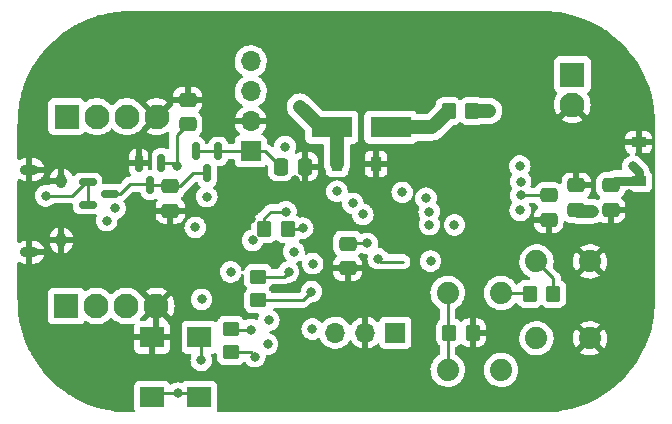
<source format=gbr>
%TF.GenerationSoftware,KiCad,Pcbnew,6.0.11-2627ca5db0~126~ubuntu22.04.1*%
%TF.CreationDate,2023-03-06T02:01:16-05:00*%
%TF.ProjectId,canbus-kline-bridge,63616e62-7573-42d6-9b6c-696e652d6272,1.0*%
%TF.SameCoordinates,Original*%
%TF.FileFunction,Copper,L4,Bot*%
%TF.FilePolarity,Positive*%
%FSLAX46Y46*%
G04 Gerber Fmt 4.6, Leading zero omitted, Abs format (unit mm)*
G04 Created by KiCad (PCBNEW 6.0.11-2627ca5db0~126~ubuntu22.04.1) date 2023-03-06 02:01:16*
%MOMM*%
%LPD*%
G01*
G04 APERTURE LIST*
G04 Aperture macros list*
%AMRoundRect*
0 Rectangle with rounded corners*
0 $1 Rounding radius*
0 $2 $3 $4 $5 $6 $7 $8 $9 X,Y pos of 4 corners*
0 Add a 4 corners polygon primitive as box body*
4,1,4,$2,$3,$4,$5,$6,$7,$8,$9,$2,$3,0*
0 Add four circle primitives for the rounded corners*
1,1,$1+$1,$2,$3*
1,1,$1+$1,$4,$5*
1,1,$1+$1,$6,$7*
1,1,$1+$1,$8,$9*
0 Add four rect primitives between the rounded corners*
20,1,$1+$1,$2,$3,$4,$5,0*
20,1,$1+$1,$4,$5,$6,$7,0*
20,1,$1+$1,$6,$7,$8,$9,0*
20,1,$1+$1,$8,$9,$2,$3,0*%
G04 Aperture macros list end*
%TA.AperFunction,SMDPad,CuDef*%
%ADD10RoundRect,0.250000X0.450000X-0.350000X0.450000X0.350000X-0.450000X0.350000X-0.450000X-0.350000X0*%
%TD*%
%TA.AperFunction,SMDPad,CuDef*%
%ADD11RoundRect,0.250000X-0.350000X-0.450000X0.350000X-0.450000X0.350000X0.450000X-0.350000X0.450000X0*%
%TD*%
%TA.AperFunction,SMDPad,CuDef*%
%ADD12R,2.000000X1.800000*%
%TD*%
%TA.AperFunction,SMDPad,CuDef*%
%ADD13RoundRect,0.250000X-0.450000X0.350000X-0.450000X-0.350000X0.450000X-0.350000X0.450000X0.350000X0*%
%TD*%
%TA.AperFunction,ComponentPad*%
%ADD14R,1.700000X1.700000*%
%TD*%
%TA.AperFunction,ComponentPad*%
%ADD15O,1.700000X1.700000*%
%TD*%
%TA.AperFunction,ComponentPad*%
%ADD16R,2.100000X2.100000*%
%TD*%
%TA.AperFunction,ComponentPad*%
%ADD17C,2.100000*%
%TD*%
%TA.AperFunction,SMDPad,CuDef*%
%ADD18R,1.200000X0.900000*%
%TD*%
%TA.AperFunction,SMDPad,CuDef*%
%ADD19R,0.900000X1.200000*%
%TD*%
%TA.AperFunction,SMDPad,CuDef*%
%ADD20R,3.500000X1.800000*%
%TD*%
%TA.AperFunction,SMDPad,CuDef*%
%ADD21RoundRect,0.250000X-0.475000X0.337500X-0.475000X-0.337500X0.475000X-0.337500X0.475000X0.337500X0*%
%TD*%
%TA.AperFunction,SMDPad,CuDef*%
%ADD22RoundRect,0.250000X0.475000X-0.337500X0.475000X0.337500X-0.475000X0.337500X-0.475000X-0.337500X0*%
%TD*%
%TA.AperFunction,ComponentPad*%
%ADD23C,1.879600*%
%TD*%
%TA.AperFunction,ComponentPad*%
%ADD24O,0.950000X1.250000*%
%TD*%
%TA.AperFunction,ComponentPad*%
%ADD25O,1.550000X0.890000*%
%TD*%
%TA.AperFunction,SMDPad,CuDef*%
%ADD26RoundRect,0.250000X-0.337500X-0.475000X0.337500X-0.475000X0.337500X0.475000X-0.337500X0.475000X0*%
%TD*%
%TA.AperFunction,SMDPad,CuDef*%
%ADD27RoundRect,0.150000X-0.150000X0.587500X-0.150000X-0.587500X0.150000X-0.587500X0.150000X0.587500X0*%
%TD*%
%TA.AperFunction,SMDPad,CuDef*%
%ADD28RoundRect,0.150000X-0.587500X-0.150000X0.587500X-0.150000X0.587500X0.150000X-0.587500X0.150000X0*%
%TD*%
%TA.AperFunction,ViaPad*%
%ADD29C,0.800000*%
%TD*%
%TA.AperFunction,Conductor*%
%ADD30C,0.250000*%
%TD*%
%TA.AperFunction,Conductor*%
%ADD31C,0.500000*%
%TD*%
%TA.AperFunction,Conductor*%
%ADD32C,0.800000*%
%TD*%
%TA.AperFunction,Conductor*%
%ADD33C,1.200000*%
%TD*%
%TA.AperFunction,Conductor*%
%ADD34C,1.100000*%
%TD*%
%TA.AperFunction,Conductor*%
%ADD35C,1.500000*%
%TD*%
G04 APERTURE END LIST*
D10*
%TO.P,R8,1*%
%TO.N,+3V3*%
X73570000Y-98020000D03*
%TO.P,R8,2*%
%TO.N,~{CAN_INT}*%
X73570000Y-96020000D03*
%TD*%
D11*
%TO.P,R3,1*%
%TO.N,+3V3*%
X76410000Y-87570000D03*
%TO.P,R3,2*%
%TO.N,CAN_STBY*%
X78410000Y-87570000D03*
%TD*%
D12*
%TO.P,X1,1,EN*%
%TO.N,+3V3*%
X66900000Y-101840000D03*
%TO.P,X1,2,GND*%
%TO.N,GND*%
X66900000Y-96760000D03*
%TO.P,X1,3,OUT*%
%TO.N,Net-(U7-Pad6)*%
X70900000Y-96760000D03*
%TO.P,X1,4,Vdd*%
%TO.N,+3V3*%
X70900000Y-101840000D03*
%TD*%
D13*
%TO.P,R7,1*%
%TO.N,+3V3*%
X75870000Y-91620000D03*
%TO.P,R7,2*%
%TO.N,~{SPI_SS}*%
X75870000Y-93620000D03*
%TD*%
D14*
%TO.P,U3,1,Vout*%
%TO.N,+5V*%
X75247300Y-81002600D03*
D15*
%TO.P,U3,2,GND*%
%TO.N,GND*%
X75247300Y-78462600D03*
%TO.P,U3,3,Vin*%
%TO.N,+12V*%
X75247300Y-75922600D03*
%TO.P,U3,4,EN*%
%TO.N,unconnected-(U3-Pad4)*%
X75247300Y-73382600D03*
%TD*%
D16*
%TO.P,J6,1,Pin_1*%
%TO.N,ISO_K_LINE*%
X102470000Y-74520000D03*
D17*
%TO.P,J6,2,Pin_2*%
%TO.N,GND*%
X102470000Y-77060000D03*
%TD*%
D11*
%TO.P,R4,1*%
%TO.N,Net-(D1-Pad1)*%
X92000000Y-77590000D03*
%TO.P,R4,2*%
%TO.N,/VBB*%
X94000000Y-77590000D03*
%TD*%
D18*
%TO.P,D3,1,K*%
%TO.N,ISO_K_LINE*%
X108080000Y-83530000D03*
%TO.P,D3,2,A*%
%TO.N,GND*%
X108080000Y-80230000D03*
%TD*%
D19*
%TO.P,D2,1,K*%
%TO.N,+12V*%
X82550000Y-82070000D03*
%TO.P,D2,2,A*%
%TO.N,GND*%
X85850000Y-82070000D03*
%TD*%
D20*
%TO.P,D1,1,K*%
%TO.N,Net-(D1-Pad1)*%
X87110000Y-78980000D03*
%TO.P,D1,2,A*%
%TO.N,+12V*%
X82110000Y-78980000D03*
%TD*%
D21*
%TO.P,C10,1*%
%TO.N,ISO_K_LINE*%
X105730000Y-83880000D03*
%TO.P,C10,2*%
%TO.N,GND*%
X105730000Y-85955000D03*
%TD*%
D22*
%TO.P,C9,1*%
%TO.N,/VBB*%
X102800000Y-85970000D03*
%TO.P,C9,2*%
%TO.N,GND*%
X102800000Y-83895000D03*
%TD*%
D21*
%TO.P,C8,1*%
%TO.N,+3V3*%
X100480000Y-84720000D03*
%TO.P,C8,2*%
%TO.N,GND*%
X100480000Y-86795000D03*
%TD*%
D16*
%TO.P,J5,1,Pin_1*%
%TO.N,+BATT*%
X59625000Y-94100000D03*
D17*
%TO.P,J5,2,Pin_2*%
%TO.N,CANH*%
X62165000Y-94100000D03*
%TO.P,J5,3,Pin_3*%
%TO.N,CANL*%
X64705000Y-94100000D03*
%TO.P,J5,4,Pin_4*%
%TO.N,GND*%
X67245000Y-94100000D03*
%TD*%
D14*
%TO.P,J2,1,Pin_1*%
%TO.N,SWDIO*%
X87490000Y-96350000D03*
D15*
%TO.P,J2,2,Pin_2*%
%TO.N,GND*%
X84950000Y-96350000D03*
%TO.P,J2,3,Pin_3*%
%TO.N,SWDCLK*%
X82410000Y-96350000D03*
%TD*%
D23*
%TO.P,S1,1,1*%
%TO.N,+3V3*%
X96435600Y-92998800D03*
%TO.P,S1,2,1*%
X96435600Y-99501200D03*
%TO.P,S1,3,2*%
%TO.N,Net-(R1-Pad1)*%
X91914400Y-92998800D03*
%TO.P,S1,4,2*%
%TO.N,/Net-(R1-Pad1)*%
X91914400Y-99501200D03*
%TD*%
D16*
%TO.P,J4,1,Pin_1*%
%TO.N,+BATT*%
X59660000Y-78075000D03*
D17*
%TO.P,J4,2,Pin_2*%
%TO.N,CANH*%
X62200000Y-78075000D03*
%TO.P,J4,3,Pin_3*%
%TO.N,CANL*%
X64740000Y-78075000D03*
%TO.P,J4,4,Pin_4*%
%TO.N,GND*%
X67280000Y-78075000D03*
%TD*%
D23*
%TO.P,S2,1,1*%
%TO.N,GND*%
X103960600Y-90323800D03*
%TO.P,S2,2,1*%
X103960600Y-96826200D03*
%TO.P,S2,3,2*%
%TO.N,~{RESET}*%
X99439400Y-90323800D03*
%TO.P,S2,4,2*%
X99439400Y-96826200D03*
%TD*%
D24*
%TO.P,J1,6,Shield*%
%TO.N,GND*%
X59210000Y-83550000D03*
D25*
X56510000Y-82550000D03*
X56510000Y-89550000D03*
D24*
X59210000Y-88550000D03*
%TD*%
D26*
%TO.P,C7,1*%
%TO.N,+5V*%
X77787500Y-82300000D03*
%TO.P,C7,2*%
%TO.N,GND*%
X79862500Y-82300000D03*
%TD*%
D27*
%TO.P,U1,1,GND*%
%TO.N,GND*%
X65775000Y-81987500D03*
%TO.P,U1,2,VO*%
%TO.N,+3V3*%
X67675000Y-81987500D03*
%TO.P,U1,3,VI*%
%TO.N,+5VP*%
X66725000Y-83862500D03*
%TD*%
D11*
%TO.P,R1,1*%
%TO.N,Net-(R1-Pad1)*%
X92050000Y-96360000D03*
%TO.P,R1,2*%
%TO.N,GND*%
X94050000Y-96360000D03*
%TD*%
D22*
%TO.P,C1,1*%
%TO.N,GND*%
X83450000Y-90887500D03*
%TO.P,C1,2*%
%TO.N,+3V3*%
X83450000Y-88812500D03*
%TD*%
%TO.P,C4,1*%
%TO.N,+3V3*%
X69900000Y-78712500D03*
%TO.P,C4,2*%
%TO.N,GND*%
X69900000Y-76637500D03*
%TD*%
D21*
%TO.P,C2,1*%
%TO.N,+5VP*%
X68425000Y-83950000D03*
%TO.P,C2,2*%
%TO.N,GND*%
X68425000Y-86025000D03*
%TD*%
D28*
%TO.P,Q2,1,G*%
%TO.N,VBUS*%
X61437500Y-85525000D03*
%TO.P,Q2,2,S*%
X61437500Y-83625000D03*
%TO.P,Q2,3,D*%
%TO.N,+5VP*%
X63312500Y-84575000D03*
%TD*%
D27*
%TO.P,Q1,1,G*%
%TO.N,+5V*%
X70600000Y-81000000D03*
%TO.P,Q1,2,S*%
X72500000Y-81000000D03*
%TO.P,Q1,3,D*%
%TO.N,+5VP*%
X71550000Y-82875000D03*
%TD*%
D11*
%TO.P,R2,1*%
%TO.N,+3V3*%
X98870000Y-93080000D03*
%TO.P,R2,2*%
%TO.N,~{RESET}*%
X100870000Y-93080000D03*
%TD*%
D29*
%TO.N,~{CAN_INT}*%
X90380000Y-87210000D03*
%TO.N,+3V3*%
X75590000Y-98380000D03*
%TO.N,~{CAN_INT}*%
X75250000Y-96090000D03*
%TO.N,MOSI*%
X84730000Y-86350000D03*
%TO.N,MISO*%
X83900000Y-85410000D03*
%TO.N,SCK*%
X82540000Y-84380000D03*
%TO.N,~{SPI_SS}*%
X88070000Y-84470000D03*
%TO.N,SCK*%
X76670000Y-97330000D03*
%TO.N,MOSI*%
X80450000Y-96050000D03*
%TO.N,MISO*%
X76780000Y-95300000D03*
%TO.N,+3V3*%
X78450000Y-91209500D03*
%TO.N,~{SPI_SS}*%
X80380000Y-92890000D03*
%TO.N,CAN_TX*%
X73550000Y-91209500D03*
%TO.N,CAN_RX*%
X71090000Y-93530000D03*
%TO.N,GND*%
X75320000Y-99800000D03*
%TO.N,+3V3*%
X69070000Y-101470000D03*
%TO.N,Net-(U7-Pad6)*%
X71060000Y-98700000D03*
%TO.N,unconnected-(U2-Pad3)*%
X86030000Y-90090000D03*
%TO.N,ISO_K_LINE*%
X107600000Y-82260000D03*
%TO.N,GND*%
X107270000Y-84610000D03*
%TO.N,/VBB*%
X95490000Y-77540000D03*
%TO.N,+3V3*%
X98100000Y-84720000D03*
%TO.N,/VBB*%
X104180000Y-86070000D03*
%TO.N,K_LINE_EN*%
X98060000Y-86010000D03*
%TO.N,K_LINE_TX*%
X98030000Y-82240000D03*
%TO.N,K_LINE_RX*%
X98100000Y-83560000D03*
%TO.N,K_LINE_EN*%
X92490000Y-87240000D03*
%TO.N,+12V*%
X79415000Y-77215000D03*
%TO.N,GND*%
X80640000Y-88725500D03*
X72725000Y-70575000D03*
X93350000Y-91850000D03*
X79030000Y-83430000D03*
X75300000Y-86775000D03*
%TO.N,+3V3*%
X78150000Y-80600000D03*
X85100000Y-88800000D03*
X78230000Y-86120000D03*
X68975000Y-82275000D03*
%TO.N,VBUS*%
X57884502Y-84775000D03*
%TO.N,USB_D-*%
X63750000Y-85825000D03*
%TO.N,USB_D+*%
X63050000Y-86875000D03*
%TO.N,CAN_RX*%
X71525000Y-84850000D03*
%TO.N,USB_D-*%
X78900000Y-89500000D03*
%TO.N,CAN_TX*%
X75400000Y-88550000D03*
%TO.N,USB_D+*%
X80490000Y-90510000D03*
%TO.N,CAN_STBY*%
X70550000Y-87450000D03*
X79650000Y-87500000D03*
%TO.N,K_LINE_TX*%
X90357299Y-86117299D03*
%TO.N,K_LINE_RX*%
X90090000Y-84970000D03*
%TO.N,~{RESET}*%
X90475000Y-90300000D03*
%TD*%
D30*
%TO.N,+3V3*%
X75230000Y-98020000D02*
X75590000Y-98380000D01*
X73570000Y-98020000D02*
X75230000Y-98020000D01*
%TO.N,~{CAN_INT}*%
X75250000Y-96090000D02*
X73640000Y-96090000D01*
X73640000Y-96090000D02*
X73570000Y-96020000D01*
D31*
%TO.N,GND*%
X67245000Y-94100000D02*
X67245000Y-96175000D01*
D30*
X67245000Y-96175000D02*
X67030000Y-96390000D01*
%TO.N,+3V3*%
X76410000Y-87570000D02*
X76410000Y-86640000D01*
X76410000Y-86640000D02*
X76930000Y-86120000D01*
X76930000Y-86120000D02*
X78230000Y-86120000D01*
%TO.N,CAN_STBY*%
X78410000Y-87570000D02*
X79580000Y-87570000D01*
X79580000Y-87570000D02*
X79650000Y-87500000D01*
%TO.N,+3V3*%
X75870000Y-91620000D02*
X78039500Y-91620000D01*
X78039500Y-91620000D02*
X78450000Y-91209500D01*
%TO.N,~{SPI_SS}*%
X75870000Y-93620000D02*
X79650000Y-93620000D01*
X79650000Y-93620000D02*
X80380000Y-92890000D01*
%TO.N,+3V3*%
X71030000Y-101470000D02*
X67030000Y-101470000D01*
%TO.N,Net-(U7-Pad6)*%
X71060000Y-96420000D02*
X71030000Y-96390000D01*
X71060000Y-98700000D02*
X71060000Y-96420000D01*
%TO.N,unconnected-(U2-Pad3)*%
X88120000Y-90360000D02*
X86300000Y-90360000D01*
X86300000Y-90360000D02*
X86030000Y-90090000D01*
%TO.N,~{RESET}*%
X100870000Y-93080000D02*
X100870000Y-91754400D01*
X100870000Y-91754400D02*
X99439400Y-90323800D01*
%TO.N,+3V3*%
X96435600Y-92998800D02*
X98788800Y-92998800D01*
X98788800Y-92998800D02*
X98870000Y-93080000D01*
%TO.N,Net-(R1-Pad1)*%
X92050000Y-96360000D02*
X91914400Y-96224400D01*
X91914400Y-96224400D02*
X91914400Y-92998800D01*
X91914400Y-99501200D02*
X91914400Y-96495600D01*
X91914400Y-96495600D02*
X92050000Y-96360000D01*
%TO.N,GND*%
X95230000Y-88125000D02*
X95230000Y-86855000D01*
D32*
%TO.N,ISO_K_LINE*%
X108080000Y-82740000D02*
X107600000Y-82260000D01*
X108080000Y-83530000D02*
X108080000Y-82740000D01*
X105730000Y-83880000D02*
X106080000Y-83530000D01*
X106080000Y-83530000D02*
X108080000Y-83530000D01*
D30*
%TO.N,/VBB*%
X95440000Y-77590000D02*
X95490000Y-77540000D01*
D33*
X94000000Y-77590000D02*
X95440000Y-77590000D01*
D30*
%TO.N,+3V3*%
X98100000Y-84720000D02*
X100480000Y-84720000D01*
D34*
%TO.N,/VBB*%
X104180000Y-86070000D02*
X102900000Y-86070000D01*
D30*
X102900000Y-86070000D02*
X102800000Y-85970000D01*
D33*
%TO.N,Net-(D1-Pad1)*%
X87110000Y-78980000D02*
X90610000Y-78980000D01*
X90610000Y-78980000D02*
X92000000Y-77590000D01*
D30*
%TO.N,/VBB*%
X94140000Y-77530000D02*
X94110000Y-77560000D01*
D33*
%TO.N,+12V*%
X82550000Y-82070000D02*
X82550000Y-79420000D01*
D30*
X82550000Y-79420000D02*
X82110000Y-78980000D01*
D35*
X82110000Y-78980000D02*
X81180000Y-78980000D01*
D33*
X81180000Y-78980000D02*
X79415000Y-77215000D01*
D30*
%TO.N,+3V3*%
X83462500Y-88800000D02*
X83450000Y-88812500D01*
X68687500Y-81987500D02*
X68975000Y-82275000D01*
X85100000Y-88800000D02*
X83462500Y-88800000D01*
X67675000Y-81987500D02*
X68687500Y-81987500D01*
X68975000Y-79650000D02*
X68975000Y-82275000D01*
X69900000Y-78725000D02*
X68975000Y-79650000D01*
X69900000Y-78712500D02*
X69900000Y-78725000D01*
%TO.N,+5VP*%
X63312500Y-84575000D02*
X64200000Y-84575000D01*
X64200000Y-84575000D02*
X65000000Y-83775000D01*
X68425000Y-83950000D02*
X69300000Y-83950000D01*
X65000000Y-83775000D02*
X66675000Y-83775000D01*
X70375000Y-82875000D02*
X71550000Y-82875000D01*
X69300000Y-83950000D02*
X70375000Y-82875000D01*
X68337500Y-83862500D02*
X68425000Y-83950000D01*
X66725000Y-83862500D02*
X68337500Y-83862500D01*
%TO.N,+5V*%
X77787500Y-82300000D02*
X76490100Y-81002600D01*
X72500000Y-81000000D02*
X72502600Y-81002600D01*
X72500000Y-81000000D02*
X70600000Y-81000000D01*
X76490100Y-81002600D02*
X75247300Y-81002600D01*
X72502600Y-81002600D02*
X75247300Y-81002600D01*
%TO.N,VBUS*%
X57884502Y-84775000D02*
X60125000Y-84775000D01*
X60125000Y-84775000D02*
X61275000Y-83625000D01*
X61437500Y-85525000D02*
X61437500Y-83625000D01*
X61275000Y-83625000D02*
X61437500Y-83625000D01*
%TO.N,~{RESET}*%
X99438200Y-90325000D02*
X99439400Y-90323800D01*
%TD*%
%TA.AperFunction,Conductor*%
%TO.N,GND*%
G36*
X99961286Y-69127468D02*
G01*
X99976119Y-69129778D01*
X99976123Y-69129778D01*
X99984992Y-69131159D01*
X99993894Y-69129995D01*
X99993896Y-69129995D01*
X100002949Y-69128811D01*
X100008105Y-69128137D01*
X100028397Y-69127135D01*
X100583286Y-69144573D01*
X100591185Y-69145070D01*
X101011993Y-69184848D01*
X101176931Y-69200439D01*
X101184770Y-69201429D01*
X101431794Y-69240554D01*
X101765900Y-69293471D01*
X101773656Y-69294950D01*
X102347874Y-69423304D01*
X102355495Y-69425261D01*
X102920514Y-69589414D01*
X102928017Y-69591852D01*
X103204813Y-69691504D01*
X103481597Y-69791153D01*
X103488956Y-69794067D01*
X104028916Y-70027727D01*
X104036064Y-70031090D01*
X104560309Y-70298206D01*
X104560317Y-70298210D01*
X104567253Y-70302024D01*
X105073664Y-70601515D01*
X105080335Y-70605748D01*
X105289876Y-70748152D01*
X105566950Y-70936451D01*
X105573354Y-70941103D01*
X106038271Y-71301729D01*
X106044340Y-71306751D01*
X106428986Y-71645862D01*
X106485676Y-71695841D01*
X106491446Y-71701259D01*
X106907479Y-72117291D01*
X106912897Y-72123061D01*
X106915450Y-72125957D01*
X107301974Y-72564382D01*
X107307020Y-72570481D01*
X107667634Y-73035382D01*
X107672276Y-73041772D01*
X107752597Y-73159961D01*
X108002989Y-73528401D01*
X108007230Y-73535085D01*
X108306714Y-74041483D01*
X108310528Y-74048419D01*
X108577641Y-74572658D01*
X108581004Y-74579804D01*
X108814673Y-75119780D01*
X108817581Y-75127123D01*
X109016742Y-75680316D01*
X109016883Y-75680707D01*
X109019325Y-75688223D01*
X109061457Y-75833240D01*
X109183472Y-76253219D01*
X109185440Y-76260886D01*
X109313787Y-76835076D01*
X109315270Y-76842844D01*
X109398014Y-77365268D01*
X109407309Y-77423957D01*
X109408300Y-77431801D01*
X109428396Y-77644396D01*
X109463670Y-78017550D01*
X109464167Y-78025450D01*
X109481366Y-78572749D01*
X109479928Y-78596089D01*
X109477577Y-78611192D01*
X109478741Y-78620094D01*
X109478741Y-78620096D01*
X109481704Y-78642751D01*
X109482768Y-78659089D01*
X109482768Y-93568101D01*
X109481268Y-93587486D01*
X109478958Y-93602319D01*
X109478958Y-93602323D01*
X109477577Y-93611192D01*
X109480379Y-93632617D01*
X109480599Y-93634302D01*
X109481601Y-93654597D01*
X109464163Y-94209486D01*
X109463666Y-94217385D01*
X109429097Y-94583092D01*
X109412086Y-94763056D01*
X109408298Y-94803125D01*
X109407307Y-94810970D01*
X109378714Y-94991500D01*
X109315265Y-95392100D01*
X109313786Y-95399856D01*
X109185432Y-95974073D01*
X109183475Y-95981694D01*
X109021598Y-96538882D01*
X109019326Y-96546701D01*
X109016884Y-96554217D01*
X108966579Y-96693946D01*
X108817583Y-97107797D01*
X108814669Y-97115156D01*
X108618849Y-97567672D01*
X108597749Y-97616433D01*
X108581009Y-97655116D01*
X108577646Y-97662264D01*
X108395752Y-98019249D01*
X108310531Y-98186504D01*
X108306718Y-98193440D01*
X108007221Y-98699863D01*
X108002979Y-98706547D01*
X107909185Y-98844561D01*
X107687257Y-99171118D01*
X107672279Y-99193157D01*
X107667632Y-99199553D01*
X107307007Y-99664469D01*
X107301985Y-99670538D01*
X106979627Y-100036182D01*
X106912888Y-100111882D01*
X106907469Y-100117652D01*
X106491452Y-100533669D01*
X106485683Y-100539087D01*
X106044338Y-100928185D01*
X106038269Y-100933207D01*
X105885778Y-101051491D01*
X105573360Y-101293827D01*
X105566957Y-101298479D01*
X105080347Y-101629179D01*
X105073663Y-101633421D01*
X104567240Y-101932918D01*
X104560306Y-101936730D01*
X104036064Y-102203846D01*
X104028916Y-102207209D01*
X103488956Y-102440869D01*
X103481597Y-102443783D01*
X103387481Y-102477667D01*
X102928017Y-102643084D01*
X102920513Y-102645522D01*
X102355494Y-102809675D01*
X102347873Y-102811632D01*
X101773656Y-102939986D01*
X101765900Y-102941465D01*
X101431794Y-102994382D01*
X101184770Y-103033507D01*
X101176931Y-103034497D01*
X101011993Y-103050088D01*
X100591185Y-103089866D01*
X100583286Y-103090363D01*
X100035968Y-103107563D01*
X100012626Y-103106125D01*
X100006418Y-103105158D01*
X100006413Y-103105158D01*
X99997544Y-103103777D01*
X99988642Y-103104941D01*
X99988640Y-103104941D01*
X99974434Y-103106799D01*
X99965982Y-103107904D01*
X99949647Y-103108968D01*
X72486579Y-103108968D01*
X72418458Y-103088966D01*
X72371965Y-103035310D01*
X72361861Y-102965036D01*
X72368597Y-102938738D01*
X72398971Y-102857715D01*
X72401745Y-102850316D01*
X72408500Y-102788134D01*
X72408500Y-100891866D01*
X72401745Y-100829684D01*
X72350615Y-100693295D01*
X72263261Y-100576739D01*
X72146705Y-100489385D01*
X72010316Y-100438255D01*
X71948134Y-100431500D01*
X69851866Y-100431500D01*
X69789684Y-100438255D01*
X69653295Y-100489385D01*
X69536739Y-100576739D01*
X69531358Y-100583919D01*
X69525465Y-100589812D01*
X69463153Y-100623838D01*
X69392338Y-100618773D01*
X69385123Y-100615825D01*
X69374728Y-100611197D01*
X69352288Y-100601206D01*
X69295207Y-100589073D01*
X69171944Y-100562872D01*
X69171939Y-100562872D01*
X69165487Y-100561500D01*
X68974513Y-100561500D01*
X68968061Y-100562872D01*
X68968056Y-100562872D01*
X68881112Y-100581353D01*
X68787712Y-100601206D01*
X68781682Y-100603891D01*
X68781681Y-100603891D01*
X68619278Y-100676197D01*
X68619276Y-100676198D01*
X68613248Y-100678882D01*
X68607907Y-100682762D01*
X68607906Y-100682763D01*
X68534498Y-100736097D01*
X68467630Y-100759956D01*
X68398478Y-100743875D01*
X68351874Y-100696654D01*
X68350615Y-100693295D01*
X68263261Y-100576739D01*
X68146705Y-100489385D01*
X68010316Y-100438255D01*
X67948134Y-100431500D01*
X65851866Y-100431500D01*
X65789684Y-100438255D01*
X65653295Y-100489385D01*
X65536739Y-100576739D01*
X65449385Y-100693295D01*
X65398255Y-100829684D01*
X65391500Y-100891866D01*
X65391500Y-102788134D01*
X65398255Y-102850316D01*
X65401029Y-102857715D01*
X65431403Y-102938738D01*
X65436586Y-103009546D01*
X65402665Y-103071915D01*
X65340410Y-103106044D01*
X65313421Y-103108968D01*
X65040635Y-103108968D01*
X65021250Y-103107468D01*
X65006417Y-103105158D01*
X65006413Y-103105158D01*
X64997544Y-103103777D01*
X64988642Y-103104941D01*
X64988640Y-103104941D01*
X64980844Y-103105961D01*
X64974431Y-103106799D01*
X64954139Y-103107801D01*
X64399250Y-103090363D01*
X64391350Y-103089866D01*
X64054857Y-103058058D01*
X63805603Y-103034496D01*
X63797767Y-103033506D01*
X63216645Y-102941466D01*
X63208877Y-102939983D01*
X62634687Y-102811636D01*
X62627020Y-102809668D01*
X62356581Y-102731098D01*
X62062024Y-102645521D01*
X62054521Y-102643083D01*
X61500925Y-102443777D01*
X61493597Y-102440875D01*
X60953606Y-102207200D01*
X60946474Y-102203844D01*
X60422233Y-101936730D01*
X60415297Y-101932917D01*
X60347544Y-101892848D01*
X59908859Y-101633411D01*
X59902207Y-101629189D01*
X59415574Y-101298473D01*
X59409185Y-101293831D01*
X58944269Y-100933206D01*
X58938200Y-100928184D01*
X58496856Y-100539087D01*
X58491086Y-100533668D01*
X58075069Y-100117651D01*
X58069650Y-100111881D01*
X57680567Y-99670552D01*
X57675521Y-99664453D01*
X57453997Y-99378866D01*
X57314907Y-99199552D01*
X57310260Y-99193155D01*
X56979560Y-98706544D01*
X56975318Y-98699861D01*
X56675821Y-98193439D01*
X56672008Y-98186503D01*
X56603208Y-98051476D01*
X56426501Y-97704669D01*
X65392001Y-97704669D01*
X65392371Y-97711490D01*
X65397895Y-97762352D01*
X65401521Y-97777604D01*
X65446676Y-97898054D01*
X65455214Y-97913649D01*
X65531715Y-98015724D01*
X65544276Y-98028285D01*
X65646351Y-98104786D01*
X65661946Y-98113324D01*
X65782394Y-98158478D01*
X65797649Y-98162105D01*
X65848514Y-98167631D01*
X65855328Y-98168000D01*
X66627885Y-98168000D01*
X66643124Y-98163525D01*
X66644329Y-98162135D01*
X66646000Y-98154452D01*
X66646000Y-98149884D01*
X67154000Y-98149884D01*
X67158475Y-98165123D01*
X67159865Y-98166328D01*
X67167548Y-98167999D01*
X67944669Y-98167999D01*
X67951490Y-98167629D01*
X68002352Y-98162105D01*
X68017604Y-98158479D01*
X68138054Y-98113324D01*
X68153649Y-98104786D01*
X68255724Y-98028285D01*
X68268285Y-98015724D01*
X68344786Y-97913649D01*
X68353324Y-97898054D01*
X68398478Y-97777606D01*
X68402105Y-97762351D01*
X68407631Y-97711486D01*
X68407813Y-97708134D01*
X69391500Y-97708134D01*
X69398255Y-97770316D01*
X69449385Y-97906705D01*
X69536739Y-98023261D01*
X69653295Y-98110615D01*
X69789684Y-98161745D01*
X69851866Y-98168500D01*
X70104018Y-98168500D01*
X70172139Y-98188502D01*
X70218632Y-98242158D01*
X70228736Y-98312432D01*
X70223851Y-98333436D01*
X70166458Y-98510072D01*
X70165768Y-98516633D01*
X70165768Y-98516635D01*
X70155026Y-98618842D01*
X70146496Y-98700000D01*
X70147186Y-98706565D01*
X70161558Y-98843303D01*
X70166458Y-98889928D01*
X70225473Y-99071556D01*
X70320960Y-99236944D01*
X70448747Y-99378866D01*
X70547843Y-99450864D01*
X70575352Y-99470850D01*
X70603248Y-99491118D01*
X70609276Y-99493802D01*
X70609278Y-99493803D01*
X70771681Y-99566109D01*
X70777712Y-99568794D01*
X70871112Y-99588647D01*
X70958056Y-99607128D01*
X70958061Y-99607128D01*
X70964513Y-99608500D01*
X71155487Y-99608500D01*
X71161939Y-99607128D01*
X71161944Y-99607128D01*
X71248887Y-99588647D01*
X71342288Y-99568794D01*
X71348319Y-99566109D01*
X71510722Y-99493803D01*
X71510724Y-99493802D01*
X71516752Y-99491118D01*
X71544649Y-99470850D01*
X71551746Y-99465694D01*
X90461570Y-99465694D01*
X90461867Y-99470846D01*
X90461867Y-99470850D01*
X90467902Y-99575513D01*
X90475279Y-99703455D01*
X90476416Y-99708501D01*
X90476417Y-99708507D01*
X90509511Y-99855356D01*
X90527637Y-99935785D01*
X90529579Y-99940567D01*
X90529580Y-99940571D01*
X90599142Y-100111881D01*
X90617237Y-100156444D01*
X90741674Y-100359506D01*
X90897604Y-100539517D01*
X91080842Y-100691644D01*
X91085294Y-100694246D01*
X91085299Y-100694249D01*
X91183733Y-100751769D01*
X91286465Y-100811801D01*
X91508952Y-100896760D01*
X91514018Y-100897791D01*
X91514019Y-100897791D01*
X91568356Y-100908846D01*
X91742328Y-100944241D01*
X91876521Y-100949162D01*
X91975160Y-100952779D01*
X91975164Y-100952779D01*
X91980324Y-100952968D01*
X91985444Y-100952312D01*
X91985446Y-100952312D01*
X92211423Y-100923364D01*
X92211424Y-100923364D01*
X92216551Y-100922707D01*
X92299600Y-100897791D01*
X92439716Y-100855754D01*
X92439717Y-100855753D01*
X92444662Y-100854270D01*
X92658533Y-100749495D01*
X92662736Y-100746497D01*
X92662741Y-100746494D01*
X92848216Y-100614196D01*
X92848218Y-100614194D01*
X92852420Y-100611197D01*
X93021116Y-100443089D01*
X93160090Y-100249686D01*
X93206174Y-100156444D01*
X93263317Y-100040824D01*
X93263318Y-100040822D01*
X93265611Y-100036182D01*
X93334843Y-99808311D01*
X93349328Y-99698286D01*
X93365492Y-99575513D01*
X93365492Y-99575509D01*
X93365929Y-99572192D01*
X93367664Y-99501200D01*
X93364745Y-99465694D01*
X94982770Y-99465694D01*
X94983067Y-99470846D01*
X94983067Y-99470850D01*
X94989102Y-99575513D01*
X94996479Y-99703455D01*
X94997616Y-99708501D01*
X94997617Y-99708507D01*
X95030711Y-99855356D01*
X95048837Y-99935785D01*
X95050779Y-99940567D01*
X95050780Y-99940571D01*
X95120342Y-100111881D01*
X95138437Y-100156444D01*
X95262874Y-100359506D01*
X95418804Y-100539517D01*
X95602042Y-100691644D01*
X95606494Y-100694246D01*
X95606499Y-100694249D01*
X95704933Y-100751769D01*
X95807665Y-100811801D01*
X96030152Y-100896760D01*
X96035218Y-100897791D01*
X96035219Y-100897791D01*
X96089556Y-100908846D01*
X96263528Y-100944241D01*
X96397721Y-100949162D01*
X96496360Y-100952779D01*
X96496364Y-100952779D01*
X96501524Y-100952968D01*
X96506644Y-100952312D01*
X96506646Y-100952312D01*
X96732623Y-100923364D01*
X96732624Y-100923364D01*
X96737751Y-100922707D01*
X96820800Y-100897791D01*
X96960916Y-100855754D01*
X96960917Y-100855753D01*
X96965862Y-100854270D01*
X97179733Y-100749495D01*
X97183936Y-100746497D01*
X97183941Y-100746494D01*
X97369416Y-100614196D01*
X97369418Y-100614194D01*
X97373620Y-100611197D01*
X97542316Y-100443089D01*
X97681290Y-100249686D01*
X97727374Y-100156444D01*
X97784517Y-100040824D01*
X97784518Y-100040822D01*
X97786811Y-100036182D01*
X97856043Y-99808311D01*
X97870528Y-99698286D01*
X97886692Y-99575513D01*
X97886692Y-99575509D01*
X97887129Y-99572192D01*
X97888864Y-99501200D01*
X97869350Y-99263844D01*
X97811331Y-99032863D01*
X97716367Y-98814459D01*
X97710665Y-98805644D01*
X97637622Y-98692738D01*
X97587006Y-98614498D01*
X97426724Y-98438350D01*
X97422673Y-98435151D01*
X97422669Y-98435147D01*
X97243878Y-98293947D01*
X97243873Y-98293944D01*
X97239824Y-98290746D01*
X97235308Y-98288253D01*
X97235305Y-98288251D01*
X97035850Y-98178146D01*
X97035846Y-98178144D01*
X97031326Y-98175649D01*
X97026457Y-98173925D01*
X97026453Y-98173923D01*
X96811705Y-98097876D01*
X96811701Y-98097875D01*
X96806830Y-98096150D01*
X96801740Y-98095243D01*
X96801735Y-98095242D01*
X96674414Y-98072564D01*
X96572364Y-98054386D01*
X96483237Y-98053297D01*
X96339395Y-98051539D01*
X96339393Y-98051539D01*
X96334225Y-98051476D01*
X96098809Y-98087500D01*
X95872438Y-98161489D01*
X95800776Y-98198794D01*
X95666014Y-98268947D01*
X95661190Y-98271458D01*
X95657057Y-98274561D01*
X95657054Y-98274563D01*
X95474875Y-98411347D01*
X95470740Y-98414452D01*
X95306202Y-98586631D01*
X95303288Y-98590903D01*
X95303287Y-98590904D01*
X95228960Y-98699863D01*
X95171994Y-98783372D01*
X95159578Y-98810121D01*
X95088088Y-98964134D01*
X95071722Y-98999391D01*
X95008077Y-99228885D01*
X95007528Y-99234019D01*
X95007528Y-99234021D01*
X95002049Y-99285289D01*
X94982770Y-99465694D01*
X93364745Y-99465694D01*
X93348150Y-99263844D01*
X93290131Y-99032863D01*
X93195167Y-98814459D01*
X93189465Y-98805644D01*
X93116422Y-98692738D01*
X93065806Y-98614498D01*
X92905524Y-98438350D01*
X92901473Y-98435151D01*
X92901469Y-98435147D01*
X92722682Y-98293951D01*
X92718624Y-98290746D01*
X92613005Y-98232441D01*
X92563036Y-98182010D01*
X92547900Y-98122134D01*
X92547900Y-97651074D01*
X92567902Y-97582953D01*
X92621558Y-97536460D01*
X92634017Y-97531553D01*
X92723946Y-97501550D01*
X92874348Y-97408478D01*
X92916928Y-97365824D01*
X92961138Y-97321537D01*
X93023421Y-97287458D01*
X93094241Y-97292461D01*
X93139329Y-97321382D01*
X93221829Y-97403739D01*
X93233240Y-97412751D01*
X93371243Y-97497816D01*
X93384424Y-97503963D01*
X93538710Y-97555138D01*
X93552086Y-97558005D01*
X93646438Y-97567672D01*
X93652854Y-97568000D01*
X93777885Y-97568000D01*
X93793124Y-97563525D01*
X93794329Y-97562135D01*
X93796000Y-97554452D01*
X93796000Y-97549884D01*
X94304000Y-97549884D01*
X94308475Y-97565123D01*
X94309865Y-97566328D01*
X94317548Y-97567999D01*
X94447095Y-97567999D01*
X94453614Y-97567662D01*
X94549206Y-97557743D01*
X94562600Y-97554851D01*
X94716784Y-97503412D01*
X94729962Y-97497239D01*
X94867807Y-97411937D01*
X94879208Y-97402901D01*
X94993739Y-97288171D01*
X95002751Y-97276760D01*
X95087816Y-97138757D01*
X95093963Y-97125576D01*
X95145138Y-96971290D01*
X95148005Y-96957914D01*
X95157672Y-96863562D01*
X95158000Y-96857146D01*
X95158000Y-96790694D01*
X97986570Y-96790694D01*
X97986867Y-96795846D01*
X97986867Y-96795850D01*
X97996598Y-96964616D01*
X98000279Y-97028455D01*
X98001416Y-97033501D01*
X98001417Y-97033507D01*
X98025137Y-97138757D01*
X98052637Y-97260785D01*
X98054579Y-97265567D01*
X98054580Y-97265571D01*
X98138199Y-97471500D01*
X98142237Y-97481444D01*
X98266674Y-97684506D01*
X98422604Y-97864517D01*
X98605842Y-98016644D01*
X98610294Y-98019246D01*
X98610299Y-98019249D01*
X98789222Y-98123803D01*
X98811465Y-98136801D01*
X99033952Y-98221760D01*
X99039018Y-98222791D01*
X99039019Y-98222791D01*
X99086460Y-98232443D01*
X99267328Y-98269241D01*
X99401521Y-98274162D01*
X99500160Y-98277779D01*
X99500164Y-98277779D01*
X99505324Y-98277968D01*
X99510444Y-98277312D01*
X99510446Y-98277312D01*
X99736423Y-98248364D01*
X99736424Y-98248364D01*
X99741551Y-98247707D01*
X99760047Y-98242158D01*
X99964716Y-98180754D01*
X99964717Y-98180753D01*
X99969662Y-98179270D01*
X100183533Y-98074495D01*
X100187736Y-98071497D01*
X100187741Y-98071494D01*
X100264555Y-98016703D01*
X103134926Y-98016703D01*
X103140207Y-98023758D01*
X103328421Y-98133741D01*
X103337708Y-98138191D01*
X103550461Y-98219433D01*
X103560363Y-98222310D01*
X103783511Y-98267710D01*
X103793763Y-98268933D01*
X104021338Y-98277277D01*
X104031624Y-98276810D01*
X104257515Y-98247873D01*
X104267601Y-98245730D01*
X104485728Y-98180288D01*
X104495323Y-98176528D01*
X104699837Y-98076337D01*
X104708683Y-98071063D01*
X104774231Y-98024308D01*
X104782632Y-98013608D01*
X104775645Y-98000456D01*
X103973411Y-97198221D01*
X103959468Y-97190608D01*
X103957634Y-97190739D01*
X103951020Y-97194990D01*
X103141683Y-98004328D01*
X103134926Y-98016703D01*
X100264555Y-98016703D01*
X100373216Y-97939196D01*
X100373218Y-97939194D01*
X100377420Y-97936197D01*
X100546116Y-97768089D01*
X100550239Y-97762352D01*
X100606176Y-97684506D01*
X100685090Y-97574686D01*
X100688395Y-97568000D01*
X100788317Y-97365824D01*
X100788318Y-97365822D01*
X100790611Y-97361182D01*
X100840585Y-97196697D01*
X100858341Y-97138255D01*
X100858341Y-97138254D01*
X100859843Y-97133311D01*
X100862233Y-97115156D01*
X100890492Y-96900513D01*
X100890492Y-96900509D01*
X100890929Y-96897192D01*
X100892174Y-96846269D01*
X100892582Y-96829565D01*
X100892582Y-96829561D01*
X100892664Y-96826200D01*
X100890170Y-96795862D01*
X102508569Y-96795862D01*
X102521678Y-97023217D01*
X102523114Y-97033437D01*
X102573180Y-97255593D01*
X102576259Y-97265421D01*
X102661938Y-97476423D01*
X102666591Y-97485634D01*
X102761753Y-97640923D01*
X102772211Y-97650385D01*
X102780987Y-97646602D01*
X103588579Y-96839011D01*
X103594956Y-96827332D01*
X104325008Y-96827332D01*
X104325139Y-96829166D01*
X104329390Y-96835780D01*
X105135426Y-97641815D01*
X105147432Y-97648371D01*
X105159171Y-97639402D01*
X105202841Y-97578629D01*
X105208151Y-97569792D01*
X105309050Y-97365638D01*
X105312849Y-97356043D01*
X105379049Y-97138157D01*
X105381228Y-97128076D01*
X105411191Y-96900488D01*
X105411710Y-96893815D01*
X105413280Y-96829565D01*
X105413086Y-96822846D01*
X105394279Y-96594087D01*
X105392594Y-96583907D01*
X105337115Y-96363037D01*
X105333795Y-96353286D01*
X105242984Y-96144433D01*
X105238118Y-96135358D01*
X105158608Y-96012456D01*
X105147922Y-96003252D01*
X105138355Y-96007656D01*
X104332621Y-96813389D01*
X104325008Y-96827332D01*
X103594956Y-96827332D01*
X103596192Y-96825068D01*
X103596061Y-96823234D01*
X103591810Y-96816620D01*
X102785820Y-96010631D01*
X102774288Y-96004334D01*
X102762006Y-96013957D01*
X102700347Y-96104346D01*
X102695254Y-96113310D01*
X102599368Y-96319879D01*
X102595811Y-96329547D01*
X102534952Y-96548997D01*
X102533021Y-96559116D01*
X102508821Y-96785573D01*
X102508569Y-96795862D01*
X100890170Y-96795862D01*
X100873150Y-96588844D01*
X100815131Y-96357863D01*
X100720167Y-96139459D01*
X100716290Y-96133465D01*
X100636824Y-96010631D01*
X100590806Y-95939498D01*
X100430524Y-95763350D01*
X100426473Y-95760151D01*
X100426469Y-95760147D01*
X100272418Y-95638485D01*
X103137681Y-95638485D01*
X103144425Y-95650814D01*
X103947789Y-96454179D01*
X103961732Y-96461792D01*
X103963566Y-96461661D01*
X103970180Y-96457410D01*
X104777931Y-95649658D01*
X104784948Y-95636807D01*
X104777174Y-95626137D01*
X104768604Y-95619369D01*
X104760017Y-95613664D01*
X104560655Y-95503610D01*
X104551243Y-95499380D01*
X104336571Y-95423360D01*
X104326614Y-95420730D01*
X104102405Y-95380791D01*
X104092154Y-95379822D01*
X103864430Y-95377040D01*
X103854146Y-95377760D01*
X103629037Y-95412206D01*
X103619010Y-95414595D01*
X103402551Y-95485344D01*
X103393042Y-95489341D01*
X103191051Y-95594492D01*
X103182316Y-95599993D01*
X103146135Y-95627158D01*
X103137681Y-95638485D01*
X100272418Y-95638485D01*
X100247678Y-95618947D01*
X100247673Y-95618944D01*
X100243624Y-95615746D01*
X100239108Y-95613253D01*
X100239105Y-95613251D01*
X100039650Y-95503146D01*
X100039646Y-95503144D01*
X100035126Y-95500649D01*
X100030257Y-95498925D01*
X100030253Y-95498923D01*
X99815505Y-95422876D01*
X99815501Y-95422875D01*
X99810630Y-95421150D01*
X99805540Y-95420243D01*
X99805535Y-95420242D01*
X99647541Y-95392100D01*
X99576164Y-95379386D01*
X99487037Y-95378297D01*
X99343195Y-95376539D01*
X99343193Y-95376539D01*
X99338025Y-95376476D01*
X99102609Y-95412500D01*
X98876238Y-95486489D01*
X98863871Y-95492927D01*
X98687172Y-95584911D01*
X98664990Y-95596458D01*
X98660857Y-95599561D01*
X98660854Y-95599563D01*
X98493503Y-95725214D01*
X98474540Y-95739452D01*
X98464762Y-95749684D01*
X98381375Y-95836944D01*
X98310002Y-95911631D01*
X98307088Y-95915903D01*
X98307087Y-95915904D01*
X98264791Y-95977908D01*
X98175794Y-96108372D01*
X98147110Y-96170167D01*
X98098013Y-96275939D01*
X98075522Y-96324391D01*
X98011877Y-96553885D01*
X98011328Y-96559019D01*
X98011328Y-96559021D01*
X98007581Y-96594087D01*
X97986570Y-96790694D01*
X95158000Y-96790694D01*
X95158000Y-96632115D01*
X95153525Y-96616876D01*
X95152135Y-96615671D01*
X95144452Y-96614000D01*
X94322115Y-96614000D01*
X94306876Y-96618475D01*
X94305671Y-96619865D01*
X94304000Y-96627548D01*
X94304000Y-97549884D01*
X93796000Y-97549884D01*
X93796000Y-96087885D01*
X94304000Y-96087885D01*
X94308475Y-96103124D01*
X94309865Y-96104329D01*
X94317548Y-96106000D01*
X95139884Y-96106000D01*
X95155123Y-96101525D01*
X95156328Y-96100135D01*
X95157999Y-96092452D01*
X95157999Y-95862905D01*
X95157662Y-95856386D01*
X95147743Y-95760794D01*
X95144851Y-95747400D01*
X95093412Y-95593216D01*
X95087239Y-95580038D01*
X95001937Y-95442193D01*
X94992901Y-95430792D01*
X94878171Y-95316261D01*
X94866760Y-95307249D01*
X94728757Y-95222184D01*
X94715576Y-95216037D01*
X94561290Y-95164862D01*
X94547914Y-95161995D01*
X94453562Y-95152328D01*
X94447145Y-95152000D01*
X94322115Y-95152000D01*
X94306876Y-95156475D01*
X94305671Y-95157865D01*
X94304000Y-95165548D01*
X94304000Y-96087885D01*
X93796000Y-96087885D01*
X93796000Y-95170116D01*
X93791525Y-95154877D01*
X93790135Y-95153672D01*
X93782452Y-95152001D01*
X93652905Y-95152001D01*
X93646386Y-95152338D01*
X93550794Y-95162257D01*
X93537400Y-95165149D01*
X93383216Y-95216588D01*
X93370038Y-95222761D01*
X93232193Y-95308063D01*
X93220792Y-95317099D01*
X93139570Y-95398462D01*
X93077287Y-95432541D01*
X93006467Y-95427538D01*
X92961380Y-95398617D01*
X92878488Y-95315870D01*
X92878483Y-95315866D01*
X92873303Y-95310695D01*
X92850010Y-95296337D01*
X92728968Y-95221725D01*
X92728966Y-95221724D01*
X92722738Y-95217885D01*
X92634232Y-95188529D01*
X92575873Y-95148098D01*
X92548636Y-95082534D01*
X92547900Y-95068936D01*
X92547900Y-94379874D01*
X92567902Y-94311753D01*
X92618466Y-94266724D01*
X92658533Y-94247095D01*
X92662736Y-94244097D01*
X92662741Y-94244094D01*
X92848216Y-94111796D01*
X92848218Y-94111794D01*
X92852420Y-94108797D01*
X93021116Y-93940689D01*
X93045124Y-93907279D01*
X93096770Y-93835405D01*
X93160090Y-93747286D01*
X93165935Y-93735461D01*
X93263317Y-93538424D01*
X93263318Y-93538422D01*
X93265611Y-93533782D01*
X93334843Y-93305911D01*
X93348648Y-93201055D01*
X93365492Y-93073113D01*
X93365492Y-93073109D01*
X93365929Y-93069792D01*
X93367664Y-92998800D01*
X93364745Y-92963294D01*
X94982770Y-92963294D01*
X94983067Y-92968446D01*
X94983067Y-92968450D01*
X94993692Y-93152721D01*
X94996479Y-93201055D01*
X94997616Y-93206101D01*
X94997617Y-93206107D01*
X95026393Y-93333794D01*
X95048837Y-93433385D01*
X95050779Y-93438167D01*
X95050780Y-93438171D01*
X95136493Y-93649257D01*
X95138437Y-93654044D01*
X95262874Y-93857106D01*
X95418804Y-94037117D01*
X95509979Y-94112812D01*
X95584753Y-94174890D01*
X95602042Y-94189244D01*
X95606494Y-94191846D01*
X95606499Y-94191849D01*
X95802100Y-94306149D01*
X95807665Y-94309401D01*
X96030152Y-94394360D01*
X96035218Y-94395391D01*
X96035219Y-94395391D01*
X96058689Y-94400166D01*
X96263528Y-94441841D01*
X96397721Y-94446762D01*
X96496360Y-94450379D01*
X96496364Y-94450379D01*
X96501524Y-94450568D01*
X96506644Y-94449912D01*
X96506646Y-94449912D01*
X96732623Y-94420964D01*
X96732624Y-94420964D01*
X96737751Y-94420307D01*
X96742701Y-94418822D01*
X96960916Y-94353354D01*
X96960917Y-94353353D01*
X96965862Y-94351870D01*
X97179733Y-94247095D01*
X97183936Y-94244097D01*
X97183941Y-94244094D01*
X97369416Y-94111796D01*
X97369418Y-94111794D01*
X97373620Y-94108797D01*
X97542316Y-93940689D01*
X97566324Y-93907279D01*
X97615374Y-93839018D01*
X97671369Y-93795370D01*
X97742072Y-93788924D01*
X97805037Y-93821727D01*
X97828215Y-93854092D01*
X97828450Y-93853946D01*
X97921522Y-94004348D01*
X98046697Y-94129305D01*
X98052927Y-94133145D01*
X98052928Y-94133146D01*
X98190090Y-94217694D01*
X98197262Y-94222115D01*
X98237783Y-94235555D01*
X98358611Y-94275632D01*
X98358613Y-94275632D01*
X98365139Y-94277797D01*
X98371975Y-94278497D01*
X98371978Y-94278498D01*
X98415031Y-94282909D01*
X98469600Y-94288500D01*
X99270400Y-94288500D01*
X99273646Y-94288163D01*
X99273650Y-94288163D01*
X99369308Y-94278238D01*
X99369312Y-94278237D01*
X99376166Y-94277526D01*
X99382702Y-94275345D01*
X99382704Y-94275345D01*
X99514806Y-94231272D01*
X99543946Y-94221550D01*
X99694348Y-94128478D01*
X99780784Y-94041891D01*
X99843066Y-94007812D01*
X99913886Y-94012815D01*
X99958975Y-94041736D01*
X100007456Y-94090132D01*
X100046697Y-94129305D01*
X100052927Y-94133145D01*
X100052928Y-94133146D01*
X100190090Y-94217694D01*
X100197262Y-94222115D01*
X100237783Y-94235555D01*
X100358611Y-94275632D01*
X100358613Y-94275632D01*
X100365139Y-94277797D01*
X100371975Y-94278497D01*
X100371978Y-94278498D01*
X100415031Y-94282909D01*
X100469600Y-94288500D01*
X101270400Y-94288500D01*
X101273646Y-94288163D01*
X101273650Y-94288163D01*
X101369308Y-94278238D01*
X101369312Y-94278237D01*
X101376166Y-94277526D01*
X101382702Y-94275345D01*
X101382704Y-94275345D01*
X101514806Y-94231272D01*
X101543946Y-94221550D01*
X101694348Y-94128478D01*
X101819305Y-94003303D01*
X101823146Y-93997072D01*
X101908275Y-93858968D01*
X101908276Y-93858966D01*
X101912115Y-93852738D01*
X101967797Y-93684861D01*
X101970955Y-93654044D01*
X101974059Y-93623744D01*
X101978500Y-93580400D01*
X101978500Y-92579600D01*
X101978163Y-92576350D01*
X101968238Y-92480692D01*
X101968237Y-92480688D01*
X101967526Y-92473834D01*
X101911550Y-92306054D01*
X101818478Y-92155652D01*
X101693303Y-92030695D01*
X101677909Y-92021206D01*
X101563384Y-91950611D01*
X101515890Y-91897838D01*
X101503500Y-91843351D01*
X101503500Y-91833167D01*
X101504027Y-91821984D01*
X101505702Y-91814491D01*
X101503562Y-91746400D01*
X101503500Y-91742443D01*
X101503500Y-91714544D01*
X101502996Y-91710553D01*
X101502063Y-91698711D01*
X101501878Y-91692807D01*
X101500674Y-91654511D01*
X101498462Y-91646897D01*
X101498461Y-91646892D01*
X101495023Y-91635059D01*
X101491012Y-91615695D01*
X101489467Y-91603464D01*
X101488474Y-91595603D01*
X101485557Y-91588236D01*
X101485556Y-91588231D01*
X101472198Y-91554492D01*
X101468354Y-91543265D01*
X101462801Y-91524154D01*
X101459939Y-91514303D01*
X103134926Y-91514303D01*
X103140207Y-91521358D01*
X103328421Y-91631341D01*
X103337708Y-91635791D01*
X103550461Y-91717033D01*
X103560363Y-91719910D01*
X103783511Y-91765310D01*
X103793763Y-91766533D01*
X104021338Y-91774877D01*
X104031624Y-91774410D01*
X104257515Y-91745473D01*
X104267601Y-91743330D01*
X104485728Y-91677888D01*
X104495323Y-91674128D01*
X104699837Y-91573937D01*
X104708683Y-91568663D01*
X104774231Y-91521908D01*
X104782632Y-91511208D01*
X104775645Y-91498056D01*
X103973411Y-90695821D01*
X103959468Y-90688208D01*
X103957634Y-90688339D01*
X103951020Y-90692590D01*
X103141683Y-91501928D01*
X103134926Y-91514303D01*
X101459939Y-91514303D01*
X101456018Y-91500807D01*
X101445707Y-91483372D01*
X101437012Y-91465624D01*
X101429552Y-91446783D01*
X101403564Y-91411013D01*
X101397048Y-91401093D01*
X101378580Y-91369865D01*
X101378578Y-91369862D01*
X101374542Y-91363038D01*
X101360221Y-91348717D01*
X101347380Y-91333683D01*
X101340131Y-91323706D01*
X101335472Y-91317293D01*
X101301395Y-91289102D01*
X101292616Y-91281112D01*
X100862606Y-90851102D01*
X100828580Y-90788790D01*
X100831142Y-90725379D01*
X100858341Y-90635855D01*
X100858341Y-90635854D01*
X100859843Y-90630911D01*
X100867055Y-90576132D01*
X100890492Y-90398113D01*
X100890492Y-90398109D01*
X100890929Y-90394792D01*
X100891012Y-90391415D01*
X100892582Y-90327165D01*
X100892582Y-90327161D01*
X100892664Y-90323800D01*
X100890170Y-90293462D01*
X102508569Y-90293462D01*
X102521678Y-90520817D01*
X102523114Y-90531037D01*
X102573180Y-90753193D01*
X102576259Y-90763021D01*
X102661938Y-90974023D01*
X102666591Y-90983234D01*
X102761753Y-91138523D01*
X102772211Y-91147985D01*
X102780987Y-91144202D01*
X103588579Y-90336611D01*
X103594956Y-90324932D01*
X104325008Y-90324932D01*
X104325139Y-90326766D01*
X104329390Y-90333380D01*
X105135426Y-91139415D01*
X105147432Y-91145971D01*
X105159171Y-91137002D01*
X105202841Y-91076229D01*
X105208151Y-91067392D01*
X105309050Y-90863238D01*
X105312849Y-90853643D01*
X105379049Y-90635757D01*
X105381228Y-90625676D01*
X105411191Y-90398088D01*
X105411710Y-90391415D01*
X105413280Y-90327165D01*
X105413086Y-90320446D01*
X105394279Y-90091687D01*
X105392594Y-90081507D01*
X105337115Y-89860637D01*
X105333795Y-89850886D01*
X105242984Y-89642033D01*
X105238118Y-89632958D01*
X105158608Y-89510056D01*
X105147922Y-89500852D01*
X105138355Y-89505256D01*
X104332621Y-90310989D01*
X104325008Y-90324932D01*
X103594956Y-90324932D01*
X103596192Y-90322668D01*
X103596061Y-90320834D01*
X103591810Y-90314220D01*
X102785820Y-89508231D01*
X102774288Y-89501934D01*
X102762006Y-89511557D01*
X102700347Y-89601946D01*
X102695254Y-89610910D01*
X102599368Y-89817479D01*
X102595811Y-89827147D01*
X102534952Y-90046597D01*
X102533021Y-90056716D01*
X102508821Y-90283173D01*
X102508569Y-90293462D01*
X100890170Y-90293462D01*
X100873150Y-90086444D01*
X100815131Y-89855463D01*
X100731664Y-89663500D01*
X100722227Y-89641796D01*
X100722225Y-89641793D01*
X100720167Y-89637059D01*
X100715291Y-89629521D01*
X100635508Y-89506197D01*
X100590806Y-89437098D01*
X100584197Y-89429834D01*
X100502812Y-89340394D01*
X100430524Y-89260950D01*
X100426473Y-89257751D01*
X100426469Y-89257747D01*
X100272418Y-89136085D01*
X103137681Y-89136085D01*
X103144425Y-89148414D01*
X103947789Y-89951779D01*
X103961732Y-89959392D01*
X103963566Y-89959261D01*
X103970180Y-89955010D01*
X104777931Y-89147258D01*
X104784948Y-89134407D01*
X104777174Y-89123737D01*
X104768604Y-89116969D01*
X104760017Y-89111264D01*
X104560655Y-89001210D01*
X104551243Y-88996980D01*
X104336571Y-88920960D01*
X104326614Y-88918330D01*
X104102405Y-88878391D01*
X104092154Y-88877422D01*
X103864430Y-88874640D01*
X103854146Y-88875360D01*
X103629037Y-88909806D01*
X103619010Y-88912195D01*
X103402551Y-88982944D01*
X103393042Y-88986941D01*
X103191051Y-89092092D01*
X103182316Y-89097593D01*
X103146135Y-89124758D01*
X103137681Y-89136085D01*
X100272418Y-89136085D01*
X100247678Y-89116547D01*
X100247673Y-89116544D01*
X100243624Y-89113346D01*
X100239108Y-89110853D01*
X100239105Y-89110851D01*
X100039650Y-89000746D01*
X100039646Y-89000744D01*
X100035126Y-88998249D01*
X100030257Y-88996525D01*
X100030253Y-88996523D01*
X99815505Y-88920476D01*
X99815501Y-88920475D01*
X99810630Y-88918750D01*
X99805540Y-88917843D01*
X99805535Y-88917842D01*
X99662312Y-88892331D01*
X99576164Y-88876986D01*
X99487037Y-88875897D01*
X99343195Y-88874139D01*
X99343193Y-88874139D01*
X99338025Y-88874076D01*
X99102609Y-88910100D01*
X98876238Y-88984089D01*
X98664990Y-89094058D01*
X98660857Y-89097161D01*
X98660854Y-89097163D01*
X98480271Y-89232749D01*
X98474540Y-89237052D01*
X98310002Y-89409231D01*
X98307088Y-89413503D01*
X98307087Y-89413504D01*
X98293603Y-89433271D01*
X98175794Y-89605972D01*
X98149091Y-89663500D01*
X98081151Y-89809865D01*
X98075522Y-89821991D01*
X98011877Y-90051485D01*
X98011328Y-90056619D01*
X98011328Y-90056621D01*
X98007581Y-90091687D01*
X97986570Y-90288294D01*
X97986867Y-90293446D01*
X97986867Y-90293450D01*
X97993131Y-90402086D01*
X98000279Y-90526055D01*
X98001416Y-90531101D01*
X98001417Y-90531107D01*
X98033069Y-90671556D01*
X98052637Y-90758385D01*
X98054579Y-90763167D01*
X98054580Y-90763171D01*
X98140198Y-90974023D01*
X98142237Y-90979044D01*
X98266674Y-91182106D01*
X98422604Y-91362117D01*
X98605842Y-91514244D01*
X98610294Y-91516846D01*
X98610299Y-91516849D01*
X98755088Y-91601457D01*
X98807206Y-91631912D01*
X98807207Y-91631913D01*
X98811465Y-91634401D01*
X98810951Y-91635280D01*
X98859949Y-91679337D01*
X98878697Y-91747813D01*
X98857448Y-91815555D01*
X98802947Y-91861055D01*
X98752718Y-91871500D01*
X98469600Y-91871500D01*
X98466354Y-91871837D01*
X98466350Y-91871837D01*
X98370692Y-91881762D01*
X98370688Y-91881763D01*
X98363834Y-91882474D01*
X98357298Y-91884655D01*
X98357296Y-91884655D01*
X98272888Y-91912816D01*
X98196054Y-91938450D01*
X98045652Y-92031522D01*
X97920695Y-92156697D01*
X97916855Y-92162927D01*
X97916854Y-92162928D01*
X97876645Y-92228159D01*
X97823873Y-92275652D01*
X97753801Y-92287076D01*
X97688677Y-92258802D01*
X97663593Y-92230483D01*
X97589817Y-92116442D01*
X97589812Y-92116436D01*
X97587006Y-92112098D01*
X97574981Y-92098882D01*
X97503052Y-92019834D01*
X97426724Y-91935950D01*
X97422673Y-91932751D01*
X97422669Y-91932747D01*
X97243878Y-91791547D01*
X97243873Y-91791544D01*
X97239824Y-91788346D01*
X97235308Y-91785853D01*
X97235305Y-91785851D01*
X97035850Y-91675746D01*
X97035846Y-91675744D01*
X97031326Y-91673249D01*
X97026457Y-91671525D01*
X97026453Y-91671523D01*
X96811705Y-91595476D01*
X96811701Y-91595475D01*
X96806830Y-91593750D01*
X96801740Y-91592843D01*
X96801735Y-91592842D01*
X96665990Y-91568663D01*
X96572364Y-91551986D01*
X96483237Y-91550897D01*
X96339395Y-91549139D01*
X96339393Y-91549139D01*
X96334225Y-91549076D01*
X96098809Y-91585100D01*
X95872438Y-91659089D01*
X95805876Y-91693739D01*
X95703646Y-91746957D01*
X95661190Y-91769058D01*
X95657057Y-91772161D01*
X95657054Y-91772163D01*
X95474875Y-91908947D01*
X95470740Y-91912052D01*
X95444249Y-91939773D01*
X95311876Y-92078294D01*
X95306202Y-92084231D01*
X95303288Y-92088503D01*
X95303287Y-92088504D01*
X95230158Y-92195707D01*
X95171994Y-92280972D01*
X95156949Y-92313384D01*
X95079288Y-92480692D01*
X95071722Y-92496991D01*
X95008077Y-92726485D01*
X95007528Y-92731619D01*
X95007528Y-92731621D01*
X95002049Y-92782889D01*
X94982770Y-92963294D01*
X93364745Y-92963294D01*
X93348150Y-92761444D01*
X93290131Y-92530463D01*
X93195167Y-92312059D01*
X93191283Y-92306054D01*
X93106428Y-92174890D01*
X93065806Y-92112098D01*
X93053781Y-92098882D01*
X92981852Y-92019834D01*
X92905524Y-91935950D01*
X92901473Y-91932751D01*
X92901469Y-91932747D01*
X92722678Y-91791547D01*
X92722673Y-91791544D01*
X92718624Y-91788346D01*
X92714108Y-91785853D01*
X92714105Y-91785851D01*
X92514650Y-91675746D01*
X92514646Y-91675744D01*
X92510126Y-91673249D01*
X92505257Y-91671525D01*
X92505253Y-91671523D01*
X92290505Y-91595476D01*
X92290501Y-91595475D01*
X92285630Y-91593750D01*
X92280540Y-91592843D01*
X92280535Y-91592842D01*
X92144790Y-91568663D01*
X92051164Y-91551986D01*
X91962037Y-91550897D01*
X91818195Y-91549139D01*
X91818193Y-91549139D01*
X91813025Y-91549076D01*
X91577609Y-91585100D01*
X91351238Y-91659089D01*
X91284676Y-91693739D01*
X91182446Y-91746957D01*
X91139990Y-91769058D01*
X91135857Y-91772161D01*
X91135854Y-91772163D01*
X90953675Y-91908947D01*
X90949540Y-91912052D01*
X90923049Y-91939773D01*
X90790676Y-92078294D01*
X90785002Y-92084231D01*
X90782088Y-92088503D01*
X90782087Y-92088504D01*
X90708958Y-92195707D01*
X90650794Y-92280972D01*
X90635749Y-92313384D01*
X90558088Y-92480692D01*
X90550522Y-92496991D01*
X90486877Y-92726485D01*
X90486328Y-92731619D01*
X90486328Y-92731621D01*
X90480849Y-92782889D01*
X90461570Y-92963294D01*
X90461867Y-92968446D01*
X90461867Y-92968450D01*
X90472492Y-93152721D01*
X90475279Y-93201055D01*
X90476416Y-93206101D01*
X90476417Y-93206107D01*
X90505193Y-93333794D01*
X90527637Y-93433385D01*
X90529579Y-93438167D01*
X90529580Y-93438171D01*
X90615293Y-93649257D01*
X90617237Y-93654044D01*
X90741674Y-93857106D01*
X90897604Y-94037117D01*
X90988779Y-94112812D01*
X91063553Y-94174890D01*
X91080842Y-94189244D01*
X91085294Y-94191846D01*
X91085299Y-94191849D01*
X91160093Y-94235555D01*
X91190803Y-94253500D01*
X91218471Y-94269668D01*
X91267194Y-94321307D01*
X91280900Y-94378456D01*
X91280900Y-95207903D01*
X91260898Y-95276024D01*
X91233167Y-95306647D01*
X91231875Y-95307671D01*
X91225652Y-95311522D01*
X91100695Y-95436697D01*
X91096855Y-95442927D01*
X91096854Y-95442928D01*
X91053943Y-95512543D01*
X91007885Y-95587262D01*
X90996381Y-95621946D01*
X90956430Y-95742396D01*
X90952203Y-95755139D01*
X90951503Y-95761975D01*
X90951502Y-95761978D01*
X90950970Y-95767173D01*
X90941500Y-95859600D01*
X90941500Y-96860400D01*
X90941837Y-96863646D01*
X90941837Y-96863650D01*
X90951679Y-96958500D01*
X90952474Y-96966166D01*
X90954655Y-96972702D01*
X90954655Y-96972704D01*
X90987178Y-97070186D01*
X91008450Y-97133946D01*
X91101522Y-97284348D01*
X91226697Y-97409305D01*
X91232931Y-97413148D01*
X91232991Y-97413195D01*
X91274054Y-97471112D01*
X91280900Y-97512078D01*
X91280900Y-98121647D01*
X91260898Y-98189768D01*
X91213083Y-98233408D01*
X91139990Y-98271458D01*
X91135857Y-98274561D01*
X91135854Y-98274563D01*
X90953675Y-98411347D01*
X90949540Y-98414452D01*
X90785002Y-98586631D01*
X90782088Y-98590903D01*
X90782087Y-98590904D01*
X90707760Y-98699863D01*
X90650794Y-98783372D01*
X90638378Y-98810121D01*
X90566888Y-98964134D01*
X90550522Y-98999391D01*
X90486877Y-99228885D01*
X90486328Y-99234019D01*
X90486328Y-99234021D01*
X90480849Y-99285289D01*
X90461570Y-99465694D01*
X71551746Y-99465694D01*
X71572157Y-99450864D01*
X71671253Y-99378866D01*
X71799040Y-99236944D01*
X71894527Y-99071556D01*
X71953542Y-98889928D01*
X71958443Y-98843303D01*
X71972814Y-98706565D01*
X71973504Y-98700000D01*
X71964974Y-98618842D01*
X71954232Y-98516635D01*
X71954232Y-98516633D01*
X71953542Y-98510072D01*
X71894527Y-98328444D01*
X71897050Y-98327624D01*
X71889206Y-98268947D01*
X71919338Y-98204662D01*
X71979441Y-98166872D01*
X72000136Y-98162851D01*
X72002459Y-98162599D01*
X72002463Y-98162598D01*
X72010316Y-98161745D01*
X72146705Y-98110615D01*
X72153892Y-98105229D01*
X72153895Y-98105227D01*
X72159937Y-98100699D01*
X72226443Y-98075852D01*
X72295826Y-98090906D01*
X72346055Y-98141081D01*
X72361500Y-98201526D01*
X72361500Y-98420400D01*
X72361837Y-98423646D01*
X72361837Y-98423650D01*
X72370153Y-98503794D01*
X72372474Y-98526166D01*
X72374655Y-98532702D01*
X72374655Y-98532704D01*
X72387074Y-98569928D01*
X72428450Y-98693946D01*
X72521522Y-98844348D01*
X72646697Y-98969305D01*
X72652927Y-98973145D01*
X72652928Y-98973146D01*
X72790090Y-99057694D01*
X72797262Y-99062115D01*
X72877005Y-99088564D01*
X72958611Y-99115632D01*
X72958613Y-99115632D01*
X72965139Y-99117797D01*
X72971975Y-99118497D01*
X72971978Y-99118498D01*
X73015031Y-99122909D01*
X73069600Y-99128500D01*
X74070400Y-99128500D01*
X74073646Y-99128163D01*
X74073650Y-99128163D01*
X74169308Y-99118238D01*
X74169312Y-99118237D01*
X74176166Y-99117526D01*
X74182702Y-99115345D01*
X74182704Y-99115345D01*
X74332793Y-99065271D01*
X74343946Y-99061550D01*
X74494348Y-98968478D01*
X74619305Y-98843303D01*
X74620565Y-98844561D01*
X74670910Y-98808872D01*
X74741833Y-98805644D01*
X74803242Y-98841272D01*
X74820986Y-98865028D01*
X74850960Y-98916944D01*
X74855378Y-98921851D01*
X74855379Y-98921852D01*
X74929690Y-99004383D01*
X74978747Y-99058866D01*
X75133248Y-99171118D01*
X75139276Y-99173802D01*
X75139278Y-99173803D01*
X75197130Y-99199560D01*
X75307712Y-99248794D01*
X75401112Y-99268647D01*
X75488056Y-99287128D01*
X75488061Y-99287128D01*
X75494513Y-99288500D01*
X75685487Y-99288500D01*
X75691939Y-99287128D01*
X75691944Y-99287128D01*
X75778887Y-99268647D01*
X75872288Y-99248794D01*
X75982870Y-99199560D01*
X76040722Y-99173803D01*
X76040724Y-99173802D01*
X76046752Y-99171118D01*
X76201253Y-99058866D01*
X76250310Y-99004383D01*
X76324621Y-98921852D01*
X76324622Y-98921851D01*
X76329040Y-98916944D01*
X76406158Y-98783372D01*
X76421223Y-98757279D01*
X76421224Y-98757278D01*
X76424527Y-98751556D01*
X76483542Y-98569928D01*
X76487455Y-98532704D01*
X76502814Y-98386565D01*
X76503504Y-98380000D01*
X76502814Y-98373435D01*
X76502814Y-98366829D01*
X76505244Y-98366829D01*
X76516026Y-98307842D01*
X76564523Y-98255991D01*
X76628569Y-98238500D01*
X76765487Y-98238500D01*
X76771939Y-98237128D01*
X76771944Y-98237128D01*
X76858887Y-98218647D01*
X76952288Y-98198794D01*
X76958319Y-98196109D01*
X77120722Y-98123803D01*
X77120724Y-98123802D01*
X77126752Y-98121118D01*
X77137480Y-98113324D01*
X77187793Y-98076769D01*
X77281253Y-98008866D01*
X77285675Y-98003955D01*
X77404621Y-97871852D01*
X77404622Y-97871851D01*
X77409040Y-97866944D01*
X77498794Y-97711486D01*
X77501223Y-97707279D01*
X77501224Y-97707278D01*
X77504527Y-97701556D01*
X77563542Y-97519928D01*
X77566670Y-97490172D01*
X77582814Y-97336565D01*
X77583504Y-97330000D01*
X77580609Y-97302460D01*
X77564232Y-97146635D01*
X77564232Y-97146633D01*
X77563542Y-97140072D01*
X77504527Y-96958444D01*
X77492040Y-96936815D01*
X77452424Y-96868200D01*
X77409040Y-96793056D01*
X77402292Y-96785561D01*
X77285675Y-96656045D01*
X77285674Y-96656044D01*
X77281253Y-96651134D01*
X77142747Y-96550503D01*
X77132094Y-96542763D01*
X77132093Y-96542762D01*
X77126752Y-96538882D01*
X77120724Y-96536198D01*
X77120722Y-96536197D01*
X76958319Y-96463891D01*
X76958318Y-96463891D01*
X76952288Y-96461206D01*
X76945833Y-96459834D01*
X76945830Y-96459833D01*
X76911817Y-96452604D01*
X76899276Y-96449938D01*
X76836802Y-96416210D01*
X76802481Y-96354061D01*
X76807208Y-96283222D01*
X76849483Y-96226184D01*
X76899275Y-96203444D01*
X76961913Y-96190129D01*
X77062288Y-96168794D01*
X77117004Y-96144433D01*
X77230722Y-96093803D01*
X77230724Y-96093802D01*
X77236752Y-96091118D01*
X77293346Y-96050000D01*
X79536496Y-96050000D01*
X79537186Y-96056565D01*
X79548982Y-96168794D01*
X79556458Y-96239928D01*
X79615473Y-96421556D01*
X79710960Y-96586944D01*
X79715378Y-96591851D01*
X79715379Y-96591852D01*
X79768757Y-96651134D01*
X79838747Y-96728866D01*
X79912065Y-96782135D01*
X79976798Y-96829166D01*
X79993248Y-96841118D01*
X79999276Y-96843802D01*
X79999278Y-96843803D01*
X80161681Y-96916109D01*
X80167712Y-96918794D01*
X80252494Y-96936815D01*
X80348056Y-96957128D01*
X80348061Y-96957128D01*
X80354513Y-96958500D01*
X80545487Y-96958500D01*
X80551939Y-96957128D01*
X80551944Y-96957128D01*
X80647506Y-96936815D01*
X80732288Y-96918794D01*
X80738319Y-96916109D01*
X80900722Y-96843803D01*
X80900724Y-96843802D01*
X80906752Y-96841118D01*
X80916384Y-96834120D01*
X80959034Y-96803133D01*
X81025902Y-96779274D01*
X81095053Y-96795355D01*
X81144534Y-96846269D01*
X81149838Y-96857665D01*
X81191111Y-96959308D01*
X81193266Y-96964616D01*
X81234629Y-97032115D01*
X81299672Y-97138255D01*
X81309987Y-97155088D01*
X81456250Y-97323938D01*
X81562721Y-97412332D01*
X81612922Y-97454009D01*
X81628126Y-97466632D01*
X81821000Y-97579338D01*
X81825825Y-97581180D01*
X81825826Y-97581181D01*
X81898612Y-97608975D01*
X82029692Y-97659030D01*
X82034760Y-97660061D01*
X82034763Y-97660062D01*
X82129862Y-97679410D01*
X82248597Y-97703567D01*
X82253772Y-97703757D01*
X82253774Y-97703757D01*
X82466673Y-97711564D01*
X82466677Y-97711564D01*
X82471837Y-97711753D01*
X82476957Y-97711097D01*
X82476959Y-97711097D01*
X82688288Y-97684025D01*
X82688289Y-97684025D01*
X82693416Y-97683368D01*
X82698366Y-97681883D01*
X82902429Y-97620661D01*
X82902434Y-97620659D01*
X82907384Y-97619174D01*
X83107994Y-97520896D01*
X83289860Y-97391173D01*
X83294550Y-97386500D01*
X83403309Y-97278120D01*
X83448096Y-97233489D01*
X83473439Y-97198221D01*
X83578453Y-97052077D01*
X83579640Y-97052930D01*
X83626960Y-97009362D01*
X83696897Y-96997145D01*
X83762338Y-97024678D01*
X83790166Y-97056511D01*
X83847694Y-97150388D01*
X83853777Y-97158699D01*
X83993213Y-97319667D01*
X84000580Y-97326883D01*
X84164434Y-97462916D01*
X84172881Y-97468831D01*
X84356756Y-97576279D01*
X84366042Y-97580729D01*
X84565001Y-97656703D01*
X84574899Y-97659579D01*
X84678250Y-97680606D01*
X84692299Y-97679410D01*
X84696000Y-97669065D01*
X84696000Y-97668517D01*
X85204000Y-97668517D01*
X85208064Y-97682359D01*
X85221478Y-97684393D01*
X85228184Y-97683534D01*
X85238262Y-97681392D01*
X85442255Y-97620191D01*
X85451842Y-97616433D01*
X85643095Y-97522739D01*
X85651945Y-97517464D01*
X85825328Y-97393792D01*
X85833193Y-97387145D01*
X85937897Y-97282805D01*
X86000268Y-97248889D01*
X86071075Y-97254077D01*
X86127837Y-97296723D01*
X86144819Y-97327826D01*
X86176351Y-97411937D01*
X86189385Y-97446705D01*
X86276739Y-97563261D01*
X86393295Y-97650615D01*
X86529684Y-97701745D01*
X86591866Y-97708500D01*
X88388134Y-97708500D01*
X88450316Y-97701745D01*
X88586705Y-97650615D01*
X88703261Y-97563261D01*
X88790615Y-97446705D01*
X88841745Y-97310316D01*
X88848500Y-97248134D01*
X88848500Y-95451866D01*
X88841745Y-95389684D01*
X88790615Y-95253295D01*
X88703261Y-95136739D01*
X88586705Y-95049385D01*
X88450316Y-94998255D01*
X88388134Y-94991500D01*
X86591866Y-94991500D01*
X86529684Y-94998255D01*
X86393295Y-95049385D01*
X86276739Y-95136739D01*
X86189385Y-95253295D01*
X86186233Y-95261703D01*
X86186232Y-95261705D01*
X86144722Y-95372433D01*
X86102081Y-95429198D01*
X86035519Y-95453898D01*
X85966170Y-95438691D01*
X85933546Y-95413004D01*
X85882799Y-95357234D01*
X85875273Y-95350215D01*
X85708139Y-95218222D01*
X85699552Y-95212517D01*
X85513117Y-95109599D01*
X85503705Y-95105369D01*
X85302959Y-95034280D01*
X85292988Y-95031646D01*
X85221837Y-95018972D01*
X85208540Y-95020432D01*
X85204000Y-95034989D01*
X85204000Y-97668517D01*
X84696000Y-97668517D01*
X84696000Y-95033102D01*
X84692082Y-95019758D01*
X84677806Y-95017771D01*
X84639324Y-95023660D01*
X84629288Y-95026051D01*
X84426868Y-95092212D01*
X84417359Y-95096209D01*
X84228463Y-95194542D01*
X84219738Y-95200036D01*
X84049433Y-95327905D01*
X84041726Y-95334748D01*
X83894590Y-95488717D01*
X83888109Y-95496722D01*
X83783498Y-95650074D01*
X83728587Y-95695076D01*
X83658062Y-95703247D01*
X83594315Y-95671993D01*
X83573618Y-95647509D01*
X83492822Y-95522617D01*
X83492820Y-95522614D01*
X83490014Y-95518277D01*
X83339670Y-95353051D01*
X83335619Y-95349852D01*
X83335615Y-95349848D01*
X83168414Y-95217800D01*
X83168410Y-95217798D01*
X83164359Y-95214598D01*
X83141310Y-95201874D01*
X83101384Y-95179834D01*
X82968789Y-95106638D01*
X82963920Y-95104914D01*
X82963916Y-95104912D01*
X82763087Y-95033795D01*
X82763083Y-95033794D01*
X82758212Y-95032069D01*
X82753119Y-95031162D01*
X82753116Y-95031161D01*
X82543373Y-94993800D01*
X82543367Y-94993799D01*
X82538284Y-94992894D01*
X82464452Y-94991992D01*
X82320081Y-94990228D01*
X82320079Y-94990228D01*
X82314911Y-94990165D01*
X82094091Y-95023955D01*
X81881756Y-95093357D01*
X81821103Y-95124931D01*
X81693193Y-95191517D01*
X81683607Y-95196507D01*
X81679474Y-95199610D01*
X81679471Y-95199612D01*
X81522993Y-95317099D01*
X81504965Y-95330635D01*
X81351574Y-95491149D01*
X81290052Y-95526578D01*
X81219139Y-95523121D01*
X81166846Y-95488407D01*
X81065675Y-95376045D01*
X81065674Y-95376044D01*
X81061253Y-95371134D01*
X80906752Y-95258882D01*
X80900724Y-95256198D01*
X80900722Y-95256197D01*
X80738319Y-95183891D01*
X80738318Y-95183891D01*
X80732288Y-95181206D01*
X80622478Y-95157865D01*
X80551944Y-95142872D01*
X80551939Y-95142872D01*
X80545487Y-95141500D01*
X80354513Y-95141500D01*
X80348061Y-95142872D01*
X80348056Y-95142872D01*
X80277522Y-95157865D01*
X80167712Y-95181206D01*
X80161682Y-95183891D01*
X80161681Y-95183891D01*
X79999278Y-95256197D01*
X79999276Y-95256198D01*
X79993248Y-95258882D01*
X79838747Y-95371134D01*
X79834326Y-95376044D01*
X79834325Y-95376045D01*
X79717239Y-95506083D01*
X79710960Y-95513056D01*
X79668381Y-95586805D01*
X79635985Y-95642917D01*
X79615473Y-95678444D01*
X79556458Y-95860072D01*
X79555768Y-95866633D01*
X79555768Y-95866635D01*
X79544073Y-95977908D01*
X79536496Y-96050000D01*
X77293346Y-96050000D01*
X77391253Y-95978866D01*
X77452628Y-95910702D01*
X77514621Y-95841852D01*
X77514622Y-95841851D01*
X77519040Y-95836944D01*
X77577314Y-95736010D01*
X77611223Y-95677279D01*
X77611224Y-95677278D01*
X77614527Y-95671556D01*
X77673542Y-95489928D01*
X77676601Y-95460828D01*
X77692814Y-95306565D01*
X77693504Y-95300000D01*
X77684909Y-95218222D01*
X77674232Y-95116635D01*
X77674232Y-95116633D01*
X77673542Y-95110072D01*
X77614527Y-94928444D01*
X77604745Y-94911500D01*
X77577314Y-94863990D01*
X77519040Y-94763056D01*
X77487631Y-94728172D01*
X77395675Y-94626045D01*
X77395674Y-94626044D01*
X77391253Y-94621134D01*
X77236752Y-94508882D01*
X77230724Y-94506198D01*
X77230722Y-94506197D01*
X77204690Y-94494607D01*
X77150594Y-94448627D01*
X77129945Y-94380699D01*
X77149297Y-94312391D01*
X77202508Y-94265390D01*
X77255939Y-94253500D01*
X79571233Y-94253500D01*
X79582416Y-94254027D01*
X79589909Y-94255702D01*
X79597835Y-94255453D01*
X79597836Y-94255453D01*
X79657986Y-94253562D01*
X79661945Y-94253500D01*
X79689856Y-94253500D01*
X79693791Y-94253003D01*
X79693856Y-94252995D01*
X79705693Y-94252062D01*
X79737951Y-94251048D01*
X79741970Y-94250922D01*
X79749889Y-94250673D01*
X79769343Y-94245021D01*
X79788700Y-94241013D01*
X79800930Y-94239468D01*
X79800931Y-94239468D01*
X79808797Y-94238474D01*
X79816168Y-94235555D01*
X79816170Y-94235555D01*
X79849912Y-94222196D01*
X79861142Y-94218351D01*
X79895983Y-94208229D01*
X79895984Y-94208229D01*
X79903593Y-94206018D01*
X79910412Y-94201985D01*
X79910417Y-94201983D01*
X79921028Y-94195707D01*
X79938776Y-94187012D01*
X79957617Y-94179552D01*
X79993387Y-94153564D01*
X80003307Y-94147048D01*
X80034535Y-94128580D01*
X80034538Y-94128578D01*
X80041362Y-94124542D01*
X80055683Y-94110221D01*
X80070717Y-94097380D01*
X80073897Y-94095070D01*
X80087107Y-94085472D01*
X80115293Y-94051401D01*
X80123282Y-94042622D01*
X80330499Y-93835405D01*
X80392811Y-93801379D01*
X80419594Y-93798500D01*
X80475487Y-93798500D01*
X80481939Y-93797128D01*
X80481944Y-93797128D01*
X80568887Y-93778647D01*
X80662288Y-93758794D01*
X80668319Y-93756109D01*
X80830722Y-93683803D01*
X80830724Y-93683802D01*
X80836752Y-93681118D01*
X80862861Y-93662149D01*
X80932996Y-93611192D01*
X80991253Y-93568866D01*
X81119040Y-93426944D01*
X81214527Y-93261556D01*
X81273542Y-93079928D01*
X81274608Y-93069792D01*
X81292814Y-92896565D01*
X81293504Y-92890000D01*
X81286496Y-92823320D01*
X81274232Y-92706635D01*
X81274232Y-92706633D01*
X81273542Y-92700072D01*
X81214527Y-92518444D01*
X81199431Y-92492296D01*
X81122341Y-92358774D01*
X81119040Y-92353056D01*
X81086392Y-92316796D01*
X80995675Y-92216045D01*
X80995674Y-92216044D01*
X80991253Y-92211134D01*
X80836752Y-92098882D01*
X80830724Y-92096198D01*
X80830722Y-92096197D01*
X80668319Y-92023891D01*
X80668318Y-92023891D01*
X80662288Y-92021206D01*
X80565430Y-92000618D01*
X80481944Y-91982872D01*
X80481939Y-91982872D01*
X80475487Y-91981500D01*
X80284513Y-91981500D01*
X80278061Y-91982872D01*
X80278056Y-91982872D01*
X80194570Y-92000618D01*
X80097712Y-92021206D01*
X80091682Y-92023891D01*
X80091681Y-92023891D01*
X79929278Y-92096197D01*
X79929276Y-92096198D01*
X79923248Y-92098882D01*
X79768747Y-92211134D01*
X79764326Y-92216044D01*
X79764325Y-92216045D01*
X79673609Y-92316796D01*
X79640960Y-92353056D01*
X79637659Y-92358774D01*
X79560570Y-92492296D01*
X79545473Y-92518444D01*
X79486458Y-92700072D01*
X79485768Y-92706633D01*
X79485768Y-92706635D01*
X79483682Y-92726485D01*
X79471913Y-92838465D01*
X79469093Y-92865292D01*
X79442080Y-92930949D01*
X79432873Y-92941223D01*
X79424494Y-92949601D01*
X79362180Y-92983622D01*
X79335404Y-92986500D01*
X77106781Y-92986500D01*
X77038660Y-92966498D01*
X76999637Y-92926803D01*
X76922332Y-92801880D01*
X76918478Y-92795652D01*
X76831891Y-92709216D01*
X76797812Y-92646934D01*
X76802815Y-92576114D01*
X76831736Y-92531025D01*
X76914134Y-92448483D01*
X76919305Y-92443303D01*
X76971410Y-92358774D01*
X76999389Y-92313384D01*
X77052162Y-92265890D01*
X77106649Y-92253500D01*
X77960733Y-92253500D01*
X77971916Y-92254027D01*
X77979409Y-92255702D01*
X77987335Y-92255453D01*
X77987336Y-92255453D01*
X78047486Y-92253562D01*
X78051445Y-92253500D01*
X78079356Y-92253500D01*
X78083291Y-92253003D01*
X78083356Y-92252995D01*
X78095193Y-92252062D01*
X78127451Y-92251048D01*
X78131470Y-92250922D01*
X78139389Y-92250673D01*
X78158843Y-92245021D01*
X78178200Y-92241013D01*
X78190430Y-92239468D01*
X78190431Y-92239468D01*
X78198297Y-92238474D01*
X78205668Y-92235555D01*
X78205670Y-92235555D01*
X78239412Y-92222196D01*
X78250642Y-92218351D01*
X78285483Y-92208229D01*
X78285484Y-92208229D01*
X78293093Y-92206018D01*
X78299912Y-92201985D01*
X78299917Y-92201983D01*
X78310528Y-92195707D01*
X78328276Y-92187012D01*
X78347117Y-92179552D01*
X78382887Y-92153564D01*
X78392807Y-92147048D01*
X78412254Y-92135547D01*
X78476394Y-92118000D01*
X78545487Y-92118000D01*
X78551939Y-92116628D01*
X78551944Y-92116628D01*
X78648061Y-92096197D01*
X78732288Y-92078294D01*
X78738319Y-92075609D01*
X78900722Y-92003303D01*
X78900724Y-92003302D01*
X78906752Y-92000618D01*
X78931003Y-91982999D01*
X78987011Y-91942306D01*
X79061253Y-91888366D01*
X79116564Y-91826937D01*
X79184621Y-91751352D01*
X79184622Y-91751351D01*
X79189040Y-91746444D01*
X79284527Y-91581056D01*
X79343542Y-91399428D01*
X79345567Y-91380166D01*
X79362814Y-91216065D01*
X79363504Y-91209500D01*
X79359226Y-91168794D01*
X79344232Y-91026135D01*
X79344232Y-91026133D01*
X79343542Y-91019572D01*
X79284527Y-90837944D01*
X79280649Y-90831226D01*
X79208468Y-90706206D01*
X79189040Y-90672556D01*
X79107779Y-90582306D01*
X79104414Y-90578569D01*
X79073696Y-90514562D01*
X79082461Y-90444108D01*
X79127924Y-90389577D01*
X79171853Y-90371012D01*
X79182288Y-90368794D01*
X79188319Y-90366109D01*
X79350722Y-90293803D01*
X79350724Y-90293802D01*
X79356752Y-90291118D01*
X79367688Y-90283173D01*
X79390618Y-90266513D01*
X79457486Y-90242654D01*
X79526638Y-90258735D01*
X79576118Y-90309649D01*
X79589989Y-90381619D01*
X79586125Y-90418382D01*
X79576496Y-90510000D01*
X79577186Y-90516565D01*
X79594078Y-90677279D01*
X79596458Y-90699928D01*
X79655473Y-90881556D01*
X79750960Y-91046944D01*
X79755378Y-91051851D01*
X79755379Y-91051852D01*
X79872660Y-91182106D01*
X79878747Y-91188866D01*
X80033248Y-91301118D01*
X80039276Y-91303802D01*
X80039278Y-91303803D01*
X80172323Y-91363038D01*
X80207712Y-91378794D01*
X80301112Y-91398647D01*
X80388056Y-91417128D01*
X80388061Y-91417128D01*
X80394513Y-91418500D01*
X80585487Y-91418500D01*
X80591939Y-91417128D01*
X80591944Y-91417128D01*
X80678888Y-91398647D01*
X80772288Y-91378794D01*
X80807677Y-91363038D01*
X80940722Y-91303803D01*
X80940724Y-91303802D01*
X80946752Y-91301118D01*
X80986699Y-91272095D01*
X82217001Y-91272095D01*
X82217338Y-91278614D01*
X82227257Y-91374206D01*
X82230149Y-91387600D01*
X82281588Y-91541784D01*
X82287761Y-91554962D01*
X82373063Y-91692807D01*
X82382099Y-91704208D01*
X82496829Y-91818739D01*
X82508240Y-91827751D01*
X82646243Y-91912816D01*
X82659424Y-91918963D01*
X82813710Y-91970138D01*
X82827086Y-91973005D01*
X82921438Y-91982672D01*
X82927854Y-91983000D01*
X83177885Y-91983000D01*
X83193124Y-91978525D01*
X83194329Y-91977135D01*
X83196000Y-91969452D01*
X83196000Y-91964884D01*
X83704000Y-91964884D01*
X83708475Y-91980123D01*
X83709865Y-91981328D01*
X83717548Y-91982999D01*
X83972095Y-91982999D01*
X83978614Y-91982662D01*
X84074206Y-91972743D01*
X84087600Y-91969851D01*
X84241784Y-91918412D01*
X84254962Y-91912239D01*
X84392807Y-91826937D01*
X84404208Y-91817901D01*
X84518739Y-91703171D01*
X84527751Y-91691760D01*
X84612816Y-91553757D01*
X84618963Y-91540576D01*
X84670138Y-91386290D01*
X84673005Y-91372914D01*
X84682672Y-91278562D01*
X84683000Y-91272146D01*
X84683000Y-91159615D01*
X84678525Y-91144376D01*
X84677135Y-91143171D01*
X84669452Y-91141500D01*
X83722115Y-91141500D01*
X83706876Y-91145975D01*
X83705671Y-91147365D01*
X83704000Y-91155048D01*
X83704000Y-91964884D01*
X83196000Y-91964884D01*
X83196000Y-91159615D01*
X83191525Y-91144376D01*
X83190135Y-91143171D01*
X83182452Y-91141500D01*
X82235116Y-91141500D01*
X82219877Y-91145975D01*
X82218672Y-91147365D01*
X82217001Y-91155048D01*
X82217001Y-91272095D01*
X80986699Y-91272095D01*
X81101253Y-91188866D01*
X81107340Y-91182106D01*
X81224621Y-91051852D01*
X81224622Y-91051851D01*
X81229040Y-91046944D01*
X81324527Y-90881556D01*
X81383542Y-90699928D01*
X81385923Y-90677279D01*
X81402814Y-90516565D01*
X81403504Y-90510000D01*
X81393875Y-90418382D01*
X81384232Y-90326635D01*
X81384232Y-90326633D01*
X81383542Y-90320072D01*
X81324527Y-90138444D01*
X81320190Y-90130931D01*
X81265926Y-90036944D01*
X81229040Y-89973056D01*
X81216995Y-89959678D01*
X81105675Y-89836045D01*
X81105674Y-89836044D01*
X81101253Y-89831134D01*
X80991323Y-89751265D01*
X80952094Y-89722763D01*
X80952093Y-89722762D01*
X80946752Y-89718882D01*
X80940724Y-89716198D01*
X80940722Y-89716197D01*
X80778319Y-89643891D01*
X80778318Y-89643891D01*
X80772288Y-89641206D01*
X80663678Y-89618120D01*
X80591944Y-89602872D01*
X80591939Y-89602872D01*
X80585487Y-89601500D01*
X80394513Y-89601500D01*
X80388061Y-89602872D01*
X80388056Y-89602872D01*
X80316322Y-89618120D01*
X80207712Y-89641206D01*
X80201682Y-89643891D01*
X80201681Y-89643891D01*
X80039278Y-89716197D01*
X80039276Y-89716198D01*
X80033248Y-89718882D01*
X80027907Y-89722762D01*
X80027906Y-89722763D01*
X79999382Y-89743487D01*
X79932514Y-89767346D01*
X79863362Y-89751265D01*
X79813882Y-89700351D01*
X79800011Y-89628381D01*
X79812814Y-89506565D01*
X79813504Y-89500000D01*
X79793542Y-89310072D01*
X79757907Y-89200400D01*
X82216500Y-89200400D01*
X82216837Y-89203646D01*
X82216837Y-89203650D01*
X82226440Y-89296197D01*
X82227474Y-89306166D01*
X82229655Y-89312702D01*
X82229655Y-89312704D01*
X82268733Y-89429834D01*
X82283450Y-89473946D01*
X82376522Y-89624348D01*
X82501697Y-89749305D01*
X82506235Y-89752102D01*
X82546824Y-89809353D01*
X82550054Y-89880276D01*
X82514428Y-89941687D01*
X82505932Y-89949062D01*
X82495793Y-89957098D01*
X82381261Y-90071829D01*
X82372249Y-90083240D01*
X82287184Y-90221243D01*
X82281037Y-90234424D01*
X82229862Y-90388710D01*
X82226995Y-90402086D01*
X82217328Y-90496438D01*
X82217000Y-90502855D01*
X82217000Y-90615385D01*
X82221475Y-90630624D01*
X82222865Y-90631829D01*
X82230548Y-90633500D01*
X84664884Y-90633500D01*
X84680123Y-90629025D01*
X84681328Y-90627635D01*
X84682999Y-90619952D01*
X84682999Y-90502905D01*
X84682662Y-90496386D01*
X84672743Y-90400794D01*
X84669851Y-90387400D01*
X84618412Y-90233216D01*
X84612239Y-90220038D01*
X84526937Y-90082193D01*
X84517901Y-90070792D01*
X84403172Y-89956262D01*
X84394238Y-89949206D01*
X84353177Y-89891288D01*
X84349947Y-89820365D01*
X84385574Y-89758954D01*
X84393407Y-89752154D01*
X84399348Y-89748478D01*
X84521909Y-89625703D01*
X84584191Y-89591624D01*
X84655011Y-89596627D01*
X84662324Y-89599611D01*
X84729503Y-89629521D01*
X84757606Y-89642033D01*
X84817712Y-89668794D01*
X84886263Y-89683365D01*
X84998056Y-89707128D01*
X84998061Y-89707128D01*
X85004513Y-89708500D01*
X85025280Y-89708500D01*
X85093401Y-89728502D01*
X85139894Y-89782158D01*
X85149998Y-89852432D01*
X85145116Y-89873427D01*
X85136458Y-89900072D01*
X85135768Y-89906633D01*
X85135768Y-89906635D01*
X85133476Y-89928444D01*
X85116496Y-90090000D01*
X85117186Y-90096565D01*
X85134231Y-90258735D01*
X85136458Y-90279928D01*
X85195473Y-90461556D01*
X85198776Y-90467278D01*
X85198777Y-90467279D01*
X85229687Y-90520817D01*
X85290960Y-90626944D01*
X85295378Y-90631851D01*
X85295379Y-90631852D01*
X85352977Y-90695821D01*
X85418747Y-90768866D01*
X85573248Y-90881118D01*
X85579276Y-90883802D01*
X85579278Y-90883803D01*
X85737416Y-90954210D01*
X85747712Y-90958794D01*
X85840299Y-90978474D01*
X85928056Y-90997128D01*
X85928061Y-90997128D01*
X85934513Y-90998500D01*
X86125487Y-90998500D01*
X86158926Y-90991392D01*
X86204201Y-90992339D01*
X86204429Y-90990535D01*
X86212291Y-90991528D01*
X86219970Y-90993500D01*
X86240224Y-90993500D01*
X86259934Y-90995051D01*
X86279943Y-90998220D01*
X86287835Y-90997474D01*
X86323961Y-90994059D01*
X86335819Y-90993500D01*
X88159856Y-90993500D01*
X88221765Y-90985679D01*
X88270932Y-90979468D01*
X88270935Y-90979467D01*
X88278797Y-90978474D01*
X88427617Y-90919552D01*
X88455305Y-90899436D01*
X88492362Y-90872512D01*
X88557107Y-90825472D01*
X88659133Y-90702144D01*
X88662506Y-90694977D01*
X88662508Y-90694973D01*
X88699959Y-90615385D01*
X88727283Y-90557318D01*
X88755189Y-90411031D01*
X88755790Y-90407879D01*
X88755790Y-90407878D01*
X88757275Y-90400094D01*
X88750978Y-90300000D01*
X89561496Y-90300000D01*
X89562186Y-90306565D01*
X89579078Y-90467279D01*
X89581458Y-90489928D01*
X89640473Y-90671556D01*
X89643776Y-90677278D01*
X89643777Y-90677279D01*
X89650087Y-90688208D01*
X89735960Y-90836944D01*
X89740378Y-90841851D01*
X89740379Y-90841852D01*
X89844997Y-90958042D01*
X89863747Y-90978866D01*
X90018248Y-91091118D01*
X90024276Y-91093802D01*
X90024278Y-91093803D01*
X90186681Y-91166109D01*
X90192712Y-91168794D01*
X90273702Y-91186009D01*
X90373056Y-91207128D01*
X90373061Y-91207128D01*
X90379513Y-91208500D01*
X90570487Y-91208500D01*
X90576939Y-91207128D01*
X90576944Y-91207128D01*
X90676298Y-91186009D01*
X90757288Y-91168794D01*
X90763319Y-91166109D01*
X90925722Y-91093803D01*
X90925724Y-91093802D01*
X90931752Y-91091118D01*
X91086253Y-90978866D01*
X91105003Y-90958042D01*
X91209621Y-90841852D01*
X91209622Y-90841851D01*
X91214040Y-90836944D01*
X91299913Y-90688208D01*
X91306223Y-90677279D01*
X91306224Y-90677278D01*
X91309527Y-90671556D01*
X91368542Y-90489928D01*
X91370923Y-90467279D01*
X91387814Y-90306565D01*
X91388504Y-90300000D01*
X91377462Y-90194938D01*
X91369232Y-90116635D01*
X91369232Y-90116633D01*
X91368542Y-90110072D01*
X91309527Y-89928444D01*
X91291677Y-89897526D01*
X91248066Y-89821991D01*
X91214040Y-89763056D01*
X91203577Y-89751435D01*
X91090675Y-89626045D01*
X91090674Y-89626044D01*
X91086253Y-89621134D01*
X90976491Y-89541387D01*
X90937094Y-89512763D01*
X90937093Y-89512762D01*
X90931752Y-89508882D01*
X90925724Y-89506198D01*
X90925722Y-89506197D01*
X90763319Y-89433891D01*
X90763318Y-89433891D01*
X90757288Y-89431206D01*
X90660759Y-89410688D01*
X90576944Y-89392872D01*
X90576939Y-89392872D01*
X90570487Y-89391500D01*
X90379513Y-89391500D01*
X90373061Y-89392872D01*
X90373056Y-89392872D01*
X90289241Y-89410688D01*
X90192712Y-89431206D01*
X90186682Y-89433891D01*
X90186681Y-89433891D01*
X90024278Y-89506197D01*
X90024276Y-89506198D01*
X90018248Y-89508882D01*
X90012907Y-89512762D01*
X90012906Y-89512763D01*
X89973509Y-89541387D01*
X89863747Y-89621134D01*
X89859326Y-89626044D01*
X89859325Y-89626045D01*
X89746424Y-89751435D01*
X89735960Y-89763056D01*
X89701934Y-89821991D01*
X89658324Y-89897526D01*
X89640473Y-89928444D01*
X89581458Y-90110072D01*
X89580768Y-90116633D01*
X89580768Y-90116635D01*
X89572538Y-90194938D01*
X89561496Y-90300000D01*
X88750978Y-90300000D01*
X88750588Y-90293803D01*
X88747723Y-90248262D01*
X88747723Y-90248260D01*
X88747225Y-90240350D01*
X88714114Y-90138444D01*
X88700215Y-90095667D01*
X88700214Y-90095664D01*
X88697764Y-90088125D01*
X88612000Y-89952982D01*
X88495321Y-89843414D01*
X88355060Y-89766305D01*
X88200030Y-89726500D01*
X86941924Y-89726500D01*
X86873803Y-89706498D01*
X86832805Y-89663500D01*
X86769040Y-89553056D01*
X86728680Y-89508231D01*
X86645675Y-89416045D01*
X86645674Y-89416044D01*
X86641253Y-89411134D01*
X86486752Y-89298882D01*
X86480724Y-89296198D01*
X86480722Y-89296197D01*
X86318319Y-89223891D01*
X86318318Y-89223891D01*
X86312288Y-89221206D01*
X86199039Y-89197134D01*
X86131944Y-89182872D01*
X86131939Y-89182872D01*
X86125487Y-89181500D01*
X86104720Y-89181500D01*
X86036599Y-89161498D01*
X85990106Y-89107842D01*
X85980002Y-89037568D01*
X85984884Y-89016573D01*
X85993542Y-88989928D01*
X85995766Y-88968774D01*
X86012814Y-88806565D01*
X86013504Y-88800000D01*
X86006538Y-88733726D01*
X85994232Y-88616635D01*
X85994232Y-88616633D01*
X85993542Y-88610072D01*
X85934527Y-88428444D01*
X85907504Y-88381638D01*
X85875945Y-88326978D01*
X85839040Y-88263056D01*
X85815793Y-88237237D01*
X85715675Y-88126045D01*
X85715674Y-88126044D01*
X85711253Y-88121134D01*
X85587357Y-88031118D01*
X85562094Y-88012763D01*
X85562093Y-88012762D01*
X85556752Y-88008882D01*
X85550724Y-88006198D01*
X85550722Y-88006197D01*
X85388319Y-87933891D01*
X85388318Y-87933891D01*
X85382288Y-87931206D01*
X85288888Y-87911353D01*
X85201944Y-87892872D01*
X85201939Y-87892872D01*
X85195487Y-87891500D01*
X85004513Y-87891500D01*
X84998061Y-87892872D01*
X84998056Y-87892872D01*
X84911112Y-87911353D01*
X84817712Y-87931206D01*
X84645157Y-88008032D01*
X84574791Y-88017466D01*
X84510494Y-87987360D01*
X84504902Y-87982108D01*
X84398303Y-87875695D01*
X84392072Y-87871854D01*
X84253968Y-87786725D01*
X84253966Y-87786724D01*
X84247738Y-87782885D01*
X84129882Y-87743794D01*
X84086389Y-87729368D01*
X84086387Y-87729368D01*
X84079861Y-87727203D01*
X84073025Y-87726503D01*
X84073022Y-87726502D01*
X84029969Y-87722091D01*
X83975400Y-87716500D01*
X82924600Y-87716500D01*
X82921354Y-87716837D01*
X82921350Y-87716837D01*
X82825692Y-87726762D01*
X82825688Y-87726763D01*
X82818834Y-87727474D01*
X82812298Y-87729655D01*
X82812296Y-87729655D01*
X82745764Y-87751852D01*
X82651054Y-87783450D01*
X82500652Y-87876522D01*
X82495479Y-87881704D01*
X82453436Y-87923820D01*
X82375695Y-88001697D01*
X82371855Y-88007927D01*
X82371854Y-88007928D01*
X82297307Y-88128866D01*
X82282885Y-88152262D01*
X82280581Y-88159209D01*
X82235210Y-88296000D01*
X82227203Y-88320139D01*
X82226503Y-88326975D01*
X82226502Y-88326978D01*
X82223111Y-88360072D01*
X82216500Y-88424600D01*
X82216500Y-89200400D01*
X79757907Y-89200400D01*
X79734527Y-89128444D01*
X79722633Y-89107842D01*
X79656048Y-88992515D01*
X79639040Y-88963056D01*
X79562808Y-88878391D01*
X79515675Y-88826045D01*
X79515674Y-88826044D01*
X79511253Y-88821134D01*
X79356752Y-88708882D01*
X79357719Y-88707551D01*
X79314426Y-88662137D01*
X79300997Y-88592422D01*
X79327390Y-88526514D01*
X79337253Y-88515393D01*
X79349810Y-88502815D01*
X79359305Y-88493303D01*
X79363148Y-88487069D01*
X79381541Y-88457231D01*
X79434313Y-88409738D01*
X79504385Y-88398316D01*
X79514996Y-88400101D01*
X79543227Y-88406101D01*
X79554513Y-88408500D01*
X79745487Y-88408500D01*
X79751939Y-88407128D01*
X79751944Y-88407128D01*
X79838887Y-88388647D01*
X79932288Y-88368794D01*
X79955409Y-88358500D01*
X80100722Y-88293803D01*
X80100724Y-88293802D01*
X80106752Y-88291118D01*
X80261253Y-88178866D01*
X80389040Y-88036944D01*
X80476976Y-87884635D01*
X80481223Y-87877279D01*
X80481224Y-87877278D01*
X80484527Y-87871556D01*
X80543542Y-87689928D01*
X80546453Y-87662237D01*
X80562814Y-87506565D01*
X80563504Y-87500000D01*
X80556139Y-87429928D01*
X80544232Y-87316635D01*
X80544232Y-87316633D01*
X80543542Y-87310072D01*
X80484527Y-87128444D01*
X80479746Y-87120162D01*
X80441182Y-87053368D01*
X80389040Y-86963056D01*
X80382609Y-86955913D01*
X80265675Y-86826045D01*
X80265674Y-86826044D01*
X80261253Y-86821134D01*
X80106752Y-86708882D01*
X80100724Y-86706198D01*
X80100722Y-86706197D01*
X79938319Y-86633891D01*
X79938318Y-86633891D01*
X79932288Y-86631206D01*
X79823471Y-86608076D01*
X79751944Y-86592872D01*
X79751939Y-86592872D01*
X79745487Y-86591500D01*
X79554513Y-86591500D01*
X79548061Y-86592872D01*
X79548056Y-86592872D01*
X79415016Y-86621151D01*
X79344225Y-86615749D01*
X79299801Y-86587077D01*
X79238483Y-86525866D01*
X79233303Y-86520695D01*
X79169130Y-86481138D01*
X79121638Y-86428367D01*
X79110214Y-86358295D01*
X79115414Y-86334942D01*
X79115946Y-86333307D01*
X79123542Y-86309928D01*
X79124444Y-86301352D01*
X79142814Y-86126565D01*
X79143504Y-86120000D01*
X79138772Y-86074980D01*
X79124232Y-85936635D01*
X79124232Y-85936633D01*
X79123542Y-85930072D01*
X79064527Y-85748444D01*
X79059664Y-85740020D01*
X79017650Y-85667251D01*
X78969040Y-85583056D01*
X78952882Y-85565110D01*
X78845675Y-85446045D01*
X78845674Y-85446044D01*
X78841253Y-85441134D01*
X78727852Y-85358743D01*
X78692094Y-85332763D01*
X78692093Y-85332762D01*
X78686752Y-85328882D01*
X78680724Y-85326198D01*
X78680722Y-85326197D01*
X78518319Y-85253891D01*
X78518318Y-85253891D01*
X78512288Y-85251206D01*
X78399721Y-85227279D01*
X78331944Y-85212872D01*
X78331939Y-85212872D01*
X78325487Y-85211500D01*
X78134513Y-85211500D01*
X78128061Y-85212872D01*
X78128056Y-85212872D01*
X78060279Y-85227279D01*
X77947712Y-85251206D01*
X77941682Y-85253891D01*
X77941681Y-85253891D01*
X77779278Y-85326197D01*
X77779276Y-85326198D01*
X77773248Y-85328882D01*
X77767907Y-85332762D01*
X77767906Y-85332763D01*
X77663664Y-85408500D01*
X77618747Y-85441134D01*
X77614332Y-85446037D01*
X77609420Y-85450460D01*
X77608295Y-85449211D01*
X77554986Y-85482051D01*
X77521800Y-85486500D01*
X77008767Y-85486500D01*
X76997584Y-85485973D01*
X76990091Y-85484298D01*
X76982165Y-85484547D01*
X76982164Y-85484547D01*
X76922014Y-85486438D01*
X76918055Y-85486500D01*
X76890144Y-85486500D01*
X76886210Y-85486997D01*
X76886209Y-85486997D01*
X76886144Y-85487005D01*
X76874307Y-85487938D01*
X76842049Y-85488952D01*
X76838030Y-85489078D01*
X76830111Y-85489327D01*
X76810657Y-85494979D01*
X76791300Y-85498987D01*
X76779070Y-85500532D01*
X76779069Y-85500532D01*
X76771203Y-85501526D01*
X76763832Y-85504445D01*
X76763830Y-85504445D01*
X76730088Y-85517804D01*
X76718858Y-85521649D01*
X76684017Y-85531771D01*
X76684016Y-85531771D01*
X76676407Y-85533982D01*
X76669588Y-85538015D01*
X76669583Y-85538017D01*
X76658972Y-85544293D01*
X76641224Y-85552988D01*
X76622383Y-85560448D01*
X76615967Y-85565110D01*
X76615966Y-85565110D01*
X76586613Y-85586436D01*
X76576693Y-85592952D01*
X76545465Y-85611420D01*
X76545462Y-85611422D01*
X76538638Y-85615458D01*
X76524317Y-85629779D01*
X76509284Y-85642619D01*
X76492893Y-85654528D01*
X76478803Y-85671560D01*
X76464712Y-85688593D01*
X76456722Y-85697374D01*
X76017742Y-86136353D01*
X76009463Y-86143887D01*
X76002982Y-86148000D01*
X75991646Y-86160072D01*
X75956357Y-86197651D01*
X75953602Y-86200493D01*
X75933865Y-86220230D01*
X75931385Y-86223427D01*
X75923682Y-86232447D01*
X75893414Y-86264679D01*
X75889595Y-86271625D01*
X75889593Y-86271628D01*
X75883652Y-86282434D01*
X75872801Y-86298953D01*
X75860386Y-86314959D01*
X75852446Y-86333307D01*
X75846324Y-86347454D01*
X75800913Y-86402028D01*
X75770564Y-86416936D01*
X75736054Y-86428450D01*
X75585652Y-86521522D01*
X75460695Y-86646697D01*
X75456855Y-86652927D01*
X75456854Y-86652928D01*
X75383991Y-86771134D01*
X75367885Y-86797262D01*
X75312203Y-86965139D01*
X75311503Y-86971975D01*
X75311502Y-86971978D01*
X75307218Y-87013794D01*
X75301500Y-87069600D01*
X75301500Y-87540107D01*
X75281498Y-87608228D01*
X75227842Y-87654721D01*
X75201697Y-87663353D01*
X75124178Y-87679831D01*
X75124173Y-87679833D01*
X75117712Y-87681206D01*
X75111682Y-87683891D01*
X75111681Y-87683891D01*
X74949278Y-87756197D01*
X74949276Y-87756198D01*
X74943248Y-87758882D01*
X74937907Y-87762762D01*
X74937906Y-87762763D01*
X74904126Y-87787306D01*
X74788747Y-87871134D01*
X74784326Y-87876044D01*
X74784325Y-87876045D01*
X74665484Y-88008032D01*
X74660960Y-88013056D01*
X74565473Y-88178444D01*
X74506458Y-88360072D01*
X74486496Y-88550000D01*
X74487186Y-88556565D01*
X74495899Y-88639460D01*
X74506458Y-88739928D01*
X74565473Y-88921556D01*
X74660960Y-89086944D01*
X74665378Y-89091851D01*
X74665379Y-89091852D01*
X74781850Y-89221206D01*
X74788747Y-89228866D01*
X74943248Y-89341118D01*
X74949276Y-89343802D01*
X74949278Y-89343803D01*
X75111681Y-89416109D01*
X75117712Y-89418794D01*
X75203825Y-89437098D01*
X75298056Y-89457128D01*
X75298061Y-89457128D01*
X75304513Y-89458500D01*
X75495487Y-89458500D01*
X75501939Y-89457128D01*
X75501944Y-89457128D01*
X75596175Y-89437098D01*
X75682288Y-89418794D01*
X75688319Y-89416109D01*
X75850722Y-89343803D01*
X75850724Y-89343802D01*
X75856752Y-89341118D01*
X76011253Y-89228866D01*
X76018150Y-89221206D01*
X76134621Y-89091852D01*
X76134622Y-89091851D01*
X76139040Y-89086944D01*
X76234527Y-88921556D01*
X76252720Y-88865564D01*
X76292794Y-88806958D01*
X76358190Y-88779321D01*
X76372553Y-88778500D01*
X76810400Y-88778500D01*
X76813646Y-88778163D01*
X76813650Y-88778163D01*
X76909308Y-88768238D01*
X76909312Y-88768237D01*
X76916166Y-88767526D01*
X76922702Y-88765345D01*
X76922704Y-88765345D01*
X77066181Y-88717477D01*
X77083946Y-88711550D01*
X77234348Y-88618478D01*
X77320784Y-88531891D01*
X77383066Y-88497812D01*
X77453886Y-88502815D01*
X77498975Y-88531736D01*
X77559767Y-88592422D01*
X77586697Y-88619305D01*
X77592927Y-88623145D01*
X77592928Y-88623146D01*
X77730090Y-88707694D01*
X77737262Y-88712115D01*
X77801329Y-88733365D01*
X77898611Y-88765632D01*
X77898613Y-88765632D01*
X77905139Y-88767797D01*
X77911975Y-88768497D01*
X77911978Y-88768498D01*
X77955031Y-88772909D01*
X78009600Y-88778500D01*
X78049275Y-88778500D01*
X78117396Y-88798502D01*
X78163889Y-88852158D01*
X78173993Y-88922432D01*
X78158394Y-88967500D01*
X78075630Y-89110851D01*
X78065473Y-89128444D01*
X78006458Y-89310072D01*
X77986496Y-89500000D01*
X77987186Y-89506565D01*
X78003955Y-89666109D01*
X78006458Y-89689928D01*
X78065473Y-89871556D01*
X78068776Y-89877278D01*
X78068777Y-89877279D01*
X78075906Y-89889626D01*
X78160960Y-90036944D01*
X78165378Y-90041851D01*
X78165379Y-90041852D01*
X78245586Y-90130931D01*
X78276304Y-90194938D01*
X78267539Y-90265392D01*
X78222076Y-90319923D01*
X78178147Y-90338488D01*
X78167712Y-90340706D01*
X78161682Y-90343391D01*
X78161681Y-90343391D01*
X77999278Y-90415697D01*
X77999276Y-90415698D01*
X77993248Y-90418382D01*
X77838747Y-90530634D01*
X77834326Y-90535544D01*
X77834325Y-90535545D01*
X77792745Y-90581725D01*
X77710960Y-90672556D01*
X77691532Y-90706206D01*
X77619352Y-90831226D01*
X77615473Y-90837944D01*
X77599443Y-90887279D01*
X77595493Y-90899436D01*
X77555420Y-90958042D01*
X77490023Y-90985679D01*
X77475660Y-90986500D01*
X77106781Y-90986500D01*
X77038660Y-90966498D01*
X76999637Y-90926803D01*
X76922332Y-90801880D01*
X76918478Y-90795652D01*
X76793303Y-90670695D01*
X76784504Y-90665271D01*
X76648968Y-90581725D01*
X76648966Y-90581724D01*
X76642738Y-90577885D01*
X76557253Y-90549531D01*
X76481389Y-90524368D01*
X76481387Y-90524368D01*
X76474861Y-90522203D01*
X76468025Y-90521503D01*
X76468022Y-90521502D01*
X76419834Y-90516565D01*
X76370400Y-90511500D01*
X75369600Y-90511500D01*
X75366354Y-90511837D01*
X75366350Y-90511837D01*
X75270692Y-90521762D01*
X75270688Y-90521763D01*
X75263834Y-90522474D01*
X75257298Y-90524655D01*
X75257296Y-90524655D01*
X75159394Y-90557318D01*
X75096054Y-90578450D01*
X74945652Y-90671522D01*
X74820695Y-90796697D01*
X74816855Y-90802927D01*
X74816854Y-90802928D01*
X74743168Y-90922469D01*
X74727885Y-90947262D01*
X74700420Y-91030066D01*
X74690049Y-91061334D01*
X74649618Y-91119694D01*
X74584054Y-91146931D01*
X74514173Y-91134398D01*
X74462161Y-91086073D01*
X74445146Y-91034834D01*
X74444232Y-91026137D01*
X74444232Y-91026135D01*
X74443542Y-91019572D01*
X74384527Y-90837944D01*
X74380649Y-90831226D01*
X74308468Y-90706206D01*
X74289040Y-90672556D01*
X74207256Y-90581725D01*
X74165675Y-90535545D01*
X74165674Y-90535544D01*
X74161253Y-90530634D01*
X74006752Y-90418382D01*
X74000724Y-90415698D01*
X74000722Y-90415697D01*
X73838319Y-90343391D01*
X73838318Y-90343391D01*
X73832288Y-90340706D01*
X73734512Y-90319923D01*
X73651944Y-90302372D01*
X73651939Y-90302372D01*
X73645487Y-90301000D01*
X73454513Y-90301000D01*
X73448061Y-90302372D01*
X73448056Y-90302372D01*
X73365488Y-90319923D01*
X73267712Y-90340706D01*
X73261682Y-90343391D01*
X73261681Y-90343391D01*
X73099278Y-90415697D01*
X73099276Y-90415698D01*
X73093248Y-90418382D01*
X72938747Y-90530634D01*
X72934326Y-90535544D01*
X72934325Y-90535545D01*
X72892745Y-90581725D01*
X72810960Y-90672556D01*
X72791532Y-90706206D01*
X72719352Y-90831226D01*
X72715473Y-90837944D01*
X72656458Y-91019572D01*
X72655768Y-91026133D01*
X72655768Y-91026135D01*
X72640774Y-91168794D01*
X72636496Y-91209500D01*
X72637186Y-91216065D01*
X72654434Y-91380166D01*
X72656458Y-91399428D01*
X72715473Y-91581056D01*
X72810960Y-91746444D01*
X72815378Y-91751351D01*
X72815379Y-91751352D01*
X72883436Y-91826937D01*
X72938747Y-91888366D01*
X73012989Y-91942306D01*
X73068998Y-91982999D01*
X73093248Y-92000618D01*
X73099276Y-92003302D01*
X73099278Y-92003303D01*
X73261681Y-92075609D01*
X73267712Y-92078294D01*
X73351939Y-92096197D01*
X73448056Y-92116628D01*
X73448061Y-92116628D01*
X73454513Y-92118000D01*
X73645487Y-92118000D01*
X73651939Y-92116628D01*
X73651944Y-92116628D01*
X73748061Y-92096197D01*
X73832288Y-92078294D01*
X73838319Y-92075609D01*
X74000722Y-92003303D01*
X74000724Y-92003302D01*
X74006752Y-92000618D01*
X74031003Y-91982999D01*
X74087011Y-91942306D01*
X74161253Y-91888366D01*
X74216564Y-91826937D01*
X74284621Y-91751352D01*
X74284622Y-91751351D01*
X74289040Y-91746444D01*
X74384527Y-91581056D01*
X74415667Y-91485216D01*
X74455741Y-91426612D01*
X74521137Y-91398975D01*
X74591094Y-91411082D01*
X74643400Y-91459088D01*
X74661500Y-91524154D01*
X74661500Y-92020400D01*
X74661837Y-92023646D01*
X74661837Y-92023650D01*
X74671627Y-92118000D01*
X74672474Y-92126166D01*
X74674655Y-92132702D01*
X74674655Y-92132704D01*
X74695675Y-92195707D01*
X74728450Y-92293946D01*
X74821522Y-92444348D01*
X74826704Y-92449521D01*
X74908109Y-92530784D01*
X74942188Y-92593066D01*
X74937185Y-92663886D01*
X74908264Y-92708975D01*
X74878409Y-92738882D01*
X74820695Y-92796697D01*
X74816855Y-92802927D01*
X74816854Y-92802928D01*
X74737941Y-92930949D01*
X74727885Y-92947262D01*
X74710799Y-92998774D01*
X74681800Y-93086206D01*
X74672203Y-93115139D01*
X74661500Y-93219600D01*
X74661500Y-94020400D01*
X74661837Y-94023646D01*
X74661837Y-94023650D01*
X74670820Y-94110221D01*
X74672474Y-94126166D01*
X74674655Y-94132702D01*
X74674655Y-94132704D01*
X74699115Y-94206018D01*
X74728450Y-94293946D01*
X74821522Y-94444348D01*
X74826704Y-94449521D01*
X74827753Y-94450568D01*
X74946697Y-94569305D01*
X74952927Y-94573145D01*
X74952928Y-94573146D01*
X75030779Y-94621134D01*
X75097262Y-94662115D01*
X75177005Y-94688564D01*
X75258611Y-94715632D01*
X75258613Y-94715632D01*
X75265139Y-94717797D01*
X75271975Y-94718497D01*
X75271978Y-94718498D01*
X75315031Y-94722909D01*
X75369600Y-94728500D01*
X75842673Y-94728500D01*
X75910794Y-94748502D01*
X75957287Y-94802158D01*
X75967391Y-94872432D01*
X75951791Y-94917501D01*
X75945473Y-94928444D01*
X75886458Y-95110072D01*
X75885768Y-95116633D01*
X75885768Y-95116635D01*
X75877595Y-95194400D01*
X75850582Y-95260057D01*
X75792360Y-95300687D01*
X75721415Y-95303390D01*
X75701036Y-95296337D01*
X75538319Y-95223891D01*
X75538318Y-95223891D01*
X75532288Y-95221206D01*
X75430697Y-95199612D01*
X75351944Y-95182872D01*
X75351939Y-95182872D01*
X75345487Y-95181500D01*
X75154513Y-95181500D01*
X75148061Y-95182872D01*
X75148056Y-95182872D01*
X75069303Y-95199612D01*
X74967712Y-95221206D01*
X74961685Y-95223889D01*
X74961677Y-95223892D01*
X74806812Y-95292842D01*
X74736445Y-95302276D01*
X74672148Y-95272169D01*
X74648424Y-95244044D01*
X74618478Y-95195652D01*
X74606697Y-95183891D01*
X74526460Y-95103794D01*
X74493303Y-95070695D01*
X74458732Y-95049385D01*
X74348968Y-94981725D01*
X74348966Y-94981724D01*
X74342738Y-94977885D01*
X74212626Y-94934729D01*
X74181389Y-94924368D01*
X74181387Y-94924368D01*
X74174861Y-94922203D01*
X74168025Y-94921503D01*
X74168022Y-94921502D01*
X74124969Y-94917091D01*
X74070400Y-94911500D01*
X73069600Y-94911500D01*
X73066354Y-94911837D01*
X73066350Y-94911837D01*
X72970692Y-94921762D01*
X72970688Y-94921763D01*
X72963834Y-94922474D01*
X72957298Y-94924655D01*
X72957296Y-94924655D01*
X72927101Y-94934729D01*
X72796054Y-94978450D01*
X72645652Y-95071522D01*
X72640479Y-95076704D01*
X72607641Y-95109599D01*
X72520695Y-95196697D01*
X72516855Y-95202927D01*
X72516854Y-95202928D01*
X72449916Y-95311522D01*
X72427885Y-95347262D01*
X72410502Y-95399671D01*
X72370073Y-95458028D01*
X72304510Y-95485266D01*
X72234628Y-95472733D01*
X72215345Y-95460828D01*
X72203387Y-95451866D01*
X72146705Y-95409385D01*
X72010316Y-95358255D01*
X71948134Y-95351500D01*
X69851866Y-95351500D01*
X69789684Y-95358255D01*
X69653295Y-95409385D01*
X69536739Y-95496739D01*
X69449385Y-95613295D01*
X69398255Y-95749684D01*
X69391500Y-95811866D01*
X69391500Y-97708134D01*
X68407813Y-97708134D01*
X68408000Y-97704672D01*
X68408000Y-97032115D01*
X68403525Y-97016876D01*
X68402135Y-97015671D01*
X68394452Y-97014000D01*
X67172115Y-97014000D01*
X67156876Y-97018475D01*
X67155671Y-97019865D01*
X67154000Y-97027548D01*
X67154000Y-98149884D01*
X66646000Y-98149884D01*
X66646000Y-97032115D01*
X66641525Y-97016876D01*
X66640135Y-97015671D01*
X66632452Y-97014000D01*
X65410116Y-97014000D01*
X65394877Y-97018475D01*
X65393672Y-97019865D01*
X65392001Y-97027548D01*
X65392001Y-97704669D01*
X56426501Y-97704669D01*
X56404894Y-97662263D01*
X56401538Y-97655131D01*
X56167864Y-97115141D01*
X56164962Y-97107811D01*
X55965655Y-96554215D01*
X55963217Y-96546712D01*
X55856695Y-96180062D01*
X55799071Y-95981717D01*
X55797103Y-95974050D01*
X55668756Y-95399860D01*
X55667272Y-95392085D01*
X55665483Y-95380791D01*
X55636553Y-95198134D01*
X58066500Y-95198134D01*
X58073255Y-95260316D01*
X58124385Y-95396705D01*
X58211739Y-95513261D01*
X58328295Y-95600615D01*
X58464684Y-95651745D01*
X58526866Y-95658500D01*
X60723134Y-95658500D01*
X60785316Y-95651745D01*
X60921705Y-95600615D01*
X61038261Y-95513261D01*
X61111128Y-95416035D01*
X61167988Y-95373521D01*
X61238806Y-95368496D01*
X61277788Y-95384168D01*
X61301114Y-95398462D01*
X61455268Y-95492927D01*
X61599967Y-95552864D01*
X61677335Y-95584911D01*
X61677337Y-95584912D01*
X61681908Y-95586805D01*
X61739431Y-95600615D01*
X61915630Y-95642917D01*
X61915636Y-95642918D01*
X61920443Y-95644072D01*
X62165000Y-95663319D01*
X62409557Y-95644072D01*
X62414364Y-95642918D01*
X62414370Y-95642917D01*
X62590569Y-95600615D01*
X62648092Y-95586805D01*
X62652663Y-95584912D01*
X62652665Y-95584911D01*
X62730033Y-95552864D01*
X62874732Y-95492927D01*
X63028886Y-95398462D01*
X63079670Y-95367342D01*
X63079673Y-95367340D01*
X63083896Y-95364752D01*
X63089819Y-95359694D01*
X63266677Y-95208641D01*
X63270433Y-95205433D01*
X63280097Y-95194118D01*
X63339189Y-95124931D01*
X63398640Y-95086122D01*
X63469635Y-95085616D01*
X63530811Y-95124931D01*
X63589903Y-95194118D01*
X63599567Y-95205433D01*
X63603323Y-95208641D01*
X63780182Y-95359694D01*
X63786104Y-95364752D01*
X63790327Y-95367340D01*
X63790330Y-95367342D01*
X63841114Y-95398462D01*
X63995268Y-95492927D01*
X64139967Y-95552864D01*
X64217335Y-95584911D01*
X64217337Y-95584912D01*
X64221908Y-95586805D01*
X64279431Y-95600615D01*
X64455630Y-95642917D01*
X64455636Y-95642918D01*
X64460443Y-95644072D01*
X64705000Y-95663319D01*
X64949557Y-95644072D01*
X64954364Y-95642918D01*
X64954370Y-95642917D01*
X65130569Y-95600615D01*
X65188092Y-95586805D01*
X65192659Y-95584913D01*
X65192666Y-95584911D01*
X65241763Y-95564574D01*
X65312353Y-95556985D01*
X65375840Y-95588765D01*
X65412067Y-95649823D01*
X65407962Y-95725214D01*
X65401523Y-95742390D01*
X65397895Y-95757649D01*
X65392369Y-95808514D01*
X65392000Y-95815328D01*
X65392000Y-96487885D01*
X65396475Y-96503124D01*
X65397865Y-96504329D01*
X65405548Y-96506000D01*
X68389884Y-96506000D01*
X68405123Y-96501525D01*
X68406328Y-96500135D01*
X68407999Y-96492452D01*
X68407999Y-95815331D01*
X68407629Y-95808510D01*
X68402105Y-95757648D01*
X68398479Y-95742396D01*
X68353324Y-95621946D01*
X68344786Y-95606351D01*
X68268285Y-95504276D01*
X68255726Y-95491717D01*
X68203797Y-95452798D01*
X68163655Y-95401849D01*
X68145484Y-95359694D01*
X67257812Y-94472022D01*
X67243868Y-94464408D01*
X67242035Y-94464539D01*
X67235420Y-94468790D01*
X66374484Y-95329726D01*
X66312172Y-95363752D01*
X66241357Y-95358687D01*
X66226718Y-95352001D01*
X65958568Y-95352001D01*
X65890447Y-95331999D01*
X65843954Y-95278343D01*
X65833850Y-95208069D01*
X65862757Y-95144170D01*
X65912767Y-95085616D01*
X65969752Y-95018896D01*
X65971190Y-95016549D01*
X65982605Y-95003185D01*
X66872978Y-94112812D01*
X66879356Y-94101132D01*
X67609408Y-94101132D01*
X67609539Y-94102965D01*
X67613790Y-94109580D01*
X68501650Y-94997440D01*
X68514030Y-95004200D01*
X68521680Y-94998473D01*
X68634893Y-94813728D01*
X68639375Y-94804933D01*
X68729434Y-94587510D01*
X68732483Y-94578125D01*
X68787422Y-94349292D01*
X68788965Y-94339545D01*
X68807430Y-94104930D01*
X68807430Y-94095070D01*
X68788965Y-93860455D01*
X68787422Y-93850708D01*
X68732483Y-93621875D01*
X68729434Y-93612490D01*
X68695266Y-93530000D01*
X70176496Y-93530000D01*
X70177186Y-93536565D01*
X70192910Y-93686166D01*
X70196458Y-93719928D01*
X70255473Y-93901556D01*
X70350960Y-94066944D01*
X70355378Y-94071851D01*
X70355379Y-94071852D01*
X70474325Y-94203955D01*
X70478747Y-94208866D01*
X70570247Y-94275345D01*
X70613536Y-94306796D01*
X70633248Y-94321118D01*
X70639276Y-94323802D01*
X70639278Y-94323803D01*
X70801681Y-94396109D01*
X70807712Y-94398794D01*
X70901113Y-94418647D01*
X70988056Y-94437128D01*
X70988061Y-94437128D01*
X70994513Y-94438500D01*
X71185487Y-94438500D01*
X71191939Y-94437128D01*
X71191944Y-94437128D01*
X71278887Y-94418647D01*
X71372288Y-94398794D01*
X71378319Y-94396109D01*
X71540722Y-94323803D01*
X71540724Y-94323802D01*
X71546752Y-94321118D01*
X71566465Y-94306796D01*
X71609753Y-94275345D01*
X71701253Y-94208866D01*
X71705675Y-94203955D01*
X71824621Y-94071852D01*
X71824622Y-94071851D01*
X71829040Y-94066944D01*
X71924527Y-93901556D01*
X71983542Y-93719928D01*
X71987091Y-93686166D01*
X72002814Y-93536565D01*
X72003504Y-93530000D01*
X72002814Y-93523435D01*
X71984232Y-93346635D01*
X71984232Y-93346633D01*
X71983542Y-93340072D01*
X71924527Y-93158444D01*
X71829040Y-92993056D01*
X71797621Y-92958161D01*
X71705675Y-92856045D01*
X71705674Y-92856044D01*
X71701253Y-92851134D01*
X71546752Y-92738882D01*
X71540724Y-92736198D01*
X71540722Y-92736197D01*
X71378319Y-92663891D01*
X71378318Y-92663891D01*
X71372288Y-92661206D01*
X71278888Y-92641353D01*
X71191944Y-92622872D01*
X71191939Y-92622872D01*
X71185487Y-92621500D01*
X70994513Y-92621500D01*
X70988061Y-92622872D01*
X70988056Y-92622872D01*
X70901112Y-92641353D01*
X70807712Y-92661206D01*
X70801682Y-92663891D01*
X70801681Y-92663891D01*
X70639278Y-92736197D01*
X70639276Y-92736198D01*
X70633248Y-92738882D01*
X70478747Y-92851134D01*
X70474326Y-92856044D01*
X70474325Y-92856045D01*
X70382380Y-92958161D01*
X70350960Y-92993056D01*
X70255473Y-93158444D01*
X70196458Y-93340072D01*
X70195768Y-93346633D01*
X70195768Y-93346635D01*
X70177186Y-93523435D01*
X70176496Y-93530000D01*
X68695266Y-93530000D01*
X68639375Y-93395067D01*
X68634893Y-93386272D01*
X68523928Y-93205195D01*
X68513470Y-93195733D01*
X68504694Y-93199516D01*
X67617022Y-94087188D01*
X67609408Y-94101132D01*
X66879356Y-94101132D01*
X66880592Y-94098868D01*
X66880461Y-94097035D01*
X66876210Y-94090420D01*
X65982605Y-93196815D01*
X65971190Y-93183451D01*
X65969752Y-93181104D01*
X65810433Y-92994567D01*
X65773817Y-92963294D01*
X65627663Y-92838465D01*
X65627660Y-92838463D01*
X65623896Y-92835248D01*
X65619673Y-92832660D01*
X65619670Y-92832658D01*
X65617829Y-92831530D01*
X66340733Y-92831530D01*
X66344516Y-92840306D01*
X67232188Y-93727978D01*
X67246132Y-93735592D01*
X67247965Y-93735461D01*
X67254580Y-93731210D01*
X68142440Y-92843350D01*
X68149200Y-92830970D01*
X68143473Y-92823320D01*
X67958728Y-92710107D01*
X67949933Y-92705625D01*
X67732510Y-92615566D01*
X67723125Y-92612517D01*
X67494292Y-92557578D01*
X67484545Y-92556035D01*
X67249930Y-92537570D01*
X67240070Y-92537570D01*
X67005455Y-92556035D01*
X66995708Y-92557578D01*
X66766875Y-92612517D01*
X66757490Y-92615566D01*
X66540067Y-92705625D01*
X66531272Y-92710107D01*
X66350195Y-92821072D01*
X66340733Y-92831530D01*
X65617829Y-92831530D01*
X65503458Y-92761444D01*
X65414732Y-92707073D01*
X65269545Y-92646934D01*
X65192665Y-92615089D01*
X65192663Y-92615088D01*
X65188092Y-92613195D01*
X65104248Y-92593066D01*
X64954370Y-92557083D01*
X64954364Y-92557082D01*
X64949557Y-92555928D01*
X64705000Y-92536681D01*
X64460443Y-92555928D01*
X64455636Y-92557082D01*
X64455630Y-92557083D01*
X64305752Y-92593066D01*
X64221908Y-92613195D01*
X64217337Y-92615088D01*
X64217335Y-92615089D01*
X64140455Y-92646934D01*
X63995268Y-92707073D01*
X63906542Y-92761444D01*
X63790330Y-92832658D01*
X63790327Y-92832660D01*
X63786104Y-92835248D01*
X63782340Y-92838463D01*
X63782337Y-92838465D01*
X63636183Y-92963294D01*
X63599567Y-92994567D01*
X63596359Y-92998323D01*
X63530811Y-93075069D01*
X63471360Y-93113878D01*
X63400365Y-93114384D01*
X63339189Y-93075069D01*
X63273641Y-92998323D01*
X63270433Y-92994567D01*
X63233817Y-92963294D01*
X63087663Y-92838465D01*
X63087660Y-92838463D01*
X63083896Y-92835248D01*
X63079673Y-92832660D01*
X63079670Y-92832658D01*
X62963458Y-92761444D01*
X62874732Y-92707073D01*
X62729545Y-92646934D01*
X62652665Y-92615089D01*
X62652663Y-92615088D01*
X62648092Y-92613195D01*
X62564248Y-92593066D01*
X62414370Y-92557083D01*
X62414364Y-92557082D01*
X62409557Y-92555928D01*
X62165000Y-92536681D01*
X61920443Y-92555928D01*
X61915636Y-92557082D01*
X61915630Y-92557083D01*
X61765752Y-92593066D01*
X61681908Y-92613195D01*
X61677337Y-92615088D01*
X61677335Y-92615089D01*
X61600455Y-92646934D01*
X61455268Y-92707073D01*
X61366542Y-92761444D01*
X61277788Y-92815832D01*
X61209255Y-92834370D01*
X61141578Y-92812913D01*
X61111128Y-92783965D01*
X61090488Y-92756425D01*
X61038261Y-92686739D01*
X60921705Y-92599385D01*
X60785316Y-92548255D01*
X60723134Y-92541500D01*
X58526866Y-92541500D01*
X58464684Y-92548255D01*
X58328295Y-92599385D01*
X58211739Y-92686739D01*
X58124385Y-92803295D01*
X58073255Y-92939684D01*
X58066500Y-93001866D01*
X58066500Y-95198134D01*
X55636553Y-95198134D01*
X55575233Y-94810969D01*
X55574242Y-94803125D01*
X55570455Y-94763056D01*
X55542638Y-94468790D01*
X55518874Y-94217386D01*
X55518377Y-94209486D01*
X55501176Y-93662149D01*
X55502614Y-93638805D01*
X55503578Y-93632617D01*
X55503578Y-93632612D01*
X55504959Y-93623744D01*
X55503488Y-93612490D01*
X55500832Y-93592185D01*
X55499768Y-93575847D01*
X55499768Y-90479152D01*
X55519770Y-90411031D01*
X55573426Y-90364538D01*
X55643700Y-90354434D01*
X55698038Y-90375938D01*
X55707444Y-90382524D01*
X55718531Y-90388720D01*
X55884495Y-90460540D01*
X55896607Y-90464382D01*
X56075134Y-90501677D01*
X56084666Y-90502915D01*
X56087889Y-90503000D01*
X56237885Y-90503000D01*
X56253124Y-90498525D01*
X56254329Y-90497135D01*
X56256000Y-90489452D01*
X56256000Y-90484885D01*
X56764000Y-90484885D01*
X56768475Y-90500124D01*
X56769865Y-90501329D01*
X56777548Y-90503000D01*
X56885192Y-90503000D01*
X56891567Y-90502677D01*
X57026267Y-90488995D01*
X57038707Y-90486441D01*
X57211264Y-90432365D01*
X57222952Y-90427356D01*
X57381111Y-90339686D01*
X57391544Y-90332435D01*
X57528843Y-90214756D01*
X57537612Y-90205547D01*
X57648442Y-90062667D01*
X57655178Y-90051887D01*
X57735019Y-89889626D01*
X57739445Y-89877727D01*
X57754082Y-89821531D01*
X57753648Y-89807436D01*
X57745467Y-89804000D01*
X56782115Y-89804000D01*
X56766876Y-89808475D01*
X56765671Y-89809865D01*
X56764000Y-89817548D01*
X56764000Y-90484885D01*
X56256000Y-90484885D01*
X56256000Y-89277885D01*
X56764000Y-89277885D01*
X56768475Y-89293124D01*
X56769865Y-89294329D01*
X56777548Y-89296000D01*
X57743901Y-89296000D01*
X57757432Y-89292027D01*
X57758309Y-89285925D01*
X57703170Y-89136064D01*
X57697608Y-89124658D01*
X57602309Y-88970956D01*
X57594560Y-88960895D01*
X57470310Y-88829504D01*
X57460690Y-88821201D01*
X57459967Y-88820695D01*
X58234191Y-88820695D01*
X58241467Y-88892331D01*
X58244021Y-88904770D01*
X58299920Y-89083143D01*
X58304929Y-89094831D01*
X58395553Y-89258320D01*
X58402804Y-89268753D01*
X58524456Y-89410688D01*
X58533647Y-89419441D01*
X58681364Y-89534021D01*
X58692124Y-89540745D01*
X58859860Y-89623281D01*
X58871767Y-89627709D01*
X58938469Y-89645083D01*
X58952564Y-89644649D01*
X58956000Y-89636468D01*
X58956000Y-89635867D01*
X59464000Y-89635867D01*
X59467973Y-89649398D01*
X59474075Y-89650275D01*
X59637145Y-89590277D01*
X59648573Y-89584703D01*
X59807440Y-89486201D01*
X59817504Y-89478451D01*
X59953322Y-89350014D01*
X59961625Y-89340394D01*
X60068845Y-89187269D01*
X60075042Y-89176180D01*
X60149284Y-89004618D01*
X60153123Y-88992515D01*
X60188801Y-88821736D01*
X60187678Y-88807675D01*
X60177571Y-88804000D01*
X59482115Y-88804000D01*
X59466876Y-88808475D01*
X59465671Y-88809865D01*
X59464000Y-88817548D01*
X59464000Y-89635867D01*
X58956000Y-89635867D01*
X58956000Y-88822115D01*
X58951525Y-88806876D01*
X58950135Y-88805671D01*
X58942452Y-88804000D01*
X58250610Y-88804000D01*
X58236250Y-88808216D01*
X58234191Y-88820695D01*
X57459967Y-88820695D01*
X57312557Y-88717477D01*
X57301469Y-88711280D01*
X57135505Y-88639460D01*
X57123393Y-88635618D01*
X56944866Y-88598323D01*
X56935334Y-88597085D01*
X56932111Y-88597000D01*
X56782115Y-88597000D01*
X56766876Y-88601475D01*
X56765671Y-88602865D01*
X56764000Y-88610548D01*
X56764000Y-89277885D01*
X56256000Y-89277885D01*
X56256000Y-88615115D01*
X56251525Y-88599876D01*
X56250135Y-88598671D01*
X56242452Y-88597000D01*
X56134808Y-88597000D01*
X56128433Y-88597323D01*
X55993733Y-88611005D01*
X55981293Y-88613559D01*
X55808736Y-88667635D01*
X55797048Y-88672644D01*
X55686854Y-88733726D01*
X55617577Y-88749258D01*
X55550901Y-88724870D01*
X55507994Y-88668305D01*
X55499768Y-88623524D01*
X55499768Y-88278264D01*
X58231199Y-88278264D01*
X58232322Y-88292325D01*
X58242429Y-88296000D01*
X58937885Y-88296000D01*
X58953124Y-88291525D01*
X58954329Y-88290135D01*
X58956000Y-88282452D01*
X58956000Y-88277885D01*
X59464000Y-88277885D01*
X59468475Y-88293124D01*
X59469865Y-88294329D01*
X59477548Y-88296000D01*
X60169390Y-88296000D01*
X60183750Y-88291784D01*
X60185809Y-88279305D01*
X60178533Y-88207669D01*
X60175979Y-88195230D01*
X60120080Y-88016857D01*
X60115071Y-88005169D01*
X60024447Y-87841680D01*
X60017196Y-87831247D01*
X59895544Y-87689312D01*
X59886353Y-87680559D01*
X59738636Y-87565979D01*
X59727876Y-87559255D01*
X59560140Y-87476719D01*
X59548233Y-87472291D01*
X59481531Y-87454917D01*
X59467436Y-87455351D01*
X59464000Y-87463532D01*
X59464000Y-88277885D01*
X58956000Y-88277885D01*
X58956000Y-87464133D01*
X58952027Y-87450602D01*
X58945925Y-87449725D01*
X58782855Y-87509723D01*
X58771427Y-87515297D01*
X58612560Y-87613799D01*
X58602496Y-87621549D01*
X58466678Y-87749986D01*
X58458375Y-87759606D01*
X58351155Y-87912731D01*
X58344958Y-87923820D01*
X58270716Y-88095382D01*
X58266877Y-88107485D01*
X58231199Y-88278264D01*
X55499768Y-88278264D01*
X55499768Y-84775000D01*
X56970998Y-84775000D01*
X56971688Y-84781565D01*
X56990218Y-84957865D01*
X56990960Y-84964928D01*
X57049975Y-85146556D01*
X57053278Y-85152278D01*
X57053279Y-85152279D01*
X57053906Y-85153365D01*
X57145462Y-85311944D01*
X57149880Y-85316851D01*
X57149881Y-85316852D01*
X57263773Y-85443342D01*
X57273249Y-85453866D01*
X57337479Y-85500532D01*
X57417791Y-85558882D01*
X57427750Y-85566118D01*
X57433778Y-85568802D01*
X57433780Y-85568803D01*
X57594602Y-85640405D01*
X57602214Y-85643794D01*
X57681454Y-85660637D01*
X57782558Y-85682128D01*
X57782563Y-85682128D01*
X57789015Y-85683500D01*
X57979989Y-85683500D01*
X57986441Y-85682128D01*
X57986446Y-85682128D01*
X58087550Y-85660637D01*
X58166790Y-85643794D01*
X58174402Y-85640405D01*
X58335224Y-85568803D01*
X58335226Y-85568802D01*
X58341254Y-85566118D01*
X58351214Y-85558882D01*
X58489173Y-85458648D01*
X58495755Y-85453866D01*
X58500170Y-85448963D01*
X58505082Y-85444540D01*
X58506207Y-85445789D01*
X58559516Y-85412949D01*
X58592702Y-85408500D01*
X60046233Y-85408500D01*
X60057421Y-85409028D01*
X60064909Y-85410702D01*
X60072827Y-85410453D01*
X60077362Y-85410882D01*
X60143297Y-85437208D01*
X60184532Y-85495003D01*
X60191500Y-85536322D01*
X60191500Y-85741502D01*
X60191693Y-85743950D01*
X60191693Y-85743958D01*
X60193822Y-85771000D01*
X60194438Y-85778831D01*
X60214878Y-85849187D01*
X60235769Y-85921093D01*
X60240855Y-85938601D01*
X60244892Y-85945427D01*
X60321509Y-86074980D01*
X60321511Y-86074983D01*
X60325547Y-86081807D01*
X60443193Y-86199453D01*
X60450017Y-86203489D01*
X60450020Y-86203491D01*
X60491666Y-86228120D01*
X60586399Y-86284145D01*
X60594010Y-86286356D01*
X60594012Y-86286357D01*
X60627927Y-86296210D01*
X60746169Y-86330562D01*
X60752574Y-86331066D01*
X60752579Y-86331067D01*
X60781042Y-86333307D01*
X60781050Y-86333307D01*
X60783498Y-86333500D01*
X62091502Y-86333500D01*
X62093156Y-86333370D01*
X62161900Y-86350662D01*
X62210459Y-86402455D01*
X62223307Y-86472280D01*
X62215014Y-86503295D01*
X62215473Y-86503444D01*
X62156458Y-86685072D01*
X62155768Y-86691633D01*
X62155768Y-86691635D01*
X62145321Y-86791032D01*
X62136496Y-86875000D01*
X62137186Y-86881565D01*
X62155431Y-87055152D01*
X62156458Y-87064928D01*
X62215473Y-87246556D01*
X62310960Y-87411944D01*
X62315378Y-87416851D01*
X62315379Y-87416852D01*
X62404019Y-87515297D01*
X62438747Y-87553866D01*
X62476859Y-87581556D01*
X62565842Y-87646206D01*
X62593248Y-87666118D01*
X62599276Y-87668802D01*
X62599278Y-87668803D01*
X62748524Y-87735251D01*
X62767712Y-87743794D01*
X62856954Y-87762763D01*
X62948056Y-87782128D01*
X62948061Y-87782128D01*
X62954513Y-87783500D01*
X63145487Y-87783500D01*
X63151939Y-87782128D01*
X63151944Y-87782128D01*
X63243046Y-87762763D01*
X63332288Y-87743794D01*
X63351476Y-87735251D01*
X63500722Y-87668803D01*
X63500724Y-87668802D01*
X63506752Y-87666118D01*
X63534159Y-87646206D01*
X63623141Y-87581556D01*
X63661253Y-87553866D01*
X63695981Y-87515297D01*
X63754774Y-87450000D01*
X69636496Y-87450000D01*
X69637186Y-87456565D01*
X69654078Y-87617279D01*
X69656458Y-87639928D01*
X69715473Y-87821556D01*
X69718776Y-87827278D01*
X69718777Y-87827279D01*
X69740712Y-87865271D01*
X69810960Y-87986944D01*
X69815378Y-87991851D01*
X69815379Y-87991852D01*
X69919495Y-88107485D01*
X69938747Y-88128866D01*
X70093248Y-88241118D01*
X70099276Y-88243802D01*
X70099278Y-88243803D01*
X70261681Y-88316109D01*
X70267712Y-88318794D01*
X70361112Y-88338647D01*
X70448056Y-88357128D01*
X70448061Y-88357128D01*
X70454513Y-88358500D01*
X70645487Y-88358500D01*
X70651939Y-88357128D01*
X70651944Y-88357128D01*
X70738888Y-88338647D01*
X70832288Y-88318794D01*
X70838319Y-88316109D01*
X71000722Y-88243803D01*
X71000724Y-88243802D01*
X71006752Y-88241118D01*
X71161253Y-88128866D01*
X71180505Y-88107485D01*
X71284621Y-87991852D01*
X71284622Y-87991851D01*
X71289040Y-87986944D01*
X71359288Y-87865271D01*
X71381223Y-87827279D01*
X71381224Y-87827278D01*
X71384527Y-87821556D01*
X71443542Y-87639928D01*
X71445923Y-87617279D01*
X71462814Y-87456565D01*
X71463504Y-87450000D01*
X71458241Y-87399928D01*
X71444232Y-87266635D01*
X71444232Y-87266633D01*
X71443542Y-87260072D01*
X71384527Y-87078444D01*
X71377343Y-87066000D01*
X71331422Y-86986463D01*
X71289040Y-86913056D01*
X71272276Y-86894437D01*
X71165675Y-86776045D01*
X71165674Y-86776044D01*
X71161253Y-86771134D01*
X71052971Y-86692462D01*
X71012094Y-86662763D01*
X71012093Y-86662762D01*
X71006752Y-86658882D01*
X71000724Y-86656198D01*
X71000722Y-86656197D01*
X70838319Y-86583891D01*
X70838318Y-86583891D01*
X70832288Y-86581206D01*
X70737236Y-86561002D01*
X70651944Y-86542872D01*
X70651939Y-86542872D01*
X70645487Y-86541500D01*
X70454513Y-86541500D01*
X70448061Y-86542872D01*
X70448056Y-86542872D01*
X70362764Y-86561002D01*
X70267712Y-86581206D01*
X70261682Y-86583891D01*
X70261681Y-86583891D01*
X70099278Y-86656197D01*
X70099276Y-86656198D01*
X70093248Y-86658882D01*
X70087907Y-86662762D01*
X70087906Y-86662763D01*
X70047029Y-86692462D01*
X69938747Y-86771134D01*
X69934326Y-86776044D01*
X69934325Y-86776045D01*
X69827725Y-86894437D01*
X69810960Y-86913056D01*
X69768578Y-86986463D01*
X69722658Y-87066000D01*
X69715473Y-87078444D01*
X69656458Y-87260072D01*
X69655768Y-87266633D01*
X69655768Y-87266635D01*
X69641759Y-87399928D01*
X69636496Y-87450000D01*
X63754774Y-87450000D01*
X63784621Y-87416852D01*
X63784622Y-87416851D01*
X63789040Y-87411944D01*
X63884527Y-87246556D01*
X63943542Y-87064928D01*
X63944570Y-87055152D01*
X63962814Y-86881565D01*
X63963504Y-86875000D01*
X63957950Y-86822161D01*
X63970722Y-86752324D01*
X64019223Y-86700477D01*
X64032582Y-86694453D01*
X64032288Y-86693794D01*
X64200722Y-86618803D01*
X64200724Y-86618802D01*
X64206752Y-86616118D01*
X64251109Y-86583891D01*
X64309454Y-86541500D01*
X64361253Y-86503866D01*
X64380788Y-86482170D01*
X64446135Y-86409595D01*
X67192001Y-86409595D01*
X67192338Y-86416114D01*
X67202257Y-86511706D01*
X67205149Y-86525100D01*
X67256588Y-86679284D01*
X67262761Y-86692462D01*
X67348063Y-86830307D01*
X67357099Y-86841708D01*
X67471829Y-86956239D01*
X67483240Y-86965251D01*
X67621243Y-87050316D01*
X67634424Y-87056463D01*
X67788710Y-87107638D01*
X67802086Y-87110505D01*
X67896438Y-87120172D01*
X67902854Y-87120500D01*
X68152885Y-87120500D01*
X68168124Y-87116025D01*
X68169329Y-87114635D01*
X68171000Y-87106952D01*
X68171000Y-87102384D01*
X68679000Y-87102384D01*
X68683475Y-87117623D01*
X68684865Y-87118828D01*
X68692548Y-87120499D01*
X68947095Y-87120499D01*
X68953614Y-87120162D01*
X69049206Y-87110243D01*
X69062600Y-87107351D01*
X69216784Y-87055912D01*
X69229962Y-87049739D01*
X69367807Y-86964437D01*
X69379208Y-86955401D01*
X69493739Y-86840671D01*
X69502751Y-86829260D01*
X69587816Y-86691257D01*
X69593963Y-86678076D01*
X69645138Y-86523790D01*
X69648005Y-86510414D01*
X69657672Y-86416062D01*
X69658000Y-86409646D01*
X69658000Y-86297115D01*
X69653525Y-86281876D01*
X69652135Y-86280671D01*
X69644452Y-86279000D01*
X68697115Y-86279000D01*
X68681876Y-86283475D01*
X68680671Y-86284865D01*
X68679000Y-86292548D01*
X68679000Y-87102384D01*
X68171000Y-87102384D01*
X68171000Y-86297115D01*
X68166525Y-86281876D01*
X68165135Y-86280671D01*
X68157452Y-86279000D01*
X67210116Y-86279000D01*
X67194877Y-86283475D01*
X67193672Y-86284865D01*
X67192001Y-86292548D01*
X67192001Y-86409595D01*
X64446135Y-86409595D01*
X64484621Y-86366852D01*
X64484622Y-86366851D01*
X64489040Y-86361944D01*
X64563804Y-86232449D01*
X64581223Y-86202279D01*
X64581224Y-86202278D01*
X64584527Y-86196556D01*
X64643542Y-86014928D01*
X64650172Y-85951852D01*
X64662814Y-85831565D01*
X64663504Y-85825000D01*
X64657212Y-85765135D01*
X64644232Y-85641635D01*
X64644232Y-85641633D01*
X64643542Y-85635072D01*
X64584527Y-85453444D01*
X64580108Y-85445789D01*
X64489040Y-85288056D01*
X64491617Y-85286568D01*
X64472108Y-85231912D01*
X64488178Y-85162758D01*
X64523840Y-85122766D01*
X64543397Y-85108557D01*
X64553307Y-85102048D01*
X64584535Y-85083580D01*
X64584538Y-85083578D01*
X64591362Y-85079542D01*
X64605683Y-85065221D01*
X64620717Y-85052380D01*
X64637107Y-85040472D01*
X64642158Y-85034367D01*
X64642163Y-85034362D01*
X64665299Y-85006396D01*
X64673287Y-84997618D01*
X65225500Y-84445405D01*
X65287812Y-84411379D01*
X65314595Y-84408500D01*
X65791526Y-84408500D01*
X65859647Y-84428502D01*
X65906140Y-84482158D01*
X65917137Y-84524612D01*
X65918932Y-84547411D01*
X65918933Y-84547418D01*
X65919438Y-84553831D01*
X65945414Y-84643241D01*
X65961689Y-84699260D01*
X65965855Y-84713601D01*
X65969892Y-84720427D01*
X66046509Y-84849980D01*
X66046511Y-84849983D01*
X66050547Y-84856807D01*
X66168193Y-84974453D01*
X66175017Y-84978489D01*
X66175020Y-84978491D01*
X66268918Y-85034022D01*
X66311399Y-85059145D01*
X66319010Y-85061356D01*
X66319012Y-85061357D01*
X66362293Y-85073931D01*
X66471169Y-85105562D01*
X66477574Y-85106066D01*
X66477579Y-85106067D01*
X66506042Y-85108307D01*
X66506050Y-85108307D01*
X66508498Y-85108500D01*
X66941502Y-85108500D01*
X66943950Y-85108307D01*
X66943958Y-85108307D01*
X66972421Y-85106067D01*
X66972426Y-85106066D01*
X66978831Y-85105562D01*
X67087707Y-85073931D01*
X67130988Y-85061357D01*
X67130990Y-85061356D01*
X67138601Y-85059145D01*
X67187244Y-85030377D01*
X67256058Y-85012919D01*
X67323390Y-85035436D01*
X67367859Y-85090781D01*
X67375347Y-85161381D01*
X67350262Y-85216925D01*
X67347250Y-85220739D01*
X67262184Y-85358743D01*
X67256037Y-85371924D01*
X67204862Y-85526210D01*
X67201995Y-85539586D01*
X67192328Y-85633936D01*
X67192000Y-85640355D01*
X67192000Y-85752885D01*
X67196475Y-85768124D01*
X67197865Y-85769329D01*
X67205548Y-85771000D01*
X69639884Y-85771000D01*
X69655123Y-85766525D01*
X69656328Y-85765135D01*
X69657999Y-85757452D01*
X69657999Y-85640405D01*
X69657662Y-85633886D01*
X69647743Y-85538294D01*
X69644851Y-85524900D01*
X69593412Y-85370716D01*
X69587239Y-85357538D01*
X69501937Y-85219693D01*
X69492901Y-85208292D01*
X69378172Y-85093762D01*
X69369238Y-85086706D01*
X69328177Y-85028788D01*
X69324947Y-84957865D01*
X69360574Y-84896454D01*
X69368407Y-84889654D01*
X69374348Y-84885978D01*
X69387248Y-84873056D01*
X69494134Y-84765983D01*
X69499305Y-84760803D01*
X69524193Y-84720427D01*
X69588275Y-84616468D01*
X69588276Y-84616466D01*
X69592115Y-84610238D01*
X69617289Y-84534340D01*
X69657719Y-84475980D01*
X69672742Y-84465554D01*
X69684535Y-84458580D01*
X69684538Y-84458578D01*
X69691362Y-84454542D01*
X69705683Y-84440221D01*
X69720717Y-84427380D01*
X69737107Y-84415472D01*
X69765298Y-84381395D01*
X69773288Y-84372616D01*
X70556671Y-83589233D01*
X70618983Y-83555207D01*
X70689798Y-83560272D01*
X70746634Y-83602819D01*
X70766763Y-83643175D01*
X70780479Y-83690385D01*
X70790855Y-83726101D01*
X70794892Y-83732927D01*
X70871509Y-83862480D01*
X70871511Y-83862483D01*
X70875547Y-83869307D01*
X70962120Y-83955880D01*
X70996146Y-84018192D01*
X70991081Y-84089007D01*
X70947088Y-84146910D01*
X70913747Y-84171134D01*
X70909326Y-84176044D01*
X70909325Y-84176045D01*
X70805699Y-84291134D01*
X70785960Y-84313056D01*
X70739348Y-84393790D01*
X70697386Y-84466471D01*
X70690473Y-84478444D01*
X70631458Y-84660072D01*
X70630768Y-84666633D01*
X70630768Y-84666635D01*
X70624469Y-84726565D01*
X70611496Y-84850000D01*
X70612186Y-84856565D01*
X70630701Y-85032721D01*
X70631458Y-85039928D01*
X70690473Y-85221556D01*
X70693776Y-85227278D01*
X70693777Y-85227279D01*
X70706199Y-85248794D01*
X70785960Y-85386944D01*
X70790378Y-85391851D01*
X70790379Y-85391852D01*
X70903787Y-85517804D01*
X70913747Y-85528866D01*
X71002522Y-85593365D01*
X71056691Y-85632721D01*
X71068248Y-85641118D01*
X71074276Y-85643802D01*
X71074278Y-85643803D01*
X71228319Y-85712386D01*
X71242712Y-85718794D01*
X71336113Y-85738647D01*
X71423056Y-85757128D01*
X71423061Y-85757128D01*
X71429513Y-85758500D01*
X71620487Y-85758500D01*
X71626939Y-85757128D01*
X71626944Y-85757128D01*
X71713887Y-85738647D01*
X71807288Y-85718794D01*
X71821681Y-85712386D01*
X71975722Y-85643803D01*
X71975724Y-85643802D01*
X71981752Y-85641118D01*
X71993310Y-85632721D01*
X72047478Y-85593365D01*
X72136253Y-85528866D01*
X72146213Y-85517804D01*
X72259621Y-85391852D01*
X72259622Y-85391851D01*
X72264040Y-85386944D01*
X72343801Y-85248794D01*
X72356223Y-85227279D01*
X72356224Y-85227278D01*
X72359527Y-85221556D01*
X72418542Y-85039928D01*
X72419300Y-85032721D01*
X72437814Y-84856565D01*
X72438504Y-84850000D01*
X72425531Y-84726565D01*
X72419232Y-84666635D01*
X72419232Y-84666633D01*
X72418542Y-84660072D01*
X72359527Y-84478444D01*
X72352615Y-84466471D01*
X72310652Y-84393790D01*
X72302690Y-84380000D01*
X81626496Y-84380000D01*
X81627186Y-84386562D01*
X81627186Y-84386565D01*
X81645547Y-84561257D01*
X81646458Y-84569928D01*
X81705473Y-84751556D01*
X81800960Y-84916944D01*
X81805378Y-84921851D01*
X81805379Y-84921852D01*
X81910359Y-85038444D01*
X81928747Y-85058866D01*
X82016692Y-85122762D01*
X82069347Y-85161018D01*
X82083248Y-85171118D01*
X82089276Y-85173802D01*
X82089278Y-85173803D01*
X82209388Y-85227279D01*
X82257712Y-85248794D01*
X82344267Y-85267192D01*
X82438056Y-85287128D01*
X82438061Y-85287128D01*
X82444513Y-85288500D01*
X82635487Y-85288500D01*
X82641939Y-85287128D01*
X82641944Y-85287128D01*
X82764308Y-85261118D01*
X82822288Y-85248794D01*
X82826241Y-85247034D01*
X82896367Y-85245032D01*
X82957164Y-85281696D01*
X82988488Y-85345409D01*
X82989643Y-85380059D01*
X82986496Y-85410000D01*
X82987186Y-85416565D01*
X83005286Y-85588774D01*
X83006458Y-85599928D01*
X83065473Y-85781556D01*
X83068776Y-85787278D01*
X83068777Y-85787279D01*
X83084086Y-85813794D01*
X83160960Y-85946944D01*
X83165378Y-85951851D01*
X83165379Y-85951852D01*
X83194982Y-85984729D01*
X83288747Y-86088866D01*
X83443248Y-86201118D01*
X83449276Y-86203802D01*
X83449278Y-86203803D01*
X83611681Y-86276109D01*
X83617712Y-86278794D01*
X83723839Y-86301352D01*
X83786312Y-86335080D01*
X83820634Y-86397230D01*
X83822952Y-86411428D01*
X83834980Y-86525866D01*
X83836458Y-86539928D01*
X83895473Y-86721556D01*
X83990960Y-86886944D01*
X83995378Y-86891851D01*
X83995379Y-86891852D01*
X84080071Y-86985912D01*
X84118747Y-87028866D01*
X84177023Y-87071206D01*
X84242569Y-87118828D01*
X84273248Y-87141118D01*
X84279276Y-87143802D01*
X84279278Y-87143803D01*
X84374194Y-87186062D01*
X84447712Y-87218794D01*
X84541113Y-87238647D01*
X84628056Y-87257128D01*
X84628061Y-87257128D01*
X84634513Y-87258500D01*
X84825487Y-87258500D01*
X84831939Y-87257128D01*
X84831944Y-87257128D01*
X84918887Y-87238647D01*
X85012288Y-87218794D01*
X85085806Y-87186062D01*
X85180722Y-87143803D01*
X85180724Y-87143802D01*
X85186752Y-87141118D01*
X85217432Y-87118828D01*
X85282977Y-87071206D01*
X85341253Y-87028866D01*
X85379929Y-86985912D01*
X85464621Y-86891852D01*
X85464622Y-86891851D01*
X85469040Y-86886944D01*
X85564527Y-86721556D01*
X85623542Y-86539928D01*
X85625101Y-86525100D01*
X85642814Y-86356565D01*
X85643504Y-86350000D01*
X85636658Y-86284865D01*
X85624232Y-86166635D01*
X85624232Y-86166633D01*
X85623542Y-86160072D01*
X85564527Y-85978444D01*
X85546341Y-85946944D01*
X85479726Y-85831565D01*
X85469040Y-85813056D01*
X85443786Y-85785008D01*
X85345675Y-85676045D01*
X85345674Y-85676044D01*
X85341253Y-85671134D01*
X85200407Y-85568803D01*
X85192094Y-85562763D01*
X85192093Y-85562762D01*
X85186752Y-85558882D01*
X85180724Y-85556198D01*
X85180722Y-85556197D01*
X85018319Y-85483891D01*
X85018318Y-85483891D01*
X85012288Y-85481206D01*
X84906161Y-85458648D01*
X84843688Y-85424920D01*
X84809366Y-85362770D01*
X84807048Y-85348572D01*
X84794232Y-85226635D01*
X84794232Y-85226633D01*
X84793542Y-85220072D01*
X84734527Y-85038444D01*
X84729037Y-85028934D01*
X84663953Y-84916206D01*
X84639040Y-84873056D01*
X84624410Y-84856807D01*
X84515675Y-84736045D01*
X84515674Y-84736044D01*
X84511253Y-84731134D01*
X84356752Y-84618882D01*
X84350724Y-84616198D01*
X84350722Y-84616197D01*
X84188319Y-84543891D01*
X84188318Y-84543891D01*
X84182288Y-84541206D01*
X84088888Y-84521353D01*
X84001944Y-84502872D01*
X84001939Y-84502872D01*
X83995487Y-84501500D01*
X83804513Y-84501500D01*
X83798061Y-84502872D01*
X83798056Y-84502872D01*
X83686738Y-84526534D01*
X83617712Y-84541206D01*
X83613759Y-84542966D01*
X83543633Y-84544968D01*
X83482836Y-84508304D01*
X83464004Y-84470000D01*
X87156496Y-84470000D01*
X87157186Y-84476565D01*
X87167931Y-84578794D01*
X87176458Y-84659928D01*
X87235473Y-84841556D01*
X87238776Y-84847278D01*
X87238777Y-84847279D01*
X87255852Y-84876853D01*
X87330960Y-85006944D01*
X87335378Y-85011851D01*
X87335379Y-85011852D01*
X87422401Y-85108500D01*
X87458747Y-85148866D01*
X87493070Y-85173803D01*
X87596286Y-85248794D01*
X87613248Y-85261118D01*
X87619276Y-85263802D01*
X87619278Y-85263803D01*
X87765449Y-85328882D01*
X87787712Y-85338794D01*
X87875895Y-85357538D01*
X87968056Y-85377128D01*
X87968061Y-85377128D01*
X87974513Y-85378500D01*
X88165487Y-85378500D01*
X88171939Y-85377128D01*
X88171944Y-85377128D01*
X88264105Y-85357538D01*
X88352288Y-85338794D01*
X88374551Y-85328882D01*
X88520722Y-85263803D01*
X88520724Y-85263802D01*
X88526752Y-85261118D01*
X88543715Y-85248794D01*
X88646930Y-85173803D01*
X88681253Y-85148866D01*
X88717599Y-85108500D01*
X88804621Y-85011852D01*
X88804622Y-85011851D01*
X88809040Y-85006944D01*
X88830370Y-84970000D01*
X89176496Y-84970000D01*
X89177186Y-84976565D01*
X89195053Y-85146556D01*
X89196458Y-85159928D01*
X89255473Y-85341556D01*
X89258776Y-85347278D01*
X89258777Y-85347279D01*
X89281867Y-85387271D01*
X89350960Y-85506944D01*
X89355378Y-85511851D01*
X89355379Y-85511852D01*
X89396509Y-85557531D01*
X89477516Y-85647498D01*
X89477516Y-85647499D01*
X89478747Y-85648866D01*
X89478497Y-85649091D01*
X89513826Y-85706442D01*
X89512108Y-85778563D01*
X89500661Y-85813794D01*
X89463757Y-85927371D01*
X89463067Y-85933932D01*
X89463067Y-85933934D01*
X89457390Y-85987945D01*
X89443795Y-86117299D01*
X89444485Y-86123864D01*
X89461564Y-86286357D01*
X89463757Y-86307227D01*
X89522772Y-86488855D01*
X89526075Y-86494577D01*
X89526076Y-86494578D01*
X89598667Y-86620309D01*
X89615405Y-86689304D01*
X89598667Y-86746309D01*
X89550775Y-86829260D01*
X89545473Y-86838444D01*
X89486458Y-87020072D01*
X89485768Y-87026633D01*
X89485768Y-87026635D01*
X89469692Y-87179595D01*
X89466496Y-87210000D01*
X89467186Y-87216565D01*
X89475303Y-87293790D01*
X89486458Y-87399928D01*
X89545473Y-87581556D01*
X89548776Y-87587278D01*
X89548777Y-87587279D01*
X89566098Y-87617279D01*
X89640960Y-87746944D01*
X89645378Y-87751851D01*
X89645379Y-87751852D01*
X89758314Y-87877279D01*
X89768747Y-87888866D01*
X89923248Y-88001118D01*
X89929276Y-88003802D01*
X89929278Y-88003803D01*
X90069782Y-88066359D01*
X90097712Y-88078794D01*
X90175752Y-88095382D01*
X90278056Y-88117128D01*
X90278061Y-88117128D01*
X90284513Y-88118500D01*
X90475487Y-88118500D01*
X90481939Y-88117128D01*
X90481944Y-88117128D01*
X90584248Y-88095382D01*
X90662288Y-88078794D01*
X90690218Y-88066359D01*
X90830722Y-88003803D01*
X90830724Y-88003802D01*
X90836752Y-88001118D01*
X90991253Y-87888866D01*
X91001686Y-87877279D01*
X91114621Y-87751852D01*
X91114622Y-87751851D01*
X91119040Y-87746944D01*
X91193902Y-87617279D01*
X91211223Y-87587279D01*
X91211224Y-87587278D01*
X91214527Y-87581556D01*
X91273542Y-87399928D01*
X91284698Y-87293790D01*
X91290351Y-87240000D01*
X91576496Y-87240000D01*
X91577186Y-87246565D01*
X91595084Y-87416852D01*
X91596458Y-87429928D01*
X91655473Y-87611556D01*
X91750960Y-87776944D01*
X91755378Y-87781851D01*
X91755379Y-87781852D01*
X91855231Y-87892749D01*
X91878747Y-87918866D01*
X91899427Y-87933891D01*
X92007985Y-88012763D01*
X92033248Y-88031118D01*
X92039276Y-88033802D01*
X92039278Y-88033803D01*
X92143412Y-88080166D01*
X92207712Y-88108794D01*
X92288871Y-88126045D01*
X92388056Y-88147128D01*
X92388061Y-88147128D01*
X92394513Y-88148500D01*
X92585487Y-88148500D01*
X92591939Y-88147128D01*
X92591944Y-88147128D01*
X92691129Y-88126045D01*
X92772288Y-88108794D01*
X92836588Y-88080166D01*
X92940722Y-88033803D01*
X92940724Y-88033802D01*
X92946752Y-88031118D01*
X92972016Y-88012763D01*
X93080573Y-87933891D01*
X93101253Y-87918866D01*
X93124769Y-87892749D01*
X93224621Y-87781852D01*
X93224622Y-87781851D01*
X93229040Y-87776944D01*
X93324527Y-87611556D01*
X93383542Y-87429928D01*
X93384917Y-87416852D01*
X93402814Y-87246565D01*
X93403504Y-87240000D01*
X93397155Y-87179595D01*
X99247001Y-87179595D01*
X99247338Y-87186114D01*
X99257257Y-87281706D01*
X99260149Y-87295100D01*
X99311588Y-87449284D01*
X99317761Y-87462462D01*
X99403063Y-87600307D01*
X99412099Y-87611708D01*
X99526829Y-87726239D01*
X99538240Y-87735251D01*
X99676243Y-87820316D01*
X99689424Y-87826463D01*
X99843710Y-87877638D01*
X99857086Y-87880505D01*
X99951438Y-87890172D01*
X99957854Y-87890500D01*
X100207885Y-87890500D01*
X100223124Y-87886025D01*
X100224329Y-87884635D01*
X100226000Y-87876952D01*
X100226000Y-87067115D01*
X100221525Y-87051876D01*
X100220135Y-87050671D01*
X100212452Y-87049000D01*
X99265116Y-87049000D01*
X99249877Y-87053475D01*
X99248672Y-87054865D01*
X99247001Y-87062548D01*
X99247001Y-87179595D01*
X93397155Y-87179595D01*
X93384232Y-87056635D01*
X93384232Y-87056633D01*
X93383542Y-87050072D01*
X93324527Y-86868444D01*
X93307207Y-86838444D01*
X93234644Y-86712763D01*
X93229040Y-86703056D01*
X93220701Y-86693794D01*
X93105675Y-86566045D01*
X93105674Y-86566044D01*
X93101253Y-86561134D01*
X92991150Y-86481139D01*
X92952094Y-86452763D01*
X92952093Y-86452762D01*
X92946752Y-86448882D01*
X92940724Y-86446198D01*
X92940722Y-86446197D01*
X92778319Y-86373891D01*
X92778318Y-86373891D01*
X92772288Y-86371206D01*
X92672522Y-86350000D01*
X92591944Y-86332872D01*
X92591939Y-86332872D01*
X92585487Y-86331500D01*
X92394513Y-86331500D01*
X92388061Y-86332872D01*
X92388056Y-86332872D01*
X92307478Y-86350000D01*
X92207712Y-86371206D01*
X92201682Y-86373891D01*
X92201681Y-86373891D01*
X92039278Y-86446197D01*
X92039276Y-86446198D01*
X92033248Y-86448882D01*
X92027907Y-86452762D01*
X92027906Y-86452763D01*
X91988850Y-86481139D01*
X91878747Y-86561134D01*
X91874326Y-86566044D01*
X91874325Y-86566045D01*
X91759300Y-86693794D01*
X91750960Y-86703056D01*
X91745356Y-86712763D01*
X91672794Y-86838444D01*
X91655473Y-86868444D01*
X91596458Y-87050072D01*
X91595768Y-87056633D01*
X91595768Y-87056635D01*
X91582845Y-87179595D01*
X91576496Y-87240000D01*
X91290351Y-87240000D01*
X91292814Y-87216565D01*
X91293504Y-87210000D01*
X91290308Y-87179595D01*
X91274232Y-87026635D01*
X91274232Y-87026633D01*
X91273542Y-87020072D01*
X91214527Y-86838444D01*
X91207369Y-86826045D01*
X91138632Y-86706990D01*
X91121894Y-86637995D01*
X91138632Y-86580990D01*
X91188522Y-86494578D01*
X91188523Y-86494577D01*
X91191826Y-86488855D01*
X91250841Y-86307227D01*
X91253035Y-86286357D01*
X91270113Y-86123864D01*
X91270803Y-86117299D01*
X91257208Y-85987945D01*
X91251531Y-85933934D01*
X91251531Y-85933932D01*
X91250841Y-85927371D01*
X91191826Y-85745743D01*
X91096339Y-85580355D01*
X91082613Y-85565110D01*
X90979381Y-85450460D01*
X90968552Y-85438433D01*
X90968802Y-85438208D01*
X90933473Y-85380857D01*
X90935191Y-85308736D01*
X90954667Y-85248794D01*
X90983542Y-85159928D01*
X90984948Y-85146556D01*
X91002814Y-84976565D01*
X91003504Y-84970000D01*
X90997098Y-84909050D01*
X90984232Y-84786635D01*
X90984232Y-84786633D01*
X90983542Y-84780072D01*
X90924527Y-84598444D01*
X90829040Y-84433056D01*
X90807710Y-84409366D01*
X90705675Y-84296045D01*
X90705674Y-84296044D01*
X90701253Y-84291134D01*
X90601002Y-84218297D01*
X90552094Y-84182763D01*
X90552093Y-84182762D01*
X90546752Y-84178882D01*
X90540724Y-84176198D01*
X90540722Y-84176197D01*
X90378319Y-84103891D01*
X90378318Y-84103891D01*
X90372288Y-84101206D01*
X90278888Y-84081353D01*
X90191944Y-84062872D01*
X90191939Y-84062872D01*
X90185487Y-84061500D01*
X89994513Y-84061500D01*
X89988061Y-84062872D01*
X89988056Y-84062872D01*
X89901112Y-84081353D01*
X89807712Y-84101206D01*
X89801682Y-84103891D01*
X89801681Y-84103891D01*
X89639278Y-84176197D01*
X89639276Y-84176198D01*
X89633248Y-84178882D01*
X89627907Y-84182762D01*
X89627906Y-84182763D01*
X89578998Y-84218297D01*
X89478747Y-84291134D01*
X89474326Y-84296044D01*
X89474325Y-84296045D01*
X89372291Y-84409366D01*
X89350960Y-84433056D01*
X89255473Y-84598444D01*
X89196458Y-84780072D01*
X89195768Y-84786633D01*
X89195768Y-84786635D01*
X89182902Y-84909050D01*
X89176496Y-84970000D01*
X88830370Y-84970000D01*
X88884148Y-84876853D01*
X88901223Y-84847279D01*
X88901224Y-84847278D01*
X88904527Y-84841556D01*
X88963542Y-84659928D01*
X88972070Y-84578794D01*
X88982814Y-84476565D01*
X88983504Y-84470000D01*
X88974735Y-84386565D01*
X88964232Y-84286635D01*
X88964232Y-84286633D01*
X88963542Y-84280072D01*
X88904527Y-84098444D01*
X88900952Y-84092251D01*
X88856194Y-84014729D01*
X88809040Y-83933056D01*
X88802031Y-83925271D01*
X88685675Y-83796045D01*
X88685674Y-83796044D01*
X88681253Y-83791134D01*
X88552035Y-83697251D01*
X88532094Y-83682763D01*
X88532093Y-83682762D01*
X88526752Y-83678882D01*
X88520724Y-83676198D01*
X88520722Y-83676197D01*
X88358319Y-83603891D01*
X88358318Y-83603891D01*
X88352288Y-83601206D01*
X88258888Y-83581353D01*
X88171944Y-83562872D01*
X88171939Y-83562872D01*
X88165487Y-83561500D01*
X87974513Y-83561500D01*
X87968061Y-83562872D01*
X87968056Y-83562872D01*
X87881112Y-83581353D01*
X87787712Y-83601206D01*
X87781682Y-83603891D01*
X87781681Y-83603891D01*
X87619278Y-83676197D01*
X87619276Y-83676198D01*
X87613248Y-83678882D01*
X87607907Y-83682762D01*
X87607906Y-83682763D01*
X87587965Y-83697251D01*
X87458747Y-83791134D01*
X87454326Y-83796044D01*
X87454325Y-83796045D01*
X87337970Y-83925271D01*
X87330960Y-83933056D01*
X87283806Y-84014729D01*
X87239049Y-84092251D01*
X87235473Y-84098444D01*
X87176458Y-84280072D01*
X87175768Y-84286633D01*
X87175768Y-84286635D01*
X87165265Y-84386565D01*
X87156496Y-84470000D01*
X83464004Y-84470000D01*
X83451512Y-84444591D01*
X83450357Y-84409941D01*
X83453504Y-84380000D01*
X83443001Y-84280072D01*
X83434232Y-84196635D01*
X83434232Y-84196633D01*
X83433542Y-84190072D01*
X83374527Y-84008444D01*
X83279040Y-83843056D01*
X83230552Y-83789204D01*
X83155675Y-83706045D01*
X83155674Y-83706044D01*
X83151253Y-83701134D01*
X83015935Y-83602819D01*
X83002094Y-83592763D01*
X83002093Y-83592762D01*
X82996752Y-83588882D01*
X82990724Y-83586198D01*
X82990722Y-83586197D01*
X82828319Y-83513891D01*
X82828318Y-83513891D01*
X82822288Y-83511206D01*
X82717357Y-83488902D01*
X82641944Y-83472872D01*
X82641939Y-83472872D01*
X82635487Y-83471500D01*
X82444513Y-83471500D01*
X82438061Y-83472872D01*
X82438056Y-83472872D01*
X82362643Y-83488902D01*
X82257712Y-83511206D01*
X82251682Y-83513891D01*
X82251681Y-83513891D01*
X82089278Y-83586197D01*
X82089276Y-83586198D01*
X82083248Y-83588882D01*
X82077907Y-83592762D01*
X82077906Y-83592763D01*
X82064065Y-83602819D01*
X81928747Y-83701134D01*
X81924326Y-83706044D01*
X81924325Y-83706045D01*
X81849449Y-83789204D01*
X81800960Y-83843056D01*
X81705473Y-84008444D01*
X81646458Y-84190072D01*
X81645768Y-84196633D01*
X81645768Y-84196635D01*
X81636999Y-84280072D01*
X81626496Y-84380000D01*
X72302690Y-84380000D01*
X72264040Y-84313056D01*
X72244302Y-84291134D01*
X72140675Y-84176045D01*
X72140674Y-84176044D01*
X72136253Y-84171134D01*
X72130909Y-84167251D01*
X72126002Y-84162833D01*
X72127039Y-84161681D01*
X72088521Y-84111734D01*
X72082443Y-84040998D01*
X72116839Y-83976921D01*
X72224453Y-83869307D01*
X72228489Y-83862483D01*
X72228491Y-83862480D01*
X72305108Y-83732927D01*
X72309145Y-83726101D01*
X72323120Y-83678000D01*
X72335573Y-83635135D01*
X72355562Y-83566331D01*
X72358186Y-83533000D01*
X72358307Y-83531458D01*
X72358307Y-83531450D01*
X72358500Y-83529002D01*
X72358500Y-82372000D01*
X72378502Y-82303879D01*
X72432158Y-82257386D01*
X72484500Y-82246000D01*
X72716502Y-82246000D01*
X72718950Y-82245807D01*
X72718958Y-82245807D01*
X72747421Y-82243567D01*
X72747426Y-82243566D01*
X72753831Y-82243062D01*
X72860094Y-82212190D01*
X72905988Y-82198857D01*
X72905990Y-82198856D01*
X72913601Y-82196645D01*
X73001535Y-82144641D01*
X73049980Y-82115991D01*
X73049983Y-82115989D01*
X73056807Y-82111953D01*
X73174453Y-81994307D01*
X73178489Y-81987483D01*
X73178491Y-81987480D01*
X73255108Y-81857927D01*
X73259145Y-81851101D01*
X73262446Y-81839739D01*
X73295215Y-81726947D01*
X73333428Y-81667112D01*
X73397924Y-81637434D01*
X73416212Y-81636100D01*
X73762800Y-81636100D01*
X73830921Y-81656102D01*
X73877414Y-81709758D01*
X73888800Y-81762100D01*
X73888800Y-81900734D01*
X73895555Y-81962916D01*
X73946685Y-82099305D01*
X74034039Y-82215861D01*
X74150595Y-82303215D01*
X74286984Y-82354345D01*
X74349166Y-82361100D01*
X76145434Y-82361100D01*
X76207616Y-82354345D01*
X76344005Y-82303215D01*
X76460561Y-82215861D01*
X76465942Y-82208681D01*
X76472292Y-82202331D01*
X76473634Y-82203673D01*
X76521533Y-82167858D01*
X76592351Y-82162832D01*
X76654645Y-82196892D01*
X76688635Y-82259223D01*
X76691500Y-82285938D01*
X76691500Y-82825400D01*
X76691837Y-82828646D01*
X76691837Y-82828650D01*
X76701712Y-82923820D01*
X76702474Y-82931166D01*
X76704655Y-82937702D01*
X76704655Y-82937704D01*
X76732171Y-83020178D01*
X76758450Y-83098946D01*
X76851522Y-83249348D01*
X76976697Y-83374305D01*
X76982927Y-83378145D01*
X76982928Y-83378146D01*
X77120288Y-83462816D01*
X77127262Y-83467115D01*
X77192948Y-83488902D01*
X77288611Y-83520632D01*
X77288613Y-83520632D01*
X77295139Y-83522797D01*
X77301975Y-83523497D01*
X77301978Y-83523498D01*
X77345031Y-83527909D01*
X77399600Y-83533500D01*
X78175400Y-83533500D01*
X78178646Y-83533163D01*
X78178650Y-83533163D01*
X78274308Y-83523238D01*
X78274312Y-83523237D01*
X78281166Y-83522526D01*
X78287702Y-83520345D01*
X78287704Y-83520345D01*
X78434109Y-83471500D01*
X78448946Y-83466550D01*
X78599348Y-83373478D01*
X78724305Y-83248303D01*
X78727102Y-83243765D01*
X78784353Y-83203176D01*
X78855276Y-83199946D01*
X78916687Y-83235572D01*
X78924062Y-83244068D01*
X78932098Y-83254207D01*
X79046829Y-83368739D01*
X79058240Y-83377751D01*
X79196243Y-83462816D01*
X79209424Y-83468963D01*
X79363710Y-83520138D01*
X79377086Y-83523005D01*
X79471438Y-83532672D01*
X79477854Y-83533000D01*
X79590385Y-83533000D01*
X79605624Y-83528525D01*
X79606829Y-83527135D01*
X79608500Y-83519452D01*
X79608500Y-83514884D01*
X80116500Y-83514884D01*
X80120975Y-83530123D01*
X80122365Y-83531328D01*
X80130048Y-83532999D01*
X80247095Y-83532999D01*
X80253614Y-83532662D01*
X80349206Y-83522743D01*
X80362600Y-83519851D01*
X80516784Y-83468412D01*
X80529962Y-83462239D01*
X80667807Y-83376937D01*
X80679208Y-83367901D01*
X80793739Y-83253171D01*
X80802751Y-83241760D01*
X80887816Y-83103757D01*
X80893963Y-83090576D01*
X80945138Y-82936290D01*
X80948005Y-82922914D01*
X80957672Y-82828562D01*
X80958000Y-82822146D01*
X80958000Y-82572115D01*
X80953525Y-82556876D01*
X80952135Y-82555671D01*
X80944452Y-82554000D01*
X80134615Y-82554000D01*
X80119376Y-82558475D01*
X80118171Y-82559865D01*
X80116500Y-82567548D01*
X80116500Y-83514884D01*
X79608500Y-83514884D01*
X79608500Y-82027885D01*
X80116500Y-82027885D01*
X80120975Y-82043124D01*
X80122365Y-82044329D01*
X80130048Y-82046000D01*
X80939884Y-82046000D01*
X80955123Y-82041525D01*
X80956328Y-82040135D01*
X80957999Y-82032452D01*
X80957999Y-81777905D01*
X80957662Y-81771386D01*
X80947743Y-81675794D01*
X80944851Y-81662400D01*
X80893412Y-81508216D01*
X80887239Y-81495038D01*
X80801937Y-81357193D01*
X80792901Y-81345792D01*
X80678171Y-81231261D01*
X80666760Y-81222249D01*
X80528757Y-81137184D01*
X80515576Y-81131037D01*
X80361290Y-81079862D01*
X80347914Y-81076995D01*
X80253562Y-81067328D01*
X80247145Y-81067000D01*
X80134615Y-81067000D01*
X80119376Y-81071475D01*
X80118171Y-81072865D01*
X80116500Y-81080548D01*
X80116500Y-82027885D01*
X79608500Y-82027885D01*
X79608500Y-81085116D01*
X79604025Y-81069877D01*
X79602635Y-81068672D01*
X79594952Y-81067001D01*
X79477905Y-81067001D01*
X79471386Y-81067338D01*
X79375794Y-81077257D01*
X79362400Y-81080149D01*
X79208216Y-81131588D01*
X79195038Y-81137761D01*
X79143982Y-81169356D01*
X79075531Y-81188194D01*
X79007761Y-81167033D01*
X78962190Y-81112592D01*
X78953285Y-81042156D01*
X78968559Y-80999213D01*
X78975273Y-80987584D01*
X78984527Y-80971556D01*
X79043542Y-80789928D01*
X79044339Y-80782351D01*
X79062814Y-80606565D01*
X79063504Y-80600000D01*
X79055775Y-80526465D01*
X79044232Y-80416635D01*
X79044232Y-80416633D01*
X79043542Y-80410072D01*
X78984527Y-80228444D01*
X78889040Y-80063056D01*
X78877411Y-80050140D01*
X78765675Y-79926045D01*
X78765674Y-79926044D01*
X78761253Y-79921134D01*
X78633757Y-79828502D01*
X78612094Y-79812763D01*
X78612093Y-79812762D01*
X78606752Y-79808882D01*
X78600724Y-79806198D01*
X78600722Y-79806197D01*
X78438319Y-79733891D01*
X78438318Y-79733891D01*
X78432288Y-79731206D01*
X78320154Y-79707371D01*
X78251944Y-79692872D01*
X78251939Y-79692872D01*
X78245487Y-79691500D01*
X78054513Y-79691500D01*
X78048061Y-79692872D01*
X78048056Y-79692872D01*
X77979846Y-79707371D01*
X77867712Y-79731206D01*
X77861682Y-79733891D01*
X77861681Y-79733891D01*
X77699278Y-79806197D01*
X77699276Y-79806198D01*
X77693248Y-79808882D01*
X77687907Y-79812762D01*
X77687906Y-79812763D01*
X77666243Y-79828502D01*
X77538747Y-79921134D01*
X77534326Y-79926044D01*
X77534325Y-79926045D01*
X77422590Y-80050140D01*
X77410960Y-80063056D01*
X77315473Y-80228444D01*
X77256458Y-80410072D01*
X77242151Y-80546202D01*
X77240038Y-80566303D01*
X77213025Y-80631960D01*
X77154804Y-80672590D01*
X77083858Y-80675293D01*
X77025633Y-80642228D01*
X76993752Y-80610347D01*
X76986212Y-80602061D01*
X76982100Y-80595582D01*
X76932448Y-80548956D01*
X76929607Y-80546202D01*
X76909870Y-80526465D01*
X76906673Y-80523985D01*
X76897651Y-80516280D01*
X76865421Y-80486014D01*
X76858475Y-80482195D01*
X76858472Y-80482193D01*
X76847666Y-80476252D01*
X76831147Y-80465401D01*
X76826966Y-80462158D01*
X76815141Y-80452986D01*
X76807872Y-80449841D01*
X76807868Y-80449838D01*
X76774563Y-80435426D01*
X76763913Y-80430209D01*
X76725160Y-80408905D01*
X76705537Y-80403867D01*
X76686833Y-80397463D01*
X76681754Y-80395265D01*
X76627182Y-80349851D01*
X76605800Y-80279630D01*
X76605800Y-80104466D01*
X76599045Y-80042284D01*
X76547915Y-79905895D01*
X76460561Y-79789339D01*
X76344005Y-79701985D01*
X76224987Y-79657367D01*
X76168223Y-79614725D01*
X76143523Y-79548164D01*
X76158730Y-79478815D01*
X76180277Y-79450135D01*
X76281352Y-79349412D01*
X76288030Y-79341565D01*
X76412303Y-79168620D01*
X76417613Y-79159783D01*
X76511970Y-78968867D01*
X76515769Y-78959272D01*
X76577677Y-78755510D01*
X76579855Y-78745437D01*
X76581286Y-78734562D01*
X76579075Y-78720378D01*
X76565917Y-78716600D01*
X73930525Y-78716600D01*
X73916994Y-78720573D01*
X73915557Y-78730566D01*
X73945865Y-78865046D01*
X73948945Y-78874875D01*
X74029070Y-79072203D01*
X74033713Y-79081394D01*
X74144994Y-79262988D01*
X74151077Y-79271299D01*
X74290513Y-79432267D01*
X74297877Y-79439479D01*
X74302822Y-79443585D01*
X74342456Y-79502489D01*
X74343953Y-79573470D01*
X74306837Y-79633992D01*
X74266564Y-79658510D01*
X74159005Y-79698832D01*
X74159004Y-79698833D01*
X74150595Y-79701985D01*
X74034039Y-79789339D01*
X73946685Y-79905895D01*
X73895555Y-80042284D01*
X73888800Y-80104466D01*
X73888800Y-80243100D01*
X73868798Y-80311221D01*
X73815142Y-80357714D01*
X73762800Y-80369100D01*
X73417722Y-80369100D01*
X73349601Y-80349098D01*
X73303108Y-80295442D01*
X73296725Y-80278252D01*
X73286559Y-80243261D01*
X73259145Y-80148899D01*
X73223425Y-80088500D01*
X73178491Y-80012520D01*
X73178489Y-80012517D01*
X73174453Y-80005693D01*
X73056807Y-79888047D01*
X73049983Y-79884011D01*
X73049980Y-79884009D01*
X72942411Y-79820393D01*
X72913601Y-79803355D01*
X72905990Y-79801144D01*
X72905988Y-79801143D01*
X72839631Y-79781865D01*
X72753831Y-79756938D01*
X72747426Y-79756434D01*
X72747421Y-79756433D01*
X72718958Y-79754193D01*
X72718950Y-79754193D01*
X72716502Y-79754000D01*
X72283498Y-79754000D01*
X72281050Y-79754193D01*
X72281042Y-79754193D01*
X72252579Y-79756433D01*
X72252574Y-79756434D01*
X72246169Y-79756938D01*
X72160369Y-79781865D01*
X72094012Y-79801143D01*
X72094010Y-79801144D01*
X72086399Y-79803355D01*
X72057589Y-79820393D01*
X71950020Y-79884009D01*
X71950017Y-79884011D01*
X71943193Y-79888047D01*
X71825547Y-80005693D01*
X71821511Y-80012517D01*
X71821509Y-80012520D01*
X71776575Y-80088500D01*
X71740855Y-80148899D01*
X71738644Y-80156509D01*
X71738642Y-80156514D01*
X71704030Y-80275652D01*
X71665817Y-80335488D01*
X71601321Y-80365166D01*
X71583033Y-80366500D01*
X71516967Y-80366500D01*
X71448846Y-80346498D01*
X71402353Y-80292842D01*
X71395970Y-80275652D01*
X71361358Y-80156514D01*
X71361356Y-80156509D01*
X71359145Y-80148899D01*
X71323425Y-80088500D01*
X71278491Y-80012520D01*
X71278489Y-80012517D01*
X71274453Y-80005693D01*
X71156807Y-79888047D01*
X71149983Y-79884011D01*
X71149980Y-79884009D01*
X71042411Y-79820393D01*
X71013601Y-79803355D01*
X70990071Y-79796519D01*
X70970817Y-79790925D01*
X70910982Y-79752711D01*
X70881305Y-79688215D01*
X70891209Y-79617912D01*
X70916798Y-79580910D01*
X70918938Y-79578767D01*
X70974305Y-79523303D01*
X70978146Y-79517072D01*
X71063275Y-79378968D01*
X71063276Y-79378966D01*
X71067115Y-79372738D01*
X71109629Y-79244563D01*
X71120632Y-79211389D01*
X71120632Y-79211387D01*
X71122797Y-79204861D01*
X71133500Y-79100400D01*
X71133500Y-78324600D01*
X71132675Y-78316650D01*
X71123238Y-78225692D01*
X71123237Y-78225688D01*
X71122526Y-78218834D01*
X71066550Y-78051054D01*
X70973478Y-77900652D01*
X70848303Y-77775695D01*
X70843765Y-77772898D01*
X70803176Y-77715647D01*
X70799946Y-77644724D01*
X70835572Y-77583313D01*
X70844068Y-77575938D01*
X70854207Y-77567902D01*
X70968739Y-77453171D01*
X70977751Y-77441760D01*
X71062816Y-77303757D01*
X71068963Y-77290576D01*
X71120138Y-77136290D01*
X71123005Y-77122914D01*
X71132672Y-77028562D01*
X71133000Y-77022146D01*
X71133000Y-76909615D01*
X71128525Y-76894376D01*
X71127135Y-76893171D01*
X71119452Y-76891500D01*
X68685116Y-76891500D01*
X68669877Y-76895975D01*
X68668672Y-76897365D01*
X68667001Y-76905048D01*
X68667001Y-77022095D01*
X68667506Y-77031852D01*
X68666542Y-77031902D01*
X68654407Y-77097772D01*
X68605837Y-77149555D01*
X68583941Y-77155058D01*
X68584081Y-77155383D01*
X68539694Y-77174516D01*
X66382560Y-79331650D01*
X66375800Y-79344030D01*
X66381527Y-79351680D01*
X66566272Y-79464893D01*
X66575067Y-79469375D01*
X66792490Y-79559434D01*
X66801875Y-79562483D01*
X67030708Y-79617422D01*
X67040455Y-79618965D01*
X67275070Y-79637430D01*
X67284930Y-79637430D01*
X67519545Y-79618965D01*
X67529292Y-79617422D01*
X67758125Y-79562483D01*
X67767510Y-79559434D01*
X67984933Y-79469375D01*
X67993728Y-79464893D01*
X68169567Y-79357138D01*
X68238100Y-79338599D01*
X68305777Y-79360055D01*
X68351110Y-79414694D01*
X68359850Y-79484284D01*
X68354901Y-79515525D01*
X68352495Y-79527144D01*
X68344205Y-79559434D01*
X68341500Y-79569970D01*
X68341500Y-79590224D01*
X68339949Y-79609934D01*
X68336780Y-79629943D01*
X68337526Y-79637835D01*
X68340941Y-79673961D01*
X68341500Y-79685819D01*
X68341500Y-80719518D01*
X68321498Y-80787639D01*
X68267842Y-80834132D01*
X68197568Y-80844236D01*
X68151364Y-80827973D01*
X68088601Y-80790855D01*
X68080990Y-80788644D01*
X68080988Y-80788643D01*
X67993142Y-80763122D01*
X67928831Y-80744438D01*
X67922426Y-80743934D01*
X67922421Y-80743933D01*
X67893958Y-80741693D01*
X67893950Y-80741693D01*
X67891502Y-80741500D01*
X67458498Y-80741500D01*
X67456050Y-80741693D01*
X67456042Y-80741693D01*
X67427579Y-80743933D01*
X67427574Y-80743934D01*
X67421169Y-80744438D01*
X67356858Y-80763122D01*
X67269012Y-80788643D01*
X67269010Y-80788644D01*
X67261399Y-80790855D01*
X67254572Y-80794892D01*
X67254573Y-80794892D01*
X67125020Y-80871509D01*
X67125017Y-80871511D01*
X67118193Y-80875547D01*
X67000547Y-80993193D01*
X66996511Y-81000017D01*
X66996509Y-81000020D01*
X66949291Y-81079862D01*
X66915855Y-81136399D01*
X66913644Y-81144010D01*
X66913643Y-81144012D01*
X66901349Y-81186328D01*
X66869438Y-81296169D01*
X66868934Y-81302574D01*
X66868933Y-81302579D01*
X66866693Y-81331042D01*
X66866500Y-81333498D01*
X66866500Y-82490500D01*
X66846498Y-82558621D01*
X66792842Y-82605114D01*
X66740500Y-82616500D01*
X66709000Y-82616500D01*
X66640879Y-82596498D01*
X66594386Y-82542842D01*
X66583000Y-82490500D01*
X66583000Y-82259615D01*
X66578525Y-82244376D01*
X66577135Y-82243171D01*
X66569452Y-82241500D01*
X64985116Y-82241500D01*
X64969877Y-82245975D01*
X64968672Y-82247365D01*
X64967001Y-82255048D01*
X64967001Y-82638984D01*
X64967195Y-82643920D01*
X64969430Y-82672336D01*
X64971730Y-82684931D01*
X65014107Y-82830790D01*
X65020352Y-82845221D01*
X65083122Y-82951361D01*
X65100581Y-83020178D01*
X65078064Y-83087509D01*
X65022719Y-83131978D01*
X64974668Y-83141500D01*
X64960144Y-83141500D01*
X64956154Y-83142004D01*
X64944320Y-83142936D01*
X64900111Y-83144326D01*
X64892497Y-83146538D01*
X64892492Y-83146539D01*
X64880659Y-83149977D01*
X64861296Y-83153988D01*
X64841203Y-83156526D01*
X64833836Y-83159443D01*
X64833831Y-83159444D01*
X64800092Y-83172802D01*
X64788865Y-83176646D01*
X64784205Y-83178000D01*
X64746407Y-83188982D01*
X64739581Y-83193019D01*
X64728972Y-83199293D01*
X64711224Y-83207988D01*
X64692383Y-83215448D01*
X64685967Y-83220110D01*
X64685966Y-83220110D01*
X64656613Y-83241436D01*
X64646693Y-83247952D01*
X64615465Y-83266420D01*
X64615462Y-83266422D01*
X64608638Y-83270458D01*
X64594317Y-83284779D01*
X64579284Y-83297619D01*
X64562893Y-83309528D01*
X64557842Y-83315633D01*
X64557837Y-83315638D01*
X64534706Y-83343598D01*
X64526719Y-83352376D01*
X64312531Y-83566565D01*
X64138525Y-83740571D01*
X64076212Y-83774596D01*
X64014275Y-83772472D01*
X64003831Y-83769438D01*
X63997426Y-83768934D01*
X63997421Y-83768933D01*
X63968958Y-83766693D01*
X63968950Y-83766693D01*
X63966502Y-83766500D01*
X62809500Y-83766500D01*
X62741379Y-83746498D01*
X62694886Y-83692842D01*
X62683500Y-83640500D01*
X62683500Y-83408498D01*
X62682397Y-83394478D01*
X62681067Y-83377579D01*
X62681066Y-83377574D01*
X62680562Y-83371169D01*
X62645170Y-83249348D01*
X62636357Y-83219012D01*
X62636356Y-83219010D01*
X62634145Y-83211399D01*
X62592807Y-83141500D01*
X62553491Y-83075020D01*
X62553489Y-83075017D01*
X62549453Y-83068193D01*
X62431807Y-82950547D01*
X62424983Y-82946511D01*
X62424980Y-82946509D01*
X62295427Y-82869892D01*
X62295428Y-82869892D01*
X62288601Y-82865855D01*
X62280990Y-82863644D01*
X62280988Y-82863643D01*
X62228769Y-82848472D01*
X62128831Y-82819438D01*
X62122426Y-82818934D01*
X62122421Y-82818933D01*
X62093958Y-82816693D01*
X62093950Y-82816693D01*
X62091502Y-82816500D01*
X60783498Y-82816500D01*
X60781050Y-82816693D01*
X60781042Y-82816693D01*
X60752579Y-82818933D01*
X60752574Y-82818934D01*
X60746169Y-82819438D01*
X60646231Y-82848472D01*
X60594012Y-82863643D01*
X60594010Y-82863644D01*
X60586399Y-82865855D01*
X60579572Y-82869892D01*
X60579573Y-82869892D01*
X60450020Y-82946509D01*
X60450017Y-82946511D01*
X60443193Y-82950547D01*
X60328469Y-83065271D01*
X60266157Y-83099297D01*
X60195342Y-83094232D01*
X60138506Y-83051685D01*
X60123478Y-83022335D01*
X60122591Y-83022715D01*
X60115071Y-83005169D01*
X60024447Y-82841680D01*
X60017196Y-82831247D01*
X59895544Y-82689312D01*
X59886353Y-82680559D01*
X59738636Y-82565979D01*
X59727876Y-82559255D01*
X59560140Y-82476719D01*
X59548233Y-82472291D01*
X59481531Y-82454917D01*
X59467436Y-82455351D01*
X59464000Y-82463532D01*
X59464000Y-83678000D01*
X59443998Y-83746121D01*
X59390342Y-83792614D01*
X59338000Y-83804000D01*
X58250610Y-83804000D01*
X58235371Y-83808475D01*
X58221909Y-83824011D01*
X58208922Y-83850951D01*
X58148411Y-83888083D01*
X58089239Y-83889722D01*
X58051760Y-83881755D01*
X57986446Y-83867872D01*
X57986441Y-83867872D01*
X57979989Y-83866500D01*
X57789015Y-83866500D01*
X57782563Y-83867872D01*
X57782558Y-83867872D01*
X57695614Y-83886353D01*
X57602214Y-83906206D01*
X57596184Y-83908891D01*
X57596183Y-83908891D01*
X57433780Y-83981197D01*
X57433778Y-83981198D01*
X57427750Y-83983882D01*
X57422409Y-83987762D01*
X57422408Y-83987763D01*
X57373909Y-84023000D01*
X57273249Y-84096134D01*
X57268828Y-84101044D01*
X57268827Y-84101045D01*
X57156017Y-84226334D01*
X57145462Y-84238056D01*
X57142161Y-84243774D01*
X57067774Y-84372616D01*
X57049975Y-84403444D01*
X56990960Y-84585072D01*
X56990270Y-84591633D01*
X56990270Y-84591635D01*
X56978251Y-84705988D01*
X56970998Y-84775000D01*
X55499768Y-84775000D01*
X55499768Y-83479152D01*
X55519770Y-83411031D01*
X55573426Y-83364538D01*
X55643700Y-83354434D01*
X55698038Y-83375938D01*
X55707444Y-83382524D01*
X55718531Y-83388720D01*
X55884495Y-83460540D01*
X55896607Y-83464382D01*
X56075134Y-83501677D01*
X56084666Y-83502915D01*
X56087889Y-83503000D01*
X56237885Y-83503000D01*
X56253124Y-83498525D01*
X56254329Y-83497135D01*
X56256000Y-83489452D01*
X56256000Y-83484885D01*
X56764000Y-83484885D01*
X56768475Y-83500124D01*
X56769865Y-83501329D01*
X56777548Y-83503000D01*
X56885192Y-83503000D01*
X56891567Y-83502677D01*
X57026267Y-83488995D01*
X57038707Y-83486441D01*
X57211264Y-83432365D01*
X57222952Y-83427356D01*
X57381111Y-83339686D01*
X57391544Y-83332435D01*
X57454747Y-83278264D01*
X58231199Y-83278264D01*
X58232322Y-83292325D01*
X58242429Y-83296000D01*
X58937885Y-83296000D01*
X58953124Y-83291525D01*
X58954329Y-83290135D01*
X58956000Y-83282452D01*
X58956000Y-82464133D01*
X58952027Y-82450602D01*
X58945925Y-82449725D01*
X58782855Y-82509723D01*
X58771427Y-82515297D01*
X58612560Y-82613799D01*
X58602496Y-82621549D01*
X58466678Y-82749986D01*
X58458375Y-82759606D01*
X58351155Y-82912731D01*
X58344958Y-82923820D01*
X58270716Y-83095382D01*
X58266877Y-83107485D01*
X58231199Y-83278264D01*
X57454747Y-83278264D01*
X57528843Y-83214756D01*
X57537612Y-83205547D01*
X57648442Y-83062667D01*
X57655178Y-83051887D01*
X57735019Y-82889626D01*
X57739445Y-82877727D01*
X57754082Y-82821531D01*
X57753648Y-82807436D01*
X57745467Y-82804000D01*
X56782115Y-82804000D01*
X56766876Y-82808475D01*
X56765671Y-82809865D01*
X56764000Y-82817548D01*
X56764000Y-83484885D01*
X56256000Y-83484885D01*
X56256000Y-82277885D01*
X56764000Y-82277885D01*
X56768475Y-82293124D01*
X56769865Y-82294329D01*
X56777548Y-82296000D01*
X57743901Y-82296000D01*
X57757432Y-82292027D01*
X57758309Y-82285925D01*
X57703170Y-82136064D01*
X57697608Y-82124658D01*
X57602309Y-81970956D01*
X57594560Y-81960895D01*
X57470310Y-81829504D01*
X57460690Y-81821201D01*
X57312557Y-81717477D01*
X57308814Y-81715385D01*
X64967000Y-81715385D01*
X64971475Y-81730624D01*
X64972865Y-81731829D01*
X64980548Y-81733500D01*
X65502885Y-81733500D01*
X65518124Y-81729025D01*
X65519329Y-81727635D01*
X65521000Y-81719952D01*
X65521000Y-81715385D01*
X66029000Y-81715385D01*
X66033475Y-81730624D01*
X66034865Y-81731829D01*
X66042548Y-81733500D01*
X66564884Y-81733500D01*
X66580123Y-81729025D01*
X66581328Y-81727635D01*
X66582999Y-81719952D01*
X66582999Y-81336017D01*
X66582805Y-81331080D01*
X66580570Y-81302664D01*
X66578270Y-81290069D01*
X66535893Y-81144210D01*
X66529648Y-81129779D01*
X66453089Y-81000322D01*
X66443449Y-80987896D01*
X66337104Y-80881551D01*
X66324678Y-80871911D01*
X66195221Y-80795352D01*
X66180790Y-80789107D01*
X66046395Y-80750061D01*
X66032294Y-80750101D01*
X66029000Y-80757370D01*
X66029000Y-81715385D01*
X65521000Y-81715385D01*
X65521000Y-80763122D01*
X65517027Y-80749591D01*
X65509129Y-80748456D01*
X65369210Y-80789107D01*
X65354779Y-80795352D01*
X65225322Y-80871911D01*
X65212896Y-80881551D01*
X65106551Y-80987896D01*
X65096911Y-81000322D01*
X65020352Y-81129779D01*
X65014107Y-81144210D01*
X64971731Y-81290065D01*
X64969430Y-81302667D01*
X64967193Y-81331084D01*
X64967000Y-81336014D01*
X64967000Y-81715385D01*
X57308814Y-81715385D01*
X57301469Y-81711280D01*
X57135505Y-81639460D01*
X57123393Y-81635618D01*
X56944866Y-81598323D01*
X56935334Y-81597085D01*
X56932111Y-81597000D01*
X56782115Y-81597000D01*
X56766876Y-81601475D01*
X56765671Y-81602865D01*
X56764000Y-81610548D01*
X56764000Y-82277885D01*
X56256000Y-82277885D01*
X56256000Y-81615115D01*
X56251525Y-81599876D01*
X56250135Y-81598671D01*
X56242452Y-81597000D01*
X56134808Y-81597000D01*
X56128433Y-81597323D01*
X55993733Y-81611005D01*
X55981293Y-81613559D01*
X55808736Y-81667635D01*
X55797048Y-81672644D01*
X55686854Y-81733726D01*
X55617577Y-81749258D01*
X55550901Y-81724870D01*
X55507994Y-81668305D01*
X55499768Y-81623524D01*
X55499768Y-79173134D01*
X58101500Y-79173134D01*
X58108255Y-79235316D01*
X58159385Y-79371705D01*
X58246739Y-79488261D01*
X58363295Y-79575615D01*
X58499684Y-79626745D01*
X58561866Y-79633500D01*
X60758134Y-79633500D01*
X60820316Y-79626745D01*
X60956705Y-79575615D01*
X61073261Y-79488261D01*
X61146128Y-79391035D01*
X61202988Y-79348521D01*
X61273806Y-79343496D01*
X61312788Y-79359168D01*
X61319526Y-79363297D01*
X61490268Y-79467927D01*
X61605179Y-79515525D01*
X61712335Y-79559911D01*
X61712337Y-79559912D01*
X61716908Y-79561805D01*
X61774431Y-79575615D01*
X61950630Y-79617917D01*
X61950636Y-79617918D01*
X61955443Y-79619072D01*
X62200000Y-79638319D01*
X62444557Y-79619072D01*
X62449364Y-79617918D01*
X62449370Y-79617917D01*
X62625569Y-79575615D01*
X62683092Y-79561805D01*
X62687663Y-79559912D01*
X62687665Y-79559911D01*
X62794821Y-79515525D01*
X62909732Y-79467927D01*
X63055027Y-79378891D01*
X63114670Y-79342342D01*
X63114673Y-79342340D01*
X63118896Y-79339752D01*
X63124210Y-79335214D01*
X63301677Y-79183641D01*
X63305433Y-79180433D01*
X63374189Y-79099931D01*
X63433640Y-79061122D01*
X63504635Y-79060616D01*
X63565811Y-79099931D01*
X63634567Y-79180433D01*
X63638323Y-79183641D01*
X63815791Y-79335214D01*
X63821104Y-79339752D01*
X63825327Y-79342340D01*
X63825330Y-79342342D01*
X63884973Y-79378891D01*
X64030268Y-79467927D01*
X64145179Y-79515525D01*
X64252335Y-79559911D01*
X64252337Y-79559912D01*
X64256908Y-79561805D01*
X64314431Y-79575615D01*
X64490630Y-79617917D01*
X64490636Y-79617918D01*
X64495443Y-79619072D01*
X64740000Y-79638319D01*
X64984557Y-79619072D01*
X64989364Y-79617918D01*
X64989370Y-79617917D01*
X65165569Y-79575615D01*
X65223092Y-79561805D01*
X65227663Y-79559912D01*
X65227665Y-79559911D01*
X65334821Y-79515525D01*
X65449732Y-79467927D01*
X65595027Y-79378891D01*
X65654670Y-79342342D01*
X65654673Y-79342340D01*
X65658896Y-79339752D01*
X65664210Y-79335214D01*
X65841677Y-79183641D01*
X65845433Y-79180433D01*
X66004752Y-78993896D01*
X66006190Y-78991549D01*
X66017605Y-78978185D01*
X66907978Y-78087812D01*
X66915592Y-78073868D01*
X66915461Y-78072035D01*
X66911210Y-78065420D01*
X66017605Y-77171815D01*
X66006190Y-77158451D01*
X66004752Y-77156104D01*
X65845433Y-76969567D01*
X65759269Y-76895975D01*
X65662663Y-76813465D01*
X65662660Y-76813463D01*
X65658896Y-76810248D01*
X65654673Y-76807660D01*
X65654670Y-76807658D01*
X65652829Y-76806530D01*
X66375733Y-76806530D01*
X66379516Y-76815306D01*
X67267188Y-77702978D01*
X67281132Y-77710592D01*
X67282965Y-77710461D01*
X67289580Y-77706210D01*
X68177440Y-76818350D01*
X68184200Y-76805970D01*
X68178473Y-76798320D01*
X67993728Y-76685107D01*
X67984933Y-76680625D01*
X67767510Y-76590566D01*
X67758125Y-76587517D01*
X67529292Y-76532578D01*
X67519545Y-76531035D01*
X67284930Y-76512570D01*
X67275070Y-76512570D01*
X67040455Y-76531035D01*
X67030708Y-76532578D01*
X66801875Y-76587517D01*
X66792490Y-76590566D01*
X66575067Y-76680625D01*
X66566272Y-76685107D01*
X66385195Y-76796072D01*
X66375733Y-76806530D01*
X65652829Y-76806530D01*
X65558825Y-76748925D01*
X65449732Y-76682073D01*
X65262777Y-76604633D01*
X65227665Y-76590089D01*
X65227663Y-76590088D01*
X65223092Y-76588195D01*
X65140437Y-76568351D01*
X64989370Y-76532083D01*
X64989364Y-76532082D01*
X64984557Y-76530928D01*
X64740000Y-76511681D01*
X64495443Y-76530928D01*
X64490636Y-76532082D01*
X64490630Y-76532083D01*
X64339563Y-76568351D01*
X64256908Y-76588195D01*
X64252337Y-76590088D01*
X64252335Y-76590089D01*
X64217223Y-76604633D01*
X64030268Y-76682073D01*
X63921175Y-76748925D01*
X63825330Y-76807658D01*
X63825327Y-76807660D01*
X63821104Y-76810248D01*
X63817340Y-76813463D01*
X63817337Y-76813465D01*
X63720731Y-76895975D01*
X63634567Y-76969567D01*
X63631359Y-76973323D01*
X63565811Y-77050069D01*
X63506360Y-77088878D01*
X63435365Y-77089384D01*
X63374189Y-77050069D01*
X63308641Y-76973323D01*
X63305433Y-76969567D01*
X63219269Y-76895975D01*
X63122663Y-76813465D01*
X63122660Y-76813463D01*
X63118896Y-76810248D01*
X63114673Y-76807660D01*
X63114670Y-76807658D01*
X63018825Y-76748925D01*
X62909732Y-76682073D01*
X62722777Y-76604633D01*
X62687665Y-76590089D01*
X62687663Y-76590088D01*
X62683092Y-76588195D01*
X62600437Y-76568351D01*
X62449370Y-76532083D01*
X62449364Y-76532082D01*
X62444557Y-76530928D01*
X62200000Y-76511681D01*
X61955443Y-76530928D01*
X61950636Y-76532082D01*
X61950630Y-76532083D01*
X61799563Y-76568351D01*
X61716908Y-76588195D01*
X61712337Y-76590088D01*
X61712335Y-76590089D01*
X61677223Y-76604633D01*
X61490268Y-76682073D01*
X61364791Y-76758965D01*
X61312788Y-76790832D01*
X61244255Y-76809370D01*
X61176578Y-76787913D01*
X61146128Y-76758965D01*
X61138603Y-76748925D01*
X61073261Y-76661739D01*
X60956705Y-76574385D01*
X60820316Y-76523255D01*
X60758134Y-76516500D01*
X58561866Y-76516500D01*
X58499684Y-76523255D01*
X58363295Y-76574385D01*
X58246739Y-76661739D01*
X58159385Y-76778295D01*
X58108255Y-76914684D01*
X58101500Y-76976866D01*
X58101500Y-79173134D01*
X55499768Y-79173134D01*
X55499768Y-78666835D01*
X55501268Y-78647450D01*
X55503578Y-78632617D01*
X55503578Y-78632613D01*
X55504959Y-78623744D01*
X55501937Y-78600631D01*
X55500935Y-78580339D01*
X55518373Y-78025450D01*
X55518870Y-78017550D01*
X55561000Y-77571869D01*
X55574240Y-77431803D01*
X55575231Y-77423958D01*
X55586909Y-77350230D01*
X55667270Y-76842843D01*
X55668753Y-76835076D01*
X55773742Y-76365385D01*
X68667000Y-76365385D01*
X68671475Y-76380624D01*
X68672865Y-76381829D01*
X68680548Y-76383500D01*
X69627885Y-76383500D01*
X69643124Y-76379025D01*
X69644329Y-76377635D01*
X69646000Y-76369952D01*
X69646000Y-76365385D01*
X70154000Y-76365385D01*
X70158475Y-76380624D01*
X70159865Y-76381829D01*
X70167548Y-76383500D01*
X71114884Y-76383500D01*
X71130123Y-76379025D01*
X71131328Y-76377635D01*
X71132999Y-76369952D01*
X71132999Y-76252905D01*
X71132662Y-76246386D01*
X71122743Y-76150794D01*
X71119851Y-76137400D01*
X71068412Y-75983216D01*
X71062239Y-75970038D01*
X71012273Y-75889295D01*
X73884551Y-75889295D01*
X73884848Y-75894448D01*
X73884848Y-75894451D01*
X73894583Y-76063288D01*
X73897410Y-76112315D01*
X73898547Y-76117361D01*
X73898548Y-76117367D01*
X73914844Y-76189675D01*
X73946522Y-76330239D01*
X74030566Y-76537216D01*
X74035867Y-76545866D01*
X74143643Y-76721741D01*
X74147287Y-76727688D01*
X74293550Y-76896538D01*
X74465426Y-77039232D01*
X74492530Y-77055070D01*
X74539255Y-77082374D01*
X74587979Y-77134012D01*
X74601050Y-77203795D01*
X74574319Y-77269567D01*
X74533862Y-77302927D01*
X74525757Y-77307146D01*
X74517038Y-77312636D01*
X74346733Y-77440505D01*
X74339026Y-77447348D01*
X74191890Y-77601317D01*
X74185404Y-77609327D01*
X74065398Y-77785249D01*
X74060300Y-77794223D01*
X73970638Y-77987383D01*
X73967075Y-77997070D01*
X73911689Y-78196783D01*
X73913212Y-78205207D01*
X73925592Y-78208600D01*
X76565644Y-78208600D01*
X76579175Y-78204627D01*
X76580480Y-78195547D01*
X76538514Y-78028475D01*
X76535194Y-78018724D01*
X76450272Y-77823414D01*
X76445405Y-77814339D01*
X76329726Y-77635526D01*
X76323436Y-77627357D01*
X76180106Y-77469840D01*
X76172573Y-77462815D01*
X76005439Y-77330822D01*
X75996856Y-77325120D01*
X75959902Y-77304720D01*
X75909931Y-77254287D01*
X75895159Y-77184845D01*
X75914599Y-77133446D01*
X78304448Y-77133446D01*
X78304957Y-77156780D01*
X78308359Y-77312636D01*
X78309063Y-77344917D01*
X78310325Y-77350777D01*
X78310325Y-77350780D01*
X78327816Y-77432022D01*
X78353582Y-77551702D01*
X78355927Y-77557214D01*
X78355928Y-77557216D01*
X78364880Y-77578255D01*
X78436400Y-77746336D01*
X78554528Y-77921799D01*
X78558269Y-77925924D01*
X78559361Y-77927016D01*
X79814595Y-79182251D01*
X79848621Y-79244563D01*
X79851500Y-79271346D01*
X79851500Y-79928134D01*
X79858255Y-79990316D01*
X79909385Y-80126705D01*
X79996739Y-80243261D01*
X80113295Y-80330615D01*
X80249684Y-80381745D01*
X80311866Y-80388500D01*
X81315500Y-80388500D01*
X81383621Y-80408502D01*
X81430114Y-80462158D01*
X81441500Y-80514500D01*
X81441500Y-82122846D01*
X81456548Y-82280566D01*
X81516092Y-82483534D01*
X81553744Y-82556639D01*
X81577516Y-82602796D01*
X81591500Y-82660488D01*
X81591500Y-82718134D01*
X81598255Y-82780316D01*
X81649385Y-82916705D01*
X81736739Y-83033261D01*
X81853295Y-83120615D01*
X81989684Y-83171745D01*
X82051866Y-83178500D01*
X82460909Y-83178500D01*
X82478989Y-83179804D01*
X82489664Y-83181352D01*
X82489667Y-83181352D01*
X82495604Y-83182213D01*
X82572907Y-83178635D01*
X82578732Y-83178500D01*
X83048134Y-83178500D01*
X83110316Y-83171745D01*
X83246705Y-83120615D01*
X83363261Y-83033261D01*
X83450615Y-82916705D01*
X83501745Y-82780316D01*
X83508500Y-82718134D01*
X83508500Y-82714669D01*
X84892001Y-82714669D01*
X84892371Y-82721490D01*
X84897895Y-82772352D01*
X84901521Y-82787604D01*
X84946676Y-82908054D01*
X84955214Y-82923649D01*
X85031715Y-83025724D01*
X85044276Y-83038285D01*
X85146351Y-83114786D01*
X85161946Y-83123324D01*
X85282394Y-83168478D01*
X85297649Y-83172105D01*
X85348514Y-83177631D01*
X85355328Y-83178000D01*
X85577885Y-83178000D01*
X85593124Y-83173525D01*
X85594329Y-83172135D01*
X85596000Y-83164452D01*
X85596000Y-83159884D01*
X86104000Y-83159884D01*
X86108475Y-83175123D01*
X86109865Y-83176328D01*
X86117548Y-83177999D01*
X86344669Y-83177999D01*
X86351490Y-83177629D01*
X86402352Y-83172105D01*
X86417604Y-83168479D01*
X86538054Y-83123324D01*
X86553649Y-83114786D01*
X86655724Y-83038285D01*
X86668285Y-83025724D01*
X86744786Y-82923649D01*
X86753324Y-82908054D01*
X86798478Y-82787606D01*
X86802105Y-82772351D01*
X86807631Y-82721486D01*
X86808000Y-82714672D01*
X86808000Y-82342115D01*
X86803525Y-82326876D01*
X86802135Y-82325671D01*
X86794452Y-82324000D01*
X86122115Y-82324000D01*
X86106876Y-82328475D01*
X86105671Y-82329865D01*
X86104000Y-82337548D01*
X86104000Y-83159884D01*
X85596000Y-83159884D01*
X85596000Y-82342115D01*
X85591525Y-82326876D01*
X85590135Y-82325671D01*
X85582452Y-82324000D01*
X84910116Y-82324000D01*
X84894877Y-82328475D01*
X84893672Y-82329865D01*
X84892001Y-82337548D01*
X84892001Y-82714669D01*
X83508500Y-82714669D01*
X83508500Y-82666242D01*
X83528648Y-82597895D01*
X83538620Y-82582452D01*
X83591757Y-82450602D01*
X83615442Y-82391832D01*
X83615443Y-82391829D01*
X83617686Y-82386263D01*
X83646250Y-82240000D01*
X97116496Y-82240000D01*
X97117186Y-82246565D01*
X97134023Y-82406757D01*
X97136458Y-82429928D01*
X97195473Y-82611556D01*
X97198776Y-82617278D01*
X97198777Y-82617279D01*
X97214158Y-82643920D01*
X97290960Y-82776944D01*
X97295378Y-82781851D01*
X97295379Y-82781852D01*
X97360859Y-82854575D01*
X97391577Y-82918582D01*
X97382812Y-82989036D01*
X97369158Y-83012947D01*
X97365380Y-83018148D01*
X97360960Y-83023056D01*
X97317842Y-83097738D01*
X97269568Y-83181352D01*
X97265473Y-83188444D01*
X97206458Y-83370072D01*
X97205768Y-83376633D01*
X97205768Y-83376635D01*
X97189496Y-83531458D01*
X97186496Y-83560000D01*
X97187186Y-83566565D01*
X97205475Y-83740571D01*
X97206458Y-83749928D01*
X97265473Y-83931556D01*
X97268776Y-83937278D01*
X97268777Y-83937279D01*
X97349445Y-84077000D01*
X97366183Y-84145995D01*
X97349445Y-84203000D01*
X97288738Y-84308148D01*
X97265473Y-84348444D01*
X97206458Y-84530072D01*
X97205768Y-84536633D01*
X97205768Y-84536635D01*
X97193454Y-84653794D01*
X97186496Y-84720000D01*
X97187186Y-84726565D01*
X97203184Y-84878774D01*
X97206458Y-84909928D01*
X97265473Y-85091556D01*
X97268776Y-85097278D01*
X97268777Y-85097279D01*
X97300803Y-85152749D01*
X97360960Y-85256944D01*
X97365380Y-85261853D01*
X97369259Y-85267192D01*
X97367226Y-85268669D01*
X97393054Y-85322454D01*
X97384307Y-85392909D01*
X97362341Y-85427098D01*
X97334743Y-85457749D01*
X97320960Y-85473056D01*
X97317657Y-85478777D01*
X97267231Y-85566118D01*
X97225473Y-85638444D01*
X97166458Y-85820072D01*
X97165768Y-85826633D01*
X97165768Y-85826635D01*
X97150414Y-85972721D01*
X97146496Y-86010000D01*
X97147186Y-86016565D01*
X97160616Y-86144341D01*
X97166458Y-86199928D01*
X97225473Y-86381556D01*
X97228776Y-86387278D01*
X97228777Y-86387279D01*
X97254774Y-86432306D01*
X97320960Y-86546944D01*
X97325378Y-86551851D01*
X97325379Y-86551852D01*
X97403402Y-86638505D01*
X97448747Y-86688866D01*
X97603248Y-86801118D01*
X97609276Y-86803802D01*
X97609278Y-86803803D01*
X97769190Y-86875000D01*
X97777712Y-86878794D01*
X97871113Y-86898647D01*
X97958056Y-86917128D01*
X97958061Y-86917128D01*
X97964513Y-86918500D01*
X98155487Y-86918500D01*
X98161939Y-86917128D01*
X98161944Y-86917128D01*
X98248887Y-86898647D01*
X98342288Y-86878794D01*
X98350810Y-86875000D01*
X98510722Y-86803803D01*
X98510724Y-86803802D01*
X98516752Y-86801118D01*
X98671253Y-86688866D01*
X98716598Y-86638505D01*
X98794621Y-86551852D01*
X98794622Y-86551851D01*
X98799040Y-86546944D01*
X98865226Y-86432306D01*
X98891223Y-86387279D01*
X98891224Y-86387278D01*
X98894527Y-86381556D01*
X98953542Y-86199928D01*
X98959385Y-86144341D01*
X98972814Y-86016565D01*
X98973504Y-86010000D01*
X98969586Y-85972721D01*
X98954232Y-85826635D01*
X98954232Y-85826633D01*
X98953542Y-85820072D01*
X98894527Y-85638444D01*
X98878925Y-85611420D01*
X98839134Y-85542500D01*
X98822396Y-85473504D01*
X98845617Y-85406413D01*
X98901424Y-85362526D01*
X98948253Y-85353500D01*
X99225954Y-85353500D01*
X99294075Y-85373502D01*
X99333098Y-85413197D01*
X99384864Y-85496849D01*
X99406522Y-85531848D01*
X99411704Y-85537021D01*
X99427705Y-85552994D01*
X99531697Y-85656805D01*
X99536235Y-85659602D01*
X99576824Y-85716853D01*
X99580054Y-85787776D01*
X99544428Y-85849187D01*
X99535932Y-85856562D01*
X99525793Y-85864598D01*
X99411261Y-85979329D01*
X99402249Y-85990740D01*
X99317184Y-86128743D01*
X99311037Y-86141924D01*
X99259862Y-86296210D01*
X99256995Y-86309586D01*
X99247328Y-86403938D01*
X99247000Y-86410355D01*
X99247000Y-86522885D01*
X99251475Y-86538124D01*
X99252865Y-86539329D01*
X99260548Y-86541000D01*
X100608000Y-86541000D01*
X100676121Y-86561002D01*
X100722614Y-86614658D01*
X100734000Y-86667000D01*
X100734000Y-87872384D01*
X100738475Y-87887623D01*
X100739865Y-87888828D01*
X100747548Y-87890499D01*
X101002095Y-87890499D01*
X101008614Y-87890162D01*
X101104206Y-87880243D01*
X101117600Y-87877351D01*
X101271784Y-87825912D01*
X101284962Y-87819739D01*
X101422807Y-87734437D01*
X101434208Y-87725401D01*
X101548739Y-87610671D01*
X101557751Y-87599260D01*
X101642816Y-87461257D01*
X101648963Y-87448076D01*
X101700138Y-87293790D01*
X101703005Y-87280414D01*
X101712672Y-87186062D01*
X101713000Y-87179646D01*
X101713000Y-87046993D01*
X101733002Y-86978872D01*
X101786658Y-86932379D01*
X101856932Y-86922275D01*
X101905116Y-86939733D01*
X101980926Y-86986463D01*
X102002262Y-86999615D01*
X102045011Y-87013794D01*
X102163611Y-87053132D01*
X102163613Y-87053132D01*
X102170139Y-87055297D01*
X102176975Y-87055997D01*
X102176978Y-87055998D01*
X102220031Y-87060409D01*
X102274600Y-87066000D01*
X102519454Y-87066000D01*
X102557552Y-87071898D01*
X102560449Y-87072817D01*
X102678861Y-87110379D01*
X102684978Y-87111065D01*
X102684982Y-87111066D01*
X102754185Y-87118828D01*
X102840413Y-87128500D01*
X104232237Y-87128500D01*
X104235293Y-87128200D01*
X104235300Y-87128200D01*
X104380466Y-87113966D01*
X104380469Y-87113965D01*
X104386592Y-87113365D01*
X104543475Y-87066000D01*
X104579407Y-87055152D01*
X104579410Y-87055151D01*
X104585315Y-87053368D01*
X104591514Y-87050072D01*
X104768201Y-86956125D01*
X104837739Y-86941805D01*
X104893470Y-86960116D01*
X104926238Y-86980314D01*
X104939424Y-86986463D01*
X105093710Y-87037638D01*
X105107086Y-87040505D01*
X105201438Y-87050172D01*
X105207854Y-87050500D01*
X105457885Y-87050500D01*
X105473124Y-87046025D01*
X105474329Y-87044635D01*
X105476000Y-87036952D01*
X105476000Y-87032384D01*
X105984000Y-87032384D01*
X105988475Y-87047623D01*
X105989865Y-87048828D01*
X105997548Y-87050499D01*
X106252095Y-87050499D01*
X106258614Y-87050162D01*
X106354206Y-87040243D01*
X106367600Y-87037351D01*
X106521784Y-86985912D01*
X106534962Y-86979739D01*
X106672807Y-86894437D01*
X106684208Y-86885401D01*
X106798739Y-86770671D01*
X106807751Y-86759260D01*
X106892816Y-86621257D01*
X106898963Y-86608076D01*
X106950138Y-86453790D01*
X106953005Y-86440414D01*
X106962672Y-86346062D01*
X106963000Y-86339646D01*
X106963000Y-86227115D01*
X106958525Y-86211876D01*
X106957135Y-86210671D01*
X106949452Y-86209000D01*
X106002115Y-86209000D01*
X105986876Y-86213475D01*
X105985671Y-86214865D01*
X105984000Y-86222548D01*
X105984000Y-87032384D01*
X105476000Y-87032384D01*
X105476000Y-85827000D01*
X105496002Y-85758879D01*
X105549658Y-85712386D01*
X105602000Y-85701000D01*
X106944884Y-85701000D01*
X106960123Y-85696525D01*
X106961328Y-85695135D01*
X106962999Y-85687452D01*
X106962999Y-85570405D01*
X106962662Y-85563886D01*
X106952743Y-85468294D01*
X106949851Y-85454900D01*
X106898412Y-85300716D01*
X106892239Y-85287538D01*
X106806937Y-85149693D01*
X106797901Y-85138292D01*
X106683172Y-85023762D01*
X106674238Y-85016706D01*
X106633177Y-84958788D01*
X106629947Y-84887865D01*
X106665574Y-84826454D01*
X106673407Y-84819654D01*
X106679348Y-84815978D01*
X106804305Y-84690803D01*
X106808146Y-84684572D01*
X106893275Y-84546468D01*
X106893276Y-84546466D01*
X106897115Y-84540238D01*
X106902226Y-84524830D01*
X106942658Y-84466471D01*
X107008223Y-84439236D01*
X107021818Y-84438500D01*
X107231487Y-84438500D01*
X107275716Y-84446518D01*
X107362289Y-84478973D01*
X107362291Y-84478973D01*
X107369684Y-84481745D01*
X107377532Y-84482598D01*
X107377534Y-84482598D01*
X107428469Y-84488131D01*
X107431866Y-84488500D01*
X108728134Y-84488500D01*
X108790316Y-84481745D01*
X108926705Y-84430615D01*
X109043261Y-84343261D01*
X109130615Y-84226705D01*
X109181745Y-84090316D01*
X109188500Y-84028134D01*
X109188500Y-83031866D01*
X109181745Y-82969684D01*
X109130615Y-82833295D01*
X109043261Y-82716739D01*
X109033466Y-82709398D01*
X109031525Y-82706802D01*
X109029731Y-82705008D01*
X109029990Y-82704749D01*
X108990951Y-82652538D01*
X108983204Y-82615167D01*
X108982603Y-82603695D01*
X108982603Y-82603693D01*
X108982257Y-82597097D01*
X108978615Y-82583504D01*
X108975014Y-82564075D01*
X108974507Y-82559255D01*
X108973542Y-82550072D01*
X108952407Y-82485025D01*
X108950535Y-82478706D01*
X108950289Y-82477786D01*
X108936431Y-82426069D01*
X108934538Y-82419003D01*
X108934537Y-82419000D01*
X108932830Y-82412630D01*
X108926438Y-82400085D01*
X108918874Y-82381823D01*
X108916568Y-82374726D01*
X108914527Y-82368444D01*
X108896689Y-82337548D01*
X108880336Y-82309223D01*
X108877188Y-82303426D01*
X108849126Y-82248351D01*
X108849124Y-82248348D01*
X108846129Y-82242470D01*
X108837273Y-82231533D01*
X108826073Y-82215237D01*
X108822343Y-82208776D01*
X108822340Y-82208772D01*
X108819040Y-82203056D01*
X108814623Y-82198150D01*
X108814619Y-82198145D01*
X108773278Y-82152231D01*
X108768994Y-82147216D01*
X108758148Y-82133823D01*
X108756072Y-82131259D01*
X108741557Y-82116744D01*
X108737016Y-82111959D01*
X108695673Y-82066043D01*
X108691253Y-82061134D01*
X108679865Y-82052860D01*
X108664832Y-82040019D01*
X108261557Y-81636744D01*
X108257016Y-81631959D01*
X108215675Y-81586045D01*
X108215673Y-81586043D01*
X108211253Y-81581134D01*
X108155919Y-81540931D01*
X108150691Y-81536919D01*
X108102667Y-81498030D01*
X108102662Y-81498027D01*
X108097530Y-81493871D01*
X108084993Y-81487483D01*
X108068136Y-81477153D01*
X108062093Y-81472762D01*
X108062090Y-81472760D01*
X108056752Y-81468882D01*
X108050724Y-81466198D01*
X108050722Y-81466197D01*
X107994249Y-81441054D01*
X107988296Y-81438214D01*
X107933253Y-81410168D01*
X107933249Y-81410166D01*
X107927370Y-81407171D01*
X107920992Y-81405462D01*
X107913779Y-81403529D01*
X107895147Y-81396931D01*
X107888326Y-81393894D01*
X107888323Y-81393893D01*
X107882288Y-81391206D01*
X107875915Y-81389851D01*
X107817339Y-81349796D01*
X107789703Y-81284399D01*
X107801811Y-81214443D01*
X107819658Y-81187525D01*
X107824329Y-81182135D01*
X107826000Y-81174452D01*
X107826000Y-81169884D01*
X108334000Y-81169884D01*
X108338475Y-81185123D01*
X108339865Y-81186328D01*
X108347548Y-81187999D01*
X108724669Y-81187999D01*
X108731490Y-81187629D01*
X108782352Y-81182105D01*
X108797604Y-81178479D01*
X108918054Y-81133324D01*
X108933649Y-81124786D01*
X109035724Y-81048285D01*
X109048285Y-81035724D01*
X109124786Y-80933649D01*
X109133324Y-80918054D01*
X109178478Y-80797606D01*
X109182105Y-80782351D01*
X109187631Y-80731486D01*
X109188000Y-80724672D01*
X109188000Y-80502115D01*
X109183525Y-80486876D01*
X109182135Y-80485671D01*
X109174452Y-80484000D01*
X108352115Y-80484000D01*
X108336876Y-80488475D01*
X108335671Y-80489865D01*
X108334000Y-80497548D01*
X108334000Y-81169884D01*
X107826000Y-81169884D01*
X107826000Y-80502115D01*
X107821525Y-80486876D01*
X107820135Y-80485671D01*
X107812452Y-80484000D01*
X106990116Y-80484000D01*
X106974877Y-80488475D01*
X106973672Y-80489865D01*
X106972001Y-80497548D01*
X106972001Y-80724669D01*
X106972371Y-80731490D01*
X106977895Y-80782352D01*
X106981521Y-80797604D01*
X107026676Y-80918054D01*
X107035214Y-80933649D01*
X107111715Y-81035724D01*
X107124276Y-81048285D01*
X107226351Y-81124786D01*
X107241946Y-81133324D01*
X107309499Y-81158649D01*
X107366264Y-81201291D01*
X107390963Y-81267853D01*
X107375755Y-81337202D01*
X107325469Y-81387320D01*
X107316526Y-81391734D01*
X107255206Y-81419035D01*
X107249133Y-81421550D01*
X107191443Y-81443695D01*
X107191439Y-81443697D01*
X107185278Y-81446062D01*
X107173480Y-81453724D01*
X107156106Y-81463157D01*
X107149282Y-81466195D01*
X107149278Y-81466197D01*
X107143248Y-81468882D01*
X107137908Y-81472762D01*
X107087910Y-81509087D01*
X107082475Y-81512822D01*
X107030653Y-81546476D01*
X107025113Y-81550074D01*
X107015168Y-81560019D01*
X107000135Y-81572860D01*
X106988747Y-81581134D01*
X106984327Y-81586043D01*
X106942984Y-81631959D01*
X106938443Y-81636744D01*
X106890074Y-81685113D01*
X106886478Y-81690651D01*
X106886476Y-81690653D01*
X106882408Y-81696917D01*
X106870372Y-81712603D01*
X106860960Y-81723056D01*
X106857657Y-81728777D01*
X106826767Y-81782280D01*
X106823321Y-81787904D01*
X106786062Y-81845278D01*
X106783696Y-81851443D01*
X106783693Y-81851448D01*
X106781019Y-81858414D01*
X106772507Y-81876261D01*
X106765473Y-81888444D01*
X106763434Y-81894720D01*
X106744336Y-81953497D01*
X106742139Y-81959701D01*
X106717623Y-82023568D01*
X106716590Y-82030090D01*
X106716589Y-82030094D01*
X106715421Y-82037466D01*
X106710806Y-82056689D01*
X106709362Y-82061134D01*
X106706458Y-82070072D01*
X106699758Y-82133823D01*
X106699308Y-82138100D01*
X106698450Y-82144617D01*
X106687748Y-82212190D01*
X106688093Y-82218778D01*
X106688093Y-82218782D01*
X106688484Y-82226241D01*
X106687967Y-82245999D01*
X106687720Y-82248351D01*
X106686496Y-82260000D01*
X106687186Y-82266565D01*
X106687186Y-82266566D01*
X106693647Y-82328041D01*
X106694164Y-82334616D01*
X106697163Y-82391832D01*
X106697743Y-82402903D01*
X106699453Y-82409284D01*
X106699453Y-82409286D01*
X106701383Y-82416491D01*
X106704985Y-82435925D01*
X106705766Y-82443354D01*
X106705768Y-82443363D01*
X106706458Y-82449928D01*
X106708499Y-82456209D01*
X106708499Y-82456210D01*
X106708615Y-82456567D01*
X106708621Y-82456785D01*
X106709871Y-82462664D01*
X106708796Y-82462893D01*
X106710641Y-82527534D01*
X106673977Y-82588331D01*
X106610264Y-82619655D01*
X106588781Y-82621500D01*
X106161417Y-82621500D01*
X106141707Y-82619949D01*
X106134327Y-82618780D01*
X106134326Y-82618780D01*
X106127810Y-82617748D01*
X106121223Y-82618093D01*
X106121218Y-82618093D01*
X106059520Y-82621327D01*
X106052926Y-82621500D01*
X106032390Y-82621500D01*
X106029118Y-82621844D01*
X106029116Y-82621844D01*
X106011958Y-82623647D01*
X106005384Y-82624164D01*
X105943696Y-82627397D01*
X105943694Y-82627397D01*
X105937097Y-82627743D01*
X105923504Y-82631385D01*
X105904075Y-82634986D01*
X105890072Y-82636458D01*
X105883791Y-82638499D01*
X105883790Y-82638499D01*
X105867106Y-82643920D01*
X105825025Y-82657593D01*
X105818712Y-82659463D01*
X105798074Y-82664993D01*
X105759003Y-82675462D01*
X105759000Y-82675463D01*
X105752630Y-82677170D01*
X105740085Y-82683562D01*
X105721826Y-82691125D01*
X105708444Y-82695473D01*
X105702723Y-82698776D01*
X105649223Y-82729664D01*
X105643426Y-82732812D01*
X105588353Y-82760873D01*
X105588350Y-82760875D01*
X105582470Y-82763871D01*
X105581949Y-82764293D01*
X105515418Y-82784000D01*
X105204600Y-82784000D01*
X105201354Y-82784337D01*
X105201350Y-82784337D01*
X105105692Y-82794262D01*
X105105688Y-82794263D01*
X105098834Y-82794974D01*
X105092298Y-82797155D01*
X105092296Y-82797155D01*
X105017390Y-82822146D01*
X104931054Y-82850950D01*
X104780652Y-82944022D01*
X104655695Y-83069197D01*
X104651855Y-83075427D01*
X104651854Y-83075428D01*
X104572248Y-83204573D01*
X104562885Y-83219762D01*
X104553072Y-83249348D01*
X104510352Y-83378146D01*
X104507203Y-83387639D01*
X104496500Y-83492100D01*
X104496500Y-84267900D01*
X104496837Y-84271146D01*
X104496837Y-84271150D01*
X104504878Y-84348642D01*
X104507474Y-84373666D01*
X104509655Y-84380202D01*
X104509655Y-84380204D01*
X104531408Y-84445405D01*
X104563450Y-84541446D01*
X104656522Y-84691848D01*
X104781697Y-84816805D01*
X104786235Y-84819602D01*
X104826824Y-84876853D01*
X104830054Y-84947776D01*
X104794428Y-85009187D01*
X104785932Y-85016562D01*
X104775789Y-85024601D01*
X104735294Y-85065167D01*
X104673012Y-85099247D01*
X104599062Y-85092207D01*
X104599005Y-85092387D01*
X104598171Y-85092122D01*
X104598169Y-85092122D01*
X104401139Y-85029621D01*
X104395022Y-85028935D01*
X104395018Y-85028934D01*
X104318402Y-85020341D01*
X104239587Y-85011500D01*
X103872250Y-85011500D01*
X103804129Y-84991498D01*
X103757636Y-84937842D01*
X103747532Y-84867568D01*
X103777026Y-84802988D01*
X103783077Y-84796482D01*
X103868739Y-84710671D01*
X103877751Y-84699260D01*
X103962816Y-84561257D01*
X103968963Y-84548076D01*
X104020138Y-84393790D01*
X104023005Y-84380414D01*
X104032672Y-84286062D01*
X104033000Y-84279646D01*
X104033000Y-84167115D01*
X104028525Y-84151876D01*
X104027135Y-84150671D01*
X104019452Y-84149000D01*
X102672000Y-84149000D01*
X102603879Y-84128998D01*
X102557386Y-84075342D01*
X102546000Y-84023000D01*
X102546000Y-83622885D01*
X103054000Y-83622885D01*
X103058475Y-83638124D01*
X103059865Y-83639329D01*
X103067548Y-83641000D01*
X104014884Y-83641000D01*
X104030123Y-83636525D01*
X104031328Y-83635135D01*
X104032999Y-83627452D01*
X104032999Y-83510405D01*
X104032662Y-83503886D01*
X104022743Y-83408294D01*
X104019851Y-83394900D01*
X103968412Y-83240716D01*
X103962239Y-83227538D01*
X103876937Y-83089693D01*
X103867901Y-83078292D01*
X103753171Y-82963761D01*
X103741760Y-82954749D01*
X103603757Y-82869684D01*
X103590576Y-82863537D01*
X103436290Y-82812362D01*
X103422914Y-82809495D01*
X103328562Y-82799828D01*
X103322145Y-82799500D01*
X103072115Y-82799500D01*
X103056876Y-82803975D01*
X103055671Y-82805365D01*
X103054000Y-82813048D01*
X103054000Y-83622885D01*
X102546000Y-83622885D01*
X102546000Y-82817616D01*
X102541525Y-82802377D01*
X102540135Y-82801172D01*
X102532452Y-82799501D01*
X102277905Y-82799501D01*
X102271386Y-82799838D01*
X102175794Y-82809757D01*
X102162400Y-82812649D01*
X102008216Y-82864088D01*
X101995038Y-82870261D01*
X101857193Y-82955563D01*
X101845792Y-82964599D01*
X101731261Y-83079329D01*
X101722249Y-83090740D01*
X101637184Y-83228743D01*
X101631037Y-83241924D01*
X101579862Y-83396210D01*
X101576995Y-83409586D01*
X101567328Y-83503938D01*
X101567000Y-83510355D01*
X101567000Y-83643007D01*
X101546998Y-83711128D01*
X101493342Y-83757621D01*
X101423068Y-83767725D01*
X101374884Y-83750267D01*
X101283968Y-83694225D01*
X101283966Y-83694224D01*
X101277738Y-83690385D01*
X101197995Y-83663936D01*
X101116389Y-83636868D01*
X101116387Y-83636868D01*
X101109861Y-83634703D01*
X101103025Y-83634003D01*
X101103022Y-83634002D01*
X101059969Y-83629591D01*
X101005400Y-83624000D01*
X99954600Y-83624000D01*
X99951354Y-83624337D01*
X99951350Y-83624337D01*
X99855692Y-83634262D01*
X99855688Y-83634263D01*
X99848834Y-83634974D01*
X99842298Y-83637155D01*
X99842296Y-83637155D01*
X99725274Y-83676197D01*
X99681054Y-83690950D01*
X99530652Y-83784022D01*
X99405695Y-83909197D01*
X99334488Y-84024717D01*
X99333317Y-84026616D01*
X99280545Y-84074109D01*
X99226057Y-84086500D01*
X99057607Y-84086500D01*
X98989486Y-84066498D01*
X98942993Y-84012842D01*
X98932889Y-83942568D01*
X98937774Y-83921564D01*
X98991502Y-83756206D01*
X98993542Y-83749928D01*
X98994526Y-83740571D01*
X99012814Y-83566565D01*
X99013504Y-83560000D01*
X99010504Y-83531458D01*
X98994232Y-83376635D01*
X98994232Y-83376633D01*
X98993542Y-83370072D01*
X98934527Y-83188444D01*
X98930433Y-83181352D01*
X98882158Y-83097738D01*
X98839040Y-83023056D01*
X98828544Y-83011399D01*
X98769141Y-82945425D01*
X98738423Y-82881418D01*
X98747188Y-82810964D01*
X98760842Y-82787053D01*
X98764620Y-82781852D01*
X98769040Y-82776944D01*
X98845842Y-82643920D01*
X98861223Y-82617279D01*
X98861224Y-82617278D01*
X98864527Y-82611556D01*
X98923542Y-82429928D01*
X98925978Y-82406757D01*
X98942814Y-82246565D01*
X98943504Y-82240000D01*
X98933752Y-82147216D01*
X98924232Y-82056635D01*
X98924232Y-82056633D01*
X98923542Y-82050072D01*
X98864527Y-81868444D01*
X98769040Y-81703056D01*
X98763513Y-81696917D01*
X98645675Y-81566045D01*
X98645674Y-81566044D01*
X98641253Y-81561134D01*
X98500850Y-81459125D01*
X98492094Y-81452763D01*
X98492093Y-81452762D01*
X98486752Y-81448882D01*
X98480724Y-81446198D01*
X98480722Y-81446197D01*
X98318319Y-81373891D01*
X98318318Y-81373891D01*
X98312288Y-81371206D01*
X98215590Y-81350652D01*
X98131944Y-81332872D01*
X98131939Y-81332872D01*
X98125487Y-81331500D01*
X97934513Y-81331500D01*
X97928061Y-81332872D01*
X97928056Y-81332872D01*
X97844410Y-81350652D01*
X97747712Y-81371206D01*
X97741682Y-81373891D01*
X97741681Y-81373891D01*
X97579278Y-81446197D01*
X97579276Y-81446198D01*
X97573248Y-81448882D01*
X97567907Y-81452762D01*
X97567906Y-81452763D01*
X97559150Y-81459125D01*
X97418747Y-81561134D01*
X97414326Y-81566044D01*
X97414325Y-81566045D01*
X97296488Y-81696917D01*
X97290960Y-81703056D01*
X97195473Y-81868444D01*
X97136458Y-82050072D01*
X97135768Y-82056633D01*
X97135768Y-82056635D01*
X97126248Y-82147216D01*
X97116496Y-82240000D01*
X83646250Y-82240000D01*
X83658228Y-82178663D01*
X83658500Y-82173101D01*
X83658500Y-81797885D01*
X84892000Y-81797885D01*
X84896475Y-81813124D01*
X84897865Y-81814329D01*
X84905548Y-81816000D01*
X85577885Y-81816000D01*
X85593124Y-81811525D01*
X85594329Y-81810135D01*
X85596000Y-81802452D01*
X85596000Y-81797885D01*
X86104000Y-81797885D01*
X86108475Y-81813124D01*
X86109865Y-81814329D01*
X86117548Y-81816000D01*
X86789884Y-81816000D01*
X86805123Y-81811525D01*
X86806328Y-81810135D01*
X86807999Y-81802452D01*
X86807999Y-81425331D01*
X86807629Y-81418510D01*
X86802105Y-81367648D01*
X86798479Y-81352396D01*
X86753324Y-81231946D01*
X86744786Y-81216351D01*
X86668285Y-81114276D01*
X86655724Y-81101715D01*
X86553649Y-81025214D01*
X86538054Y-81016676D01*
X86417606Y-80971522D01*
X86402351Y-80967895D01*
X86351486Y-80962369D01*
X86344672Y-80962000D01*
X86122115Y-80962000D01*
X86106876Y-80966475D01*
X86105671Y-80967865D01*
X86104000Y-80975548D01*
X86104000Y-81797885D01*
X85596000Y-81797885D01*
X85596000Y-80980116D01*
X85591525Y-80964877D01*
X85590135Y-80963672D01*
X85582452Y-80962001D01*
X85355331Y-80962001D01*
X85348510Y-80962371D01*
X85297648Y-80967895D01*
X85282396Y-80971521D01*
X85161946Y-81016676D01*
X85146351Y-81025214D01*
X85044276Y-81101715D01*
X85031715Y-81114276D01*
X84955214Y-81216351D01*
X84946676Y-81231946D01*
X84901522Y-81352394D01*
X84897895Y-81367649D01*
X84892369Y-81418514D01*
X84892000Y-81425328D01*
X84892000Y-81797885D01*
X83658500Y-81797885D01*
X83658500Y-80514500D01*
X83678502Y-80446379D01*
X83732158Y-80399886D01*
X83784500Y-80388500D01*
X83908134Y-80388500D01*
X83970316Y-80381745D01*
X84106705Y-80330615D01*
X84223261Y-80243261D01*
X84310615Y-80126705D01*
X84361745Y-79990316D01*
X84368500Y-79928134D01*
X84851500Y-79928134D01*
X84858255Y-79990316D01*
X84909385Y-80126705D01*
X84996739Y-80243261D01*
X85113295Y-80330615D01*
X85249684Y-80381745D01*
X85311866Y-80388500D01*
X88908134Y-80388500D01*
X88970316Y-80381745D01*
X89106705Y-80330615D01*
X89223261Y-80243261D01*
X89301449Y-80138935D01*
X89358308Y-80096420D01*
X89402275Y-80088500D01*
X90505743Y-80088500D01*
X90516532Y-80089411D01*
X90516554Y-80089107D01*
X90522528Y-80089546D01*
X90528446Y-80090552D01*
X90621100Y-80088530D01*
X90623848Y-80088500D01*
X90662846Y-80088500D01*
X90665825Y-80088216D01*
X90665843Y-80088215D01*
X90670222Y-80087797D01*
X90679436Y-80087257D01*
X90711088Y-80086566D01*
X90733920Y-80086068D01*
X90733921Y-80086068D01*
X90739917Y-80085937D01*
X90745775Y-80084676D01*
X90745782Y-80084675D01*
X90772674Y-80078885D01*
X90787226Y-80076633D01*
X90800607Y-80075356D01*
X90820566Y-80073452D01*
X90826327Y-80071762D01*
X90878613Y-80056424D01*
X90887561Y-80054152D01*
X90940836Y-80042682D01*
X90940847Y-80042679D01*
X90946702Y-80041418D01*
X90952218Y-80039071D01*
X90952221Y-80039070D01*
X90977532Y-80028300D01*
X90991381Y-80023341D01*
X91023534Y-80013908D01*
X91077326Y-79986203D01*
X91085660Y-79982290D01*
X91141336Y-79958600D01*
X91142398Y-79957885D01*
X106972000Y-79957885D01*
X106976475Y-79973124D01*
X106977865Y-79974329D01*
X106985548Y-79976000D01*
X107807885Y-79976000D01*
X107823124Y-79971525D01*
X107824329Y-79970135D01*
X107826000Y-79962452D01*
X107826000Y-79957885D01*
X108334000Y-79957885D01*
X108338475Y-79973124D01*
X108339865Y-79974329D01*
X108347548Y-79976000D01*
X109169884Y-79976000D01*
X109185123Y-79971525D01*
X109186328Y-79970135D01*
X109187999Y-79962452D01*
X109187999Y-79735331D01*
X109187629Y-79728510D01*
X109182105Y-79677648D01*
X109178479Y-79662396D01*
X109133324Y-79541946D01*
X109124786Y-79526351D01*
X109048285Y-79424276D01*
X109035724Y-79411715D01*
X108933649Y-79335214D01*
X108918054Y-79326676D01*
X108797606Y-79281522D01*
X108782351Y-79277895D01*
X108731486Y-79272369D01*
X108724672Y-79272000D01*
X108352115Y-79272000D01*
X108336876Y-79276475D01*
X108335671Y-79277865D01*
X108334000Y-79285548D01*
X108334000Y-79957885D01*
X107826000Y-79957885D01*
X107826000Y-79290116D01*
X107821525Y-79274877D01*
X107820135Y-79273672D01*
X107812452Y-79272001D01*
X107435331Y-79272001D01*
X107428510Y-79272371D01*
X107377648Y-79277895D01*
X107362396Y-79281521D01*
X107241946Y-79326676D01*
X107226351Y-79335214D01*
X107124276Y-79411715D01*
X107111715Y-79424276D01*
X107035214Y-79526351D01*
X107026676Y-79541946D01*
X106981522Y-79662394D01*
X106977895Y-79677649D01*
X106972369Y-79728514D01*
X106972000Y-79735328D01*
X106972000Y-79957885D01*
X91142398Y-79957885D01*
X91169130Y-79939888D01*
X91181797Y-79932397D01*
X91206246Y-79919806D01*
X91206253Y-79919802D01*
X91211580Y-79917058D01*
X91241372Y-79893656D01*
X91259143Y-79879697D01*
X91266609Y-79874263D01*
X91313033Y-79843009D01*
X91313048Y-79842998D01*
X91316799Y-79840472D01*
X91320924Y-79836731D01*
X91341529Y-79816126D01*
X91352791Y-79806135D01*
X91373203Y-79790102D01*
X91373208Y-79790098D01*
X91377920Y-79786396D01*
X91418708Y-79739392D01*
X91424779Y-79732876D01*
X92322849Y-78834807D01*
X92385161Y-78800782D01*
X92400425Y-78798738D01*
X92400400Y-78798500D01*
X92403648Y-78798163D01*
X92499308Y-78788238D01*
X92499312Y-78788237D01*
X92506166Y-78787526D01*
X92512702Y-78785345D01*
X92512704Y-78785345D01*
X92664918Y-78734562D01*
X92673946Y-78731550D01*
X92824348Y-78638478D01*
X92910784Y-78551891D01*
X92973066Y-78517812D01*
X93043886Y-78522815D01*
X93088975Y-78551736D01*
X93139644Y-78602317D01*
X93176697Y-78639305D01*
X93182927Y-78643145D01*
X93182928Y-78643146D01*
X93320090Y-78727694D01*
X93327262Y-78732115D01*
X93334640Y-78734562D01*
X93488611Y-78785632D01*
X93488613Y-78785632D01*
X93495139Y-78787797D01*
X93501975Y-78788497D01*
X93501978Y-78788498D01*
X93545031Y-78792909D01*
X93599600Y-78798500D01*
X94400400Y-78798500D01*
X94403646Y-78798163D01*
X94403650Y-78798163D01*
X94499308Y-78788238D01*
X94499312Y-78788237D01*
X94506166Y-78787526D01*
X94512702Y-78785345D01*
X94512704Y-78785345D01*
X94664918Y-78734562D01*
X94673946Y-78731550D01*
X94680178Y-78727694D01*
X94696883Y-78717356D01*
X94763186Y-78698500D01*
X95492846Y-78698500D01*
X95650566Y-78683452D01*
X95853534Y-78623908D01*
X95858862Y-78621164D01*
X96036249Y-78529804D01*
X96036252Y-78529802D01*
X96041580Y-78527058D01*
X96207920Y-78396396D01*
X96211852Y-78391865D01*
X96211855Y-78391862D01*
X96266378Y-78329030D01*
X101565800Y-78329030D01*
X101571527Y-78336680D01*
X101756272Y-78449893D01*
X101765067Y-78454375D01*
X101982490Y-78544434D01*
X101991875Y-78547483D01*
X102220708Y-78602422D01*
X102230455Y-78603965D01*
X102465070Y-78622430D01*
X102474930Y-78622430D01*
X102709545Y-78603965D01*
X102719292Y-78602422D01*
X102948125Y-78547483D01*
X102957510Y-78544434D01*
X103174933Y-78454375D01*
X103183728Y-78449893D01*
X103364805Y-78338928D01*
X103374267Y-78328470D01*
X103370484Y-78319694D01*
X102482812Y-77432022D01*
X102468868Y-77424408D01*
X102467035Y-77424539D01*
X102460420Y-77428790D01*
X101572560Y-78316650D01*
X101565800Y-78329030D01*
X96266378Y-78329030D01*
X96342621Y-78241167D01*
X96346552Y-78236637D01*
X96349552Y-78231451D01*
X96349555Y-78231447D01*
X96449467Y-78058742D01*
X96452473Y-78053546D01*
X96521861Y-77853729D01*
X96524824Y-77833295D01*
X96551352Y-77650336D01*
X96551352Y-77650333D01*
X96552213Y-77644396D01*
X96542433Y-77433101D01*
X96510246Y-77299545D01*
X96494281Y-77233299D01*
X96494280Y-77233297D01*
X96492875Y-77227466D01*
X96482113Y-77203795D01*
X96430093Y-77089384D01*
X96418974Y-77064930D01*
X100907570Y-77064930D01*
X100926035Y-77299545D01*
X100927578Y-77309292D01*
X100982517Y-77538125D01*
X100985566Y-77547510D01*
X101075625Y-77764933D01*
X101080107Y-77773728D01*
X101191072Y-77954805D01*
X101201530Y-77964267D01*
X101210306Y-77960484D01*
X102380905Y-76789885D01*
X102443217Y-76755859D01*
X102514032Y-76760924D01*
X102559095Y-76789885D01*
X103726650Y-77957440D01*
X103739030Y-77964200D01*
X103746680Y-77958473D01*
X103859893Y-77773728D01*
X103864375Y-77764933D01*
X103954434Y-77547510D01*
X103957483Y-77538125D01*
X104012422Y-77309292D01*
X104013965Y-77299545D01*
X104032430Y-77064930D01*
X104032430Y-77055070D01*
X104013965Y-76820455D01*
X104012422Y-76810708D01*
X103957483Y-76581875D01*
X103954434Y-76572490D01*
X103864375Y-76355067D01*
X103859893Y-76346272D01*
X103753766Y-76173090D01*
X103735227Y-76104557D01*
X103756683Y-76036880D01*
X103785633Y-76006429D01*
X103834190Y-75970038D01*
X103883261Y-75933261D01*
X103970615Y-75816705D01*
X104021745Y-75680316D01*
X104028500Y-75618134D01*
X104028500Y-73421866D01*
X104021745Y-73359684D01*
X103970615Y-73223295D01*
X103883261Y-73106739D01*
X103766705Y-73019385D01*
X103630316Y-72968255D01*
X103568134Y-72961500D01*
X101371866Y-72961500D01*
X101309684Y-72968255D01*
X101173295Y-73019385D01*
X101056739Y-73106739D01*
X100969385Y-73223295D01*
X100918255Y-73359684D01*
X100911500Y-73421866D01*
X100911500Y-75618134D01*
X100918255Y-75680316D01*
X100969385Y-75816705D01*
X101056739Y-75933261D01*
X101105811Y-75970038D01*
X101154367Y-76006429D01*
X101196882Y-76063288D01*
X101201908Y-76134107D01*
X101186234Y-76173090D01*
X101080107Y-76346272D01*
X101075625Y-76355067D01*
X100985566Y-76572490D01*
X100982517Y-76581875D01*
X100927578Y-76810708D01*
X100926035Y-76820455D01*
X100907570Y-77055070D01*
X100907570Y-77064930D01*
X96418974Y-77064930D01*
X96405326Y-77034913D01*
X96282946Y-76862389D01*
X96130150Y-76716119D01*
X95952452Y-76601380D01*
X95816783Y-76546704D01*
X95761832Y-76524558D01*
X95761829Y-76524557D01*
X95756263Y-76522314D01*
X95548663Y-76481772D01*
X95543101Y-76481500D01*
X94762985Y-76481500D01*
X94696868Y-76462759D01*
X94678970Y-76451726D01*
X94678967Y-76451724D01*
X94672738Y-76447885D01*
X94512254Y-76394655D01*
X94511389Y-76394368D01*
X94511387Y-76394368D01*
X94504861Y-76392203D01*
X94498025Y-76391503D01*
X94498022Y-76391502D01*
X94454969Y-76387091D01*
X94400400Y-76381500D01*
X93599600Y-76381500D01*
X93596354Y-76381837D01*
X93596350Y-76381837D01*
X93500692Y-76391762D01*
X93500688Y-76391763D01*
X93493834Y-76392474D01*
X93487298Y-76394655D01*
X93487296Y-76394655D01*
X93412956Y-76419457D01*
X93326054Y-76448450D01*
X93175652Y-76541522D01*
X93126694Y-76590566D01*
X93089216Y-76628109D01*
X93026934Y-76662188D01*
X92956114Y-76657185D01*
X92911025Y-76628264D01*
X92828483Y-76545866D01*
X92823303Y-76540695D01*
X92806829Y-76530540D01*
X92678968Y-76451725D01*
X92678966Y-76451724D01*
X92672738Y-76447885D01*
X92512254Y-76394655D01*
X92511389Y-76394368D01*
X92511387Y-76394368D01*
X92504861Y-76392203D01*
X92498025Y-76391503D01*
X92498022Y-76391502D01*
X92454969Y-76387091D01*
X92400400Y-76381500D01*
X91599600Y-76381500D01*
X91596354Y-76381837D01*
X91596350Y-76381837D01*
X91500692Y-76391762D01*
X91500688Y-76391763D01*
X91493834Y-76392474D01*
X91487298Y-76394655D01*
X91487296Y-76394655D01*
X91412956Y-76419457D01*
X91326054Y-76448450D01*
X91175652Y-76541522D01*
X91050695Y-76666697D01*
X91046855Y-76672927D01*
X91046854Y-76672928D01*
X90962209Y-76810248D01*
X90957885Y-76817262D01*
X90902203Y-76985139D01*
X90901503Y-76991975D01*
X90901502Y-76991978D01*
X90898411Y-77022146D01*
X90891500Y-77089600D01*
X90890189Y-77089466D01*
X90868463Y-77151519D01*
X90855184Y-77167161D01*
X90187748Y-77834596D01*
X90125436Y-77868621D01*
X90098653Y-77871500D01*
X89402275Y-77871500D01*
X89334154Y-77851498D01*
X89301449Y-77821065D01*
X89228642Y-77723919D01*
X89223261Y-77716739D01*
X89106705Y-77629385D01*
X88970316Y-77578255D01*
X88908134Y-77571500D01*
X85311866Y-77571500D01*
X85249684Y-77578255D01*
X85113295Y-77629385D01*
X84996739Y-77716739D01*
X84909385Y-77833295D01*
X84858255Y-77969684D01*
X84851500Y-78031866D01*
X84851500Y-79928134D01*
X84368500Y-79928134D01*
X84368500Y-78031866D01*
X84361745Y-77969684D01*
X84310615Y-77833295D01*
X84223261Y-77716739D01*
X84106705Y-77629385D01*
X83970316Y-77578255D01*
X83908134Y-77571500D01*
X81391345Y-77571500D01*
X81323224Y-77551498D01*
X81302250Y-77534595D01*
X80747939Y-76980283D01*
X80161460Y-76393804D01*
X80159162Y-76391907D01*
X80159154Y-76391899D01*
X80078379Y-76325196D01*
X80039295Y-76292920D01*
X79853671Y-76191504D01*
X79688742Y-76138710D01*
X79657924Y-76128845D01*
X79657922Y-76128845D01*
X79652219Y-76127019D01*
X79563042Y-76116306D01*
X79448154Y-76102504D01*
X79448150Y-76102504D01*
X79442207Y-76101790D01*
X79436232Y-76102213D01*
X79436229Y-76102213D01*
X79237196Y-76116306D01*
X79237193Y-76116307D01*
X79231212Y-76116730D01*
X79225419Y-76118277D01*
X79225418Y-76118277D01*
X79032643Y-76169750D01*
X79032641Y-76169751D01*
X79026850Y-76171297D01*
X79021455Y-76173911D01*
X79021452Y-76173912D01*
X78841894Y-76260907D01*
X78841892Y-76260908D01*
X78836493Y-76263524D01*
X78667010Y-76390083D01*
X78524518Y-76546406D01*
X78521388Y-76551524D01*
X78417282Y-76721741D01*
X78417279Y-76721747D01*
X78414155Y-76726855D01*
X78339906Y-76924917D01*
X78338901Y-76930828D01*
X78311904Y-77089600D01*
X78304448Y-77133446D01*
X75914599Y-77133446D01*
X75920275Y-77118439D01*
X75947627Y-77091832D01*
X75985342Y-77064930D01*
X76127160Y-76963773D01*
X76193801Y-76897365D01*
X76252432Y-76838938D01*
X76285396Y-76806089D01*
X76344894Y-76723289D01*
X76412735Y-76628877D01*
X76415753Y-76624677D01*
X76425660Y-76604633D01*
X76512436Y-76429053D01*
X76512437Y-76429051D01*
X76514730Y-76424411D01*
X76563611Y-76263524D01*
X76578165Y-76215623D01*
X76578165Y-76215621D01*
X76579670Y-76210669D01*
X76608829Y-75989190D01*
X76608911Y-75985840D01*
X76610374Y-75925965D01*
X76610374Y-75925961D01*
X76610456Y-75922600D01*
X76592152Y-75699961D01*
X76537731Y-75483302D01*
X76448654Y-75278440D01*
X76348363Y-75123414D01*
X76330122Y-75095217D01*
X76330120Y-75095214D01*
X76327314Y-75090877D01*
X76176970Y-74925651D01*
X76172919Y-74922452D01*
X76172915Y-74922448D01*
X76005714Y-74790400D01*
X76005710Y-74790398D01*
X76001659Y-74787198D01*
X75960353Y-74764396D01*
X75910384Y-74713964D01*
X75895612Y-74644521D01*
X75920728Y-74578116D01*
X75948080Y-74551509D01*
X75991903Y-74520250D01*
X76127160Y-74423773D01*
X76285396Y-74266089D01*
X76344894Y-74183289D01*
X76412735Y-74088877D01*
X76415753Y-74084677D01*
X76433667Y-74048432D01*
X76512436Y-73889053D01*
X76512437Y-73889051D01*
X76514730Y-73884411D01*
X76579670Y-73670669D01*
X76608829Y-73449190D01*
X76610456Y-73382600D01*
X76592152Y-73159961D01*
X76537731Y-72943302D01*
X76448654Y-72738440D01*
X76339998Y-72570483D01*
X76330122Y-72555217D01*
X76330120Y-72555214D01*
X76327314Y-72550877D01*
X76176970Y-72385651D01*
X76172919Y-72382452D01*
X76172915Y-72382448D01*
X76005714Y-72250400D01*
X76005710Y-72250398D01*
X76001659Y-72247198D01*
X75806089Y-72139238D01*
X75801220Y-72137514D01*
X75801216Y-72137512D01*
X75600387Y-72066395D01*
X75600383Y-72066394D01*
X75595512Y-72064669D01*
X75590419Y-72063762D01*
X75590416Y-72063761D01*
X75380673Y-72026400D01*
X75380667Y-72026399D01*
X75375584Y-72025494D01*
X75301752Y-72024592D01*
X75157381Y-72022828D01*
X75157379Y-72022828D01*
X75152211Y-72022765D01*
X74931391Y-72056555D01*
X74719056Y-72125957D01*
X74520907Y-72229107D01*
X74516774Y-72232210D01*
X74516771Y-72232212D01*
X74492547Y-72250400D01*
X74342265Y-72363235D01*
X74187929Y-72524738D01*
X74062043Y-72709280D01*
X73967988Y-72911905D01*
X73908289Y-73127170D01*
X73884551Y-73349295D01*
X73884848Y-73354448D01*
X73884848Y-73354451D01*
X73890311Y-73449190D01*
X73897410Y-73572315D01*
X73898547Y-73577361D01*
X73898548Y-73577367D01*
X73918419Y-73665539D01*
X73946522Y-73790239D01*
X74030566Y-73997216D01*
X74147287Y-74187688D01*
X74293550Y-74356538D01*
X74465426Y-74499232D01*
X74535895Y-74540411D01*
X74538745Y-74542076D01*
X74587469Y-74593714D01*
X74600540Y-74663497D01*
X74573809Y-74729269D01*
X74533355Y-74762627D01*
X74520907Y-74769107D01*
X74516774Y-74772210D01*
X74516771Y-74772212D01*
X74346400Y-74900130D01*
X74342265Y-74903235D01*
X74187929Y-75064738D01*
X74185015Y-75069010D01*
X74185014Y-75069011D01*
X74150382Y-75119780D01*
X74062043Y-75249280D01*
X73967988Y-75451905D01*
X73908289Y-75667170D01*
X73884551Y-75889295D01*
X71012273Y-75889295D01*
X70976937Y-75832193D01*
X70967901Y-75820792D01*
X70853171Y-75706261D01*
X70841760Y-75697249D01*
X70703757Y-75612184D01*
X70690576Y-75606037D01*
X70536290Y-75554862D01*
X70522914Y-75551995D01*
X70428562Y-75542328D01*
X70422145Y-75542000D01*
X70172115Y-75542000D01*
X70156876Y-75546475D01*
X70155671Y-75547865D01*
X70154000Y-75555548D01*
X70154000Y-76365385D01*
X69646000Y-76365385D01*
X69646000Y-75560116D01*
X69641525Y-75544877D01*
X69640135Y-75543672D01*
X69632452Y-75542001D01*
X69377905Y-75542001D01*
X69371386Y-75542338D01*
X69275794Y-75552257D01*
X69262400Y-75555149D01*
X69108216Y-75606588D01*
X69095038Y-75612761D01*
X68957193Y-75698063D01*
X68945792Y-75707099D01*
X68831261Y-75821829D01*
X68822249Y-75833240D01*
X68737184Y-75971243D01*
X68731037Y-75984424D01*
X68679862Y-76138710D01*
X68676995Y-76152086D01*
X68667328Y-76246438D01*
X68667000Y-76252855D01*
X68667000Y-76365385D01*
X55773742Y-76365385D01*
X55797100Y-76260886D01*
X55799068Y-76253219D01*
X55921083Y-75833240D01*
X55963215Y-75688223D01*
X55965657Y-75680707D01*
X55965798Y-75680316D01*
X56164959Y-75127124D01*
X56167861Y-75119796D01*
X56401536Y-74579805D01*
X56404892Y-74572673D01*
X56672013Y-74048419D01*
X56675819Y-74041496D01*
X56765973Y-73889053D01*
X56975325Y-73535058D01*
X56979550Y-73528401D01*
X57310263Y-73041773D01*
X57314910Y-73035377D01*
X57329760Y-73016233D01*
X57675530Y-72570468D01*
X57680552Y-72564399D01*
X58069649Y-72123055D01*
X58075068Y-72117285D01*
X58491085Y-71701268D01*
X58496855Y-71695849D01*
X58553554Y-71645862D01*
X58938199Y-71306752D01*
X58944268Y-71301730D01*
X59409184Y-70941105D01*
X59415580Y-70936458D01*
X59902206Y-70605747D01*
X59908858Y-70601525D01*
X60348412Y-70341574D01*
X60415296Y-70302019D01*
X60422232Y-70298206D01*
X60507700Y-70254658D01*
X60946473Y-70031092D01*
X60953605Y-70027736D01*
X61493596Y-69794061D01*
X61500924Y-69791159D01*
X62054520Y-69591853D01*
X62062023Y-69589415D01*
X62356580Y-69503838D01*
X62627019Y-69425268D01*
X62634686Y-69423300D01*
X63208876Y-69294953D01*
X63216643Y-69293470D01*
X63797767Y-69201430D01*
X63805603Y-69200440D01*
X64054857Y-69176878D01*
X64391350Y-69145070D01*
X64399250Y-69144573D01*
X64946568Y-69127373D01*
X64969910Y-69128811D01*
X64976118Y-69129778D01*
X64976123Y-69129778D01*
X64984992Y-69131159D01*
X64993894Y-69129995D01*
X64993896Y-69129995D01*
X65008945Y-69128027D01*
X65016554Y-69127032D01*
X65032889Y-69125968D01*
X99941901Y-69125968D01*
X99961286Y-69127468D01*
G37*
%TD.AperFunction*%
%TD*%
M02*

</source>
